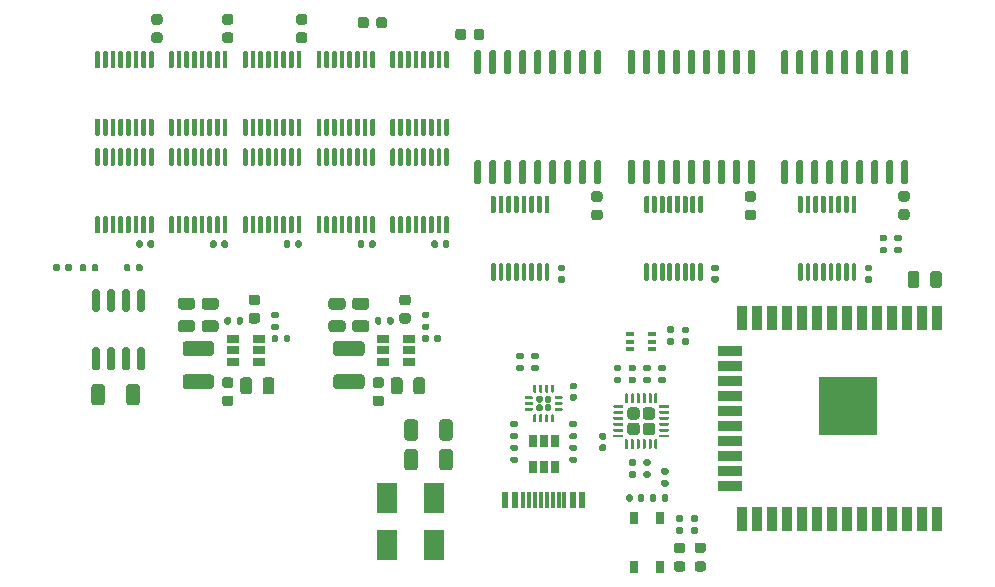
<source format=gbr>
G04 #@! TF.GenerationSoftware,KiCad,Pcbnew,(5.1.9-0-10_14)*
G04 #@! TF.CreationDate,2021-03-16T19:17:09+01:00*
G04 #@! TF.ProjectId,cflipclock_rev_a,63666c69-7063-46c6-9f63-6b5f7265765f,rev?*
G04 #@! TF.SameCoordinates,Original*
G04 #@! TF.FileFunction,Paste,Top*
G04 #@! TF.FilePolarity,Positive*
%FSLAX46Y46*%
G04 Gerber Fmt 4.6, Leading zero omitted, Abs format (unit mm)*
G04 Created by KiCad (PCBNEW (5.1.9-0-10_14)) date 2021-03-16 19:17:09*
%MOMM*%
%LPD*%
G01*
G04 APERTURE LIST*
%ADD10R,0.900000X2.000000*%
%ADD11R,2.000000X0.900000*%
%ADD12R,5.000000X5.000000*%
%ADD13R,1.060000X0.650000*%
%ADD14R,0.650000X1.060000*%
%ADD15R,0.650000X1.050000*%
%ADD16R,0.650000X0.400000*%
%ADD17R,0.600000X1.450000*%
%ADD18R,0.300000X1.450000*%
%ADD19R,1.800000X2.500000*%
G04 APERTURE END LIST*
G36*
G01*
X154670000Y-107550000D02*
X154330000Y-107550000D01*
G75*
G02*
X154190000Y-107410000I0J140000D01*
G01*
X154190000Y-107130000D01*
G75*
G02*
X154330000Y-106990000I140000J0D01*
G01*
X154670000Y-106990000D01*
G75*
G02*
X154810000Y-107130000I0J-140000D01*
G01*
X154810000Y-107410000D01*
G75*
G02*
X154670000Y-107550000I-140000J0D01*
G01*
G37*
G36*
G01*
X154670000Y-108510000D02*
X154330000Y-108510000D01*
G75*
G02*
X154190000Y-108370000I0J140000D01*
G01*
X154190000Y-108090000D01*
G75*
G02*
X154330000Y-107950000I140000J0D01*
G01*
X154670000Y-107950000D01*
G75*
G02*
X154810000Y-108090000I0J-140000D01*
G01*
X154810000Y-108370000D01*
G75*
G02*
X154670000Y-108510000I-140000J0D01*
G01*
G37*
G36*
G01*
X163756250Y-121400000D02*
X163243750Y-121400000D01*
G75*
G02*
X163025000Y-121181250I0J218750D01*
G01*
X163025000Y-120743750D01*
G75*
G02*
X163243750Y-120525000I218750J0D01*
G01*
X163756250Y-120525000D01*
G75*
G02*
X163975000Y-120743750I0J-218750D01*
G01*
X163975000Y-121181250D01*
G75*
G02*
X163756250Y-121400000I-218750J0D01*
G01*
G37*
G36*
G01*
X163756250Y-122975000D02*
X163243750Y-122975000D01*
G75*
G02*
X163025000Y-122756250I0J218750D01*
G01*
X163025000Y-122318750D01*
G75*
G02*
X163243750Y-122100000I218750J0D01*
G01*
X163756250Y-122100000D01*
G75*
G02*
X163975000Y-122318750I0J-218750D01*
G01*
X163975000Y-122756250D01*
G75*
G02*
X163756250Y-122975000I-218750J0D01*
G01*
G37*
G36*
G01*
X165506250Y-121400000D02*
X164993750Y-121400000D01*
G75*
G02*
X164775000Y-121181250I0J218750D01*
G01*
X164775000Y-120743750D01*
G75*
G02*
X164993750Y-120525000I218750J0D01*
G01*
X165506250Y-120525000D01*
G75*
G02*
X165725000Y-120743750I0J-218750D01*
G01*
X165725000Y-121181250D01*
G75*
G02*
X165506250Y-121400000I-218750J0D01*
G01*
G37*
G36*
G01*
X165506250Y-122975000D02*
X164993750Y-122975000D01*
G75*
G02*
X164775000Y-122756250I0J218750D01*
G01*
X164775000Y-122318750D01*
G75*
G02*
X164993750Y-122100000I218750J0D01*
G01*
X165506250Y-122100000D01*
G75*
G02*
X165725000Y-122318750I0J-218750D01*
G01*
X165725000Y-122756250D01*
G75*
G02*
X165506250Y-122975000I-218750J0D01*
G01*
G37*
G36*
G01*
X125000000Y-108075000D02*
X125500000Y-108075000D01*
G75*
G02*
X125725000Y-108300000I0J-225000D01*
G01*
X125725000Y-108750000D01*
G75*
G02*
X125500000Y-108975000I-225000J0D01*
G01*
X125000000Y-108975000D01*
G75*
G02*
X124775000Y-108750000I0J225000D01*
G01*
X124775000Y-108300000D01*
G75*
G02*
X125000000Y-108075000I225000J0D01*
G01*
G37*
G36*
G01*
X125000000Y-106525000D02*
X125500000Y-106525000D01*
G75*
G02*
X125725000Y-106750000I0J-225000D01*
G01*
X125725000Y-107200000D01*
G75*
G02*
X125500000Y-107425000I-225000J0D01*
G01*
X125000000Y-107425000D01*
G75*
G02*
X124775000Y-107200000I0J225000D01*
G01*
X124775000Y-106750000D01*
G75*
G02*
X125000000Y-106525000I225000J0D01*
G01*
G37*
G36*
G01*
X182250000Y-92300000D02*
X182750000Y-92300000D01*
G75*
G02*
X182975000Y-92525000I0J-225000D01*
G01*
X182975000Y-92975000D01*
G75*
G02*
X182750000Y-93200000I-225000J0D01*
G01*
X182250000Y-93200000D01*
G75*
G02*
X182025000Y-92975000I0J225000D01*
G01*
X182025000Y-92525000D01*
G75*
G02*
X182250000Y-92300000I225000J0D01*
G01*
G37*
G36*
G01*
X182250000Y-90750000D02*
X182750000Y-90750000D01*
G75*
G02*
X182975000Y-90975000I0J-225000D01*
G01*
X182975000Y-91425000D01*
G75*
G02*
X182750000Y-91650000I-225000J0D01*
G01*
X182250000Y-91650000D01*
G75*
G02*
X182025000Y-91425000I0J225000D01*
G01*
X182025000Y-90975000D01*
G75*
G02*
X182250000Y-90750000I225000J0D01*
G01*
G37*
G36*
G01*
X169250000Y-92325000D02*
X169750000Y-92325000D01*
G75*
G02*
X169975000Y-92550000I0J-225000D01*
G01*
X169975000Y-93000000D01*
G75*
G02*
X169750000Y-93225000I-225000J0D01*
G01*
X169250000Y-93225000D01*
G75*
G02*
X169025000Y-93000000I0J225000D01*
G01*
X169025000Y-92550000D01*
G75*
G02*
X169250000Y-92325000I225000J0D01*
G01*
G37*
G36*
G01*
X169250000Y-90775000D02*
X169750000Y-90775000D01*
G75*
G02*
X169975000Y-91000000I0J-225000D01*
G01*
X169975000Y-91450000D01*
G75*
G02*
X169750000Y-91675000I-225000J0D01*
G01*
X169250000Y-91675000D01*
G75*
G02*
X169025000Y-91450000I0J225000D01*
G01*
X169025000Y-91000000D01*
G75*
G02*
X169250000Y-90775000I225000J0D01*
G01*
G37*
G36*
G01*
X156251100Y-92325000D02*
X156751100Y-92325000D01*
G75*
G02*
X156976100Y-92550000I0J-225000D01*
G01*
X156976100Y-93000000D01*
G75*
G02*
X156751100Y-93225000I-225000J0D01*
G01*
X156251100Y-93225000D01*
G75*
G02*
X156026100Y-93000000I0J225000D01*
G01*
X156026100Y-92550000D01*
G75*
G02*
X156251100Y-92325000I225000J0D01*
G01*
G37*
G36*
G01*
X156251100Y-90775000D02*
X156751100Y-90775000D01*
G75*
G02*
X156976100Y-91000000I0J-225000D01*
G01*
X156976100Y-91450000D01*
G75*
G02*
X156751100Y-91675000I-225000J0D01*
G01*
X156251100Y-91675000D01*
G75*
G02*
X156026100Y-91450000I0J225000D01*
G01*
X156026100Y-91000000D01*
G75*
G02*
X156251100Y-90775000I225000J0D01*
G01*
G37*
G36*
G01*
X146075000Y-77750000D02*
X146075000Y-77250000D01*
G75*
G02*
X146300000Y-77025000I225000J0D01*
G01*
X146750000Y-77025000D01*
G75*
G02*
X146975000Y-77250000I0J-225000D01*
G01*
X146975000Y-77750000D01*
G75*
G02*
X146750000Y-77975000I-225000J0D01*
G01*
X146300000Y-77975000D01*
G75*
G02*
X146075000Y-77750000I0J225000D01*
G01*
G37*
G36*
G01*
X144525000Y-77750000D02*
X144525000Y-77250000D01*
G75*
G02*
X144750000Y-77025000I225000J0D01*
G01*
X145200000Y-77025000D01*
G75*
G02*
X145425000Y-77250000I0J-225000D01*
G01*
X145425000Y-77750000D01*
G75*
G02*
X145200000Y-77975000I-225000J0D01*
G01*
X144750000Y-77975000D01*
G75*
G02*
X144525000Y-77750000I0J225000D01*
G01*
G37*
G36*
G01*
X137825000Y-76750000D02*
X137825000Y-76250000D01*
G75*
G02*
X138050000Y-76025000I225000J0D01*
G01*
X138500000Y-76025000D01*
G75*
G02*
X138725000Y-76250000I0J-225000D01*
G01*
X138725000Y-76750000D01*
G75*
G02*
X138500000Y-76975000I-225000J0D01*
G01*
X138050000Y-76975000D01*
G75*
G02*
X137825000Y-76750000I0J225000D01*
G01*
G37*
G36*
G01*
X136275000Y-76750000D02*
X136275000Y-76250000D01*
G75*
G02*
X136500000Y-76025000I225000J0D01*
G01*
X136950000Y-76025000D01*
G75*
G02*
X137175000Y-76250000I0J-225000D01*
G01*
X137175000Y-76750000D01*
G75*
G02*
X136950000Y-76975000I-225000J0D01*
G01*
X136500000Y-76975000D01*
G75*
G02*
X136275000Y-76750000I0J225000D01*
G01*
G37*
G36*
G01*
X131750000Y-76675000D02*
X131250000Y-76675000D01*
G75*
G02*
X131025000Y-76450000I0J225000D01*
G01*
X131025000Y-76000000D01*
G75*
G02*
X131250000Y-75775000I225000J0D01*
G01*
X131750000Y-75775000D01*
G75*
G02*
X131975000Y-76000000I0J-225000D01*
G01*
X131975000Y-76450000D01*
G75*
G02*
X131750000Y-76675000I-225000J0D01*
G01*
G37*
G36*
G01*
X131750000Y-78225000D02*
X131250000Y-78225000D01*
G75*
G02*
X131025000Y-78000000I0J225000D01*
G01*
X131025000Y-77550000D01*
G75*
G02*
X131250000Y-77325000I225000J0D01*
G01*
X131750000Y-77325000D01*
G75*
G02*
X131975000Y-77550000I0J-225000D01*
G01*
X131975000Y-78000000D01*
G75*
G02*
X131750000Y-78225000I-225000J0D01*
G01*
G37*
G36*
G01*
X125500000Y-76675000D02*
X125000000Y-76675000D01*
G75*
G02*
X124775000Y-76450000I0J225000D01*
G01*
X124775000Y-76000000D01*
G75*
G02*
X125000000Y-75775000I225000J0D01*
G01*
X125500000Y-75775000D01*
G75*
G02*
X125725000Y-76000000I0J-225000D01*
G01*
X125725000Y-76450000D01*
G75*
G02*
X125500000Y-76675000I-225000J0D01*
G01*
G37*
G36*
G01*
X125500000Y-78225000D02*
X125000000Y-78225000D01*
G75*
G02*
X124775000Y-78000000I0J225000D01*
G01*
X124775000Y-77550000D01*
G75*
G02*
X125000000Y-77325000I225000J0D01*
G01*
X125500000Y-77325000D01*
G75*
G02*
X125725000Y-77550000I0J-225000D01*
G01*
X125725000Y-78000000D01*
G75*
G02*
X125500000Y-78225000I-225000J0D01*
G01*
G37*
G36*
G01*
X119500000Y-76675000D02*
X119000000Y-76675000D01*
G75*
G02*
X118775000Y-76450000I0J225000D01*
G01*
X118775000Y-76000000D01*
G75*
G02*
X119000000Y-75775000I225000J0D01*
G01*
X119500000Y-75775000D01*
G75*
G02*
X119725000Y-76000000I0J-225000D01*
G01*
X119725000Y-76450000D01*
G75*
G02*
X119500000Y-76675000I-225000J0D01*
G01*
G37*
G36*
G01*
X119500000Y-78225000D02*
X119000000Y-78225000D01*
G75*
G02*
X118775000Y-78000000I0J225000D01*
G01*
X118775000Y-77550000D01*
G75*
G02*
X119000000Y-77325000I225000J0D01*
G01*
X119500000Y-77325000D01*
G75*
G02*
X119725000Y-77550000I0J-225000D01*
G01*
X119725000Y-78000000D01*
G75*
G02*
X119500000Y-78225000I-225000J0D01*
G01*
G37*
G36*
G01*
X137750000Y-108075000D02*
X138250000Y-108075000D01*
G75*
G02*
X138475000Y-108300000I0J-225000D01*
G01*
X138475000Y-108750000D01*
G75*
G02*
X138250000Y-108975000I-225000J0D01*
G01*
X137750000Y-108975000D01*
G75*
G02*
X137525000Y-108750000I0J225000D01*
G01*
X137525000Y-108300000D01*
G75*
G02*
X137750000Y-108075000I225000J0D01*
G01*
G37*
G36*
G01*
X137750000Y-106525000D02*
X138250000Y-106525000D01*
G75*
G02*
X138475000Y-106750000I0J-225000D01*
G01*
X138475000Y-107200000D01*
G75*
G02*
X138250000Y-107425000I-225000J0D01*
G01*
X137750000Y-107425000D01*
G75*
G02*
X137525000Y-107200000I0J225000D01*
G01*
X137525000Y-106750000D01*
G75*
G02*
X137750000Y-106525000I225000J0D01*
G01*
G37*
D10*
X185255000Y-118500000D03*
X183985000Y-118500000D03*
X182715000Y-118500000D03*
X181445000Y-118500000D03*
X180175000Y-118500000D03*
X178905000Y-118500000D03*
X177635000Y-118500000D03*
X176365000Y-118500000D03*
X175095000Y-118500000D03*
X173825000Y-118500000D03*
X172555000Y-118500000D03*
X171285000Y-118500000D03*
X170015000Y-118500000D03*
X168745000Y-118500000D03*
D11*
X167745000Y-115715000D03*
X167745000Y-114445000D03*
X167745000Y-113175000D03*
X167745000Y-111905000D03*
X167745000Y-110635000D03*
X167745000Y-109365000D03*
X167745000Y-108095000D03*
X167745000Y-106825000D03*
X167745000Y-105555000D03*
X167745000Y-104285000D03*
D10*
X168745000Y-101500000D03*
X170015000Y-101500000D03*
X171285000Y-101500000D03*
X172555000Y-101500000D03*
X173825000Y-101500000D03*
X175095000Y-101500000D03*
X176365000Y-101500000D03*
X177635000Y-101500000D03*
X178905000Y-101500000D03*
X180175000Y-101500000D03*
X181445000Y-101500000D03*
X182715000Y-101500000D03*
X183985000Y-101500000D03*
X185255000Y-101500000D03*
D12*
X177755000Y-109000000D03*
G36*
G01*
X159685000Y-106010000D02*
X159315000Y-106010000D01*
G75*
G02*
X159180000Y-105875000I0J135000D01*
G01*
X159180000Y-105605000D01*
G75*
G02*
X159315000Y-105470000I135000J0D01*
G01*
X159685000Y-105470000D01*
G75*
G02*
X159820000Y-105605000I0J-135000D01*
G01*
X159820000Y-105875000D01*
G75*
G02*
X159685000Y-106010000I-135000J0D01*
G01*
G37*
G36*
G01*
X159685000Y-107030000D02*
X159315000Y-107030000D01*
G75*
G02*
X159180000Y-106895000I0J135000D01*
G01*
X159180000Y-106625000D01*
G75*
G02*
X159315000Y-106490000I135000J0D01*
G01*
X159685000Y-106490000D01*
G75*
G02*
X159820000Y-106625000I0J-135000D01*
G01*
X159820000Y-106895000D01*
G75*
G02*
X159685000Y-107030000I-135000J0D01*
G01*
G37*
G36*
G01*
X160565000Y-106490000D02*
X160935000Y-106490000D01*
G75*
G02*
X161070000Y-106625000I0J-135000D01*
G01*
X161070000Y-106895000D01*
G75*
G02*
X160935000Y-107030000I-135000J0D01*
G01*
X160565000Y-107030000D01*
G75*
G02*
X160430000Y-106895000I0J135000D01*
G01*
X160430000Y-106625000D01*
G75*
G02*
X160565000Y-106490000I135000J0D01*
G01*
G37*
G36*
G01*
X160565000Y-105470000D02*
X160935000Y-105470000D01*
G75*
G02*
X161070000Y-105605000I0J-135000D01*
G01*
X161070000Y-105875000D01*
G75*
G02*
X160935000Y-106010000I-135000J0D01*
G01*
X160565000Y-106010000D01*
G75*
G02*
X160430000Y-105875000I0J135000D01*
G01*
X160430000Y-105605000D01*
G75*
G02*
X160565000Y-105470000I135000J0D01*
G01*
G37*
G36*
G01*
X117490000Y-97435000D02*
X117490000Y-97065000D01*
G75*
G02*
X117625000Y-96930000I135000J0D01*
G01*
X117895000Y-96930000D01*
G75*
G02*
X118030000Y-97065000I0J-135000D01*
G01*
X118030000Y-97435000D01*
G75*
G02*
X117895000Y-97570000I-135000J0D01*
G01*
X117625000Y-97570000D01*
G75*
G02*
X117490000Y-97435000I0J135000D01*
G01*
G37*
G36*
G01*
X116470000Y-97435000D02*
X116470000Y-97065000D01*
G75*
G02*
X116605000Y-96930000I135000J0D01*
G01*
X116875000Y-96930000D01*
G75*
G02*
X117010000Y-97065000I0J-135000D01*
G01*
X117010000Y-97435000D01*
G75*
G02*
X116875000Y-97570000I-135000J0D01*
G01*
X116605000Y-97570000D01*
G75*
G02*
X116470000Y-97435000I0J135000D01*
G01*
G37*
G36*
G01*
X113740000Y-97435000D02*
X113740000Y-97065000D01*
G75*
G02*
X113875000Y-96930000I135000J0D01*
G01*
X114145000Y-96930000D01*
G75*
G02*
X114280000Y-97065000I0J-135000D01*
G01*
X114280000Y-97435000D01*
G75*
G02*
X114145000Y-97570000I-135000J0D01*
G01*
X113875000Y-97570000D01*
G75*
G02*
X113740000Y-97435000I0J135000D01*
G01*
G37*
G36*
G01*
X112720000Y-97435000D02*
X112720000Y-97065000D01*
G75*
G02*
X112855000Y-96930000I135000J0D01*
G01*
X113125000Y-96930000D01*
G75*
G02*
X113260000Y-97065000I0J-135000D01*
G01*
X113260000Y-97435000D01*
G75*
G02*
X113125000Y-97570000I-135000J0D01*
G01*
X112855000Y-97570000D01*
G75*
G02*
X112720000Y-97435000I0J135000D01*
G01*
G37*
G36*
G01*
X111010000Y-97065000D02*
X111010000Y-97435000D01*
G75*
G02*
X110875000Y-97570000I-135000J0D01*
G01*
X110605000Y-97570000D01*
G75*
G02*
X110470000Y-97435000I0J135000D01*
G01*
X110470000Y-97065000D01*
G75*
G02*
X110605000Y-96930000I135000J0D01*
G01*
X110875000Y-96930000D01*
G75*
G02*
X111010000Y-97065000I0J-135000D01*
G01*
G37*
G36*
G01*
X112030000Y-97065000D02*
X112030000Y-97435000D01*
G75*
G02*
X111895000Y-97570000I-135000J0D01*
G01*
X111625000Y-97570000D01*
G75*
G02*
X111490000Y-97435000I0J135000D01*
G01*
X111490000Y-97065000D01*
G75*
G02*
X111625000Y-96930000I135000J0D01*
G01*
X111895000Y-96930000D01*
G75*
G02*
X112030000Y-97065000I0J-135000D01*
G01*
G37*
G36*
G01*
X183800000Y-97775000D02*
X183800000Y-98725000D01*
G75*
G02*
X183550000Y-98975000I-250000J0D01*
G01*
X183050000Y-98975000D01*
G75*
G02*
X182800000Y-98725000I0J250000D01*
G01*
X182800000Y-97775000D01*
G75*
G02*
X183050000Y-97525000I250000J0D01*
G01*
X183550000Y-97525000D01*
G75*
G02*
X183800000Y-97775000I0J-250000D01*
G01*
G37*
G36*
G01*
X185700000Y-97775000D02*
X185700000Y-98725000D01*
G75*
G02*
X185450000Y-98975000I-250000J0D01*
G01*
X184950000Y-98975000D01*
G75*
G02*
X184700000Y-98725000I0J250000D01*
G01*
X184700000Y-97775000D01*
G75*
G02*
X184950000Y-97525000I250000J0D01*
G01*
X185450000Y-97525000D01*
G75*
G02*
X185700000Y-97775000I0J-250000D01*
G01*
G37*
G36*
G01*
X141350000Y-110349999D02*
X141350000Y-111650001D01*
G75*
G02*
X141100001Y-111900000I-249999J0D01*
G01*
X140449999Y-111900000D01*
G75*
G02*
X140200000Y-111650001I0J249999D01*
G01*
X140200000Y-110349999D01*
G75*
G02*
X140449999Y-110100000I249999J0D01*
G01*
X141100001Y-110100000D01*
G75*
G02*
X141350000Y-110349999I0J-249999D01*
G01*
G37*
G36*
G01*
X144300000Y-110349999D02*
X144300000Y-111650001D01*
G75*
G02*
X144050001Y-111900000I-249999J0D01*
G01*
X143399999Y-111900000D01*
G75*
G02*
X143150000Y-111650001I0J249999D01*
G01*
X143150000Y-110349999D01*
G75*
G02*
X143399999Y-110100000I249999J0D01*
G01*
X144050001Y-110100000D01*
G75*
G02*
X144300000Y-110349999I0J-249999D01*
G01*
G37*
G36*
G01*
X116650000Y-108650001D02*
X116650000Y-107349999D01*
G75*
G02*
X116899999Y-107100000I249999J0D01*
G01*
X117550001Y-107100000D01*
G75*
G02*
X117800000Y-107349999I0J-249999D01*
G01*
X117800000Y-108650001D01*
G75*
G02*
X117550001Y-108900000I-249999J0D01*
G01*
X116899999Y-108900000D01*
G75*
G02*
X116650000Y-108650001I0J249999D01*
G01*
G37*
G36*
G01*
X113700000Y-108650001D02*
X113700000Y-107349999D01*
G75*
G02*
X113949999Y-107100000I249999J0D01*
G01*
X114600001Y-107100000D01*
G75*
G02*
X114850000Y-107349999I0J-249999D01*
G01*
X114850000Y-108650001D01*
G75*
G02*
X114600001Y-108900000I-249999J0D01*
G01*
X113949999Y-108900000D01*
G75*
G02*
X113700000Y-108650001I0J249999D01*
G01*
G37*
G36*
G01*
X141350000Y-112849999D02*
X141350000Y-114150001D01*
G75*
G02*
X141100001Y-114400000I-249999J0D01*
G01*
X140449999Y-114400000D01*
G75*
G02*
X140200000Y-114150001I0J249999D01*
G01*
X140200000Y-112849999D01*
G75*
G02*
X140449999Y-112600000I249999J0D01*
G01*
X141100001Y-112600000D01*
G75*
G02*
X141350000Y-112849999I0J-249999D01*
G01*
G37*
G36*
G01*
X144300000Y-112849999D02*
X144300000Y-114150001D01*
G75*
G02*
X144050001Y-114400000I-249999J0D01*
G01*
X143399999Y-114400000D01*
G75*
G02*
X143150000Y-114150001I0J249999D01*
G01*
X143150000Y-112849999D01*
G75*
G02*
X143399999Y-112600000I249999J0D01*
G01*
X144050001Y-112600000D01*
G75*
G02*
X144300000Y-112849999I0J-249999D01*
G01*
G37*
G36*
G01*
X117755000Y-104000000D02*
X118055000Y-104000000D01*
G75*
G02*
X118205000Y-104150000I0J-150000D01*
G01*
X118205000Y-105800000D01*
G75*
G02*
X118055000Y-105950000I-150000J0D01*
G01*
X117755000Y-105950000D01*
G75*
G02*
X117605000Y-105800000I0J150000D01*
G01*
X117605000Y-104150000D01*
G75*
G02*
X117755000Y-104000000I150000J0D01*
G01*
G37*
G36*
G01*
X116485000Y-104000000D02*
X116785000Y-104000000D01*
G75*
G02*
X116935000Y-104150000I0J-150000D01*
G01*
X116935000Y-105800000D01*
G75*
G02*
X116785000Y-105950000I-150000J0D01*
G01*
X116485000Y-105950000D01*
G75*
G02*
X116335000Y-105800000I0J150000D01*
G01*
X116335000Y-104150000D01*
G75*
G02*
X116485000Y-104000000I150000J0D01*
G01*
G37*
G36*
G01*
X115215000Y-104000000D02*
X115515000Y-104000000D01*
G75*
G02*
X115665000Y-104150000I0J-150000D01*
G01*
X115665000Y-105800000D01*
G75*
G02*
X115515000Y-105950000I-150000J0D01*
G01*
X115215000Y-105950000D01*
G75*
G02*
X115065000Y-105800000I0J150000D01*
G01*
X115065000Y-104150000D01*
G75*
G02*
X115215000Y-104000000I150000J0D01*
G01*
G37*
G36*
G01*
X113945000Y-104000000D02*
X114245000Y-104000000D01*
G75*
G02*
X114395000Y-104150000I0J-150000D01*
G01*
X114395000Y-105800000D01*
G75*
G02*
X114245000Y-105950000I-150000J0D01*
G01*
X113945000Y-105950000D01*
G75*
G02*
X113795000Y-105800000I0J150000D01*
G01*
X113795000Y-104150000D01*
G75*
G02*
X113945000Y-104000000I150000J0D01*
G01*
G37*
G36*
G01*
X113945000Y-99050000D02*
X114245000Y-99050000D01*
G75*
G02*
X114395000Y-99200000I0J-150000D01*
G01*
X114395000Y-100850000D01*
G75*
G02*
X114245000Y-101000000I-150000J0D01*
G01*
X113945000Y-101000000D01*
G75*
G02*
X113795000Y-100850000I0J150000D01*
G01*
X113795000Y-99200000D01*
G75*
G02*
X113945000Y-99050000I150000J0D01*
G01*
G37*
G36*
G01*
X115215000Y-99050000D02*
X115515000Y-99050000D01*
G75*
G02*
X115665000Y-99200000I0J-150000D01*
G01*
X115665000Y-100850000D01*
G75*
G02*
X115515000Y-101000000I-150000J0D01*
G01*
X115215000Y-101000000D01*
G75*
G02*
X115065000Y-100850000I0J150000D01*
G01*
X115065000Y-99200000D01*
G75*
G02*
X115215000Y-99050000I150000J0D01*
G01*
G37*
G36*
G01*
X116485000Y-99050000D02*
X116785000Y-99050000D01*
G75*
G02*
X116935000Y-99200000I0J-150000D01*
G01*
X116935000Y-100850000D01*
G75*
G02*
X116785000Y-101000000I-150000J0D01*
G01*
X116485000Y-101000000D01*
G75*
G02*
X116335000Y-100850000I0J150000D01*
G01*
X116335000Y-99200000D01*
G75*
G02*
X116485000Y-99050000I150000J0D01*
G01*
G37*
G36*
G01*
X117755000Y-99050000D02*
X118055000Y-99050000D01*
G75*
G02*
X118205000Y-99200000I0J-150000D01*
G01*
X118205000Y-100850000D01*
G75*
G02*
X118055000Y-101000000I-150000J0D01*
G01*
X117755000Y-101000000D01*
G75*
G02*
X117605000Y-100850000I0J150000D01*
G01*
X117605000Y-99200000D01*
G75*
G02*
X117755000Y-99050000I150000J0D01*
G01*
G37*
G36*
G01*
X127250000Y-101075000D02*
X127750000Y-101075000D01*
G75*
G02*
X127975000Y-101300000I0J-225000D01*
G01*
X127975000Y-101750000D01*
G75*
G02*
X127750000Y-101975000I-225000J0D01*
G01*
X127250000Y-101975000D01*
G75*
G02*
X127025000Y-101750000I0J225000D01*
G01*
X127025000Y-101300000D01*
G75*
G02*
X127250000Y-101075000I225000J0D01*
G01*
G37*
G36*
G01*
X127250000Y-99525000D02*
X127750000Y-99525000D01*
G75*
G02*
X127975000Y-99750000I0J-225000D01*
G01*
X127975000Y-100200000D01*
G75*
G02*
X127750000Y-100425000I-225000J0D01*
G01*
X127250000Y-100425000D01*
G75*
G02*
X127025000Y-100200000I0J225000D01*
G01*
X127025000Y-99750000D01*
G75*
G02*
X127250000Y-99525000I225000J0D01*
G01*
G37*
G36*
G01*
X140000000Y-101075000D02*
X140500000Y-101075000D01*
G75*
G02*
X140725000Y-101300000I0J-225000D01*
G01*
X140725000Y-101750000D01*
G75*
G02*
X140500000Y-101975000I-225000J0D01*
G01*
X140000000Y-101975000D01*
G75*
G02*
X139775000Y-101750000I0J225000D01*
G01*
X139775000Y-101300000D01*
G75*
G02*
X140000000Y-101075000I225000J0D01*
G01*
G37*
G36*
G01*
X140000000Y-99525000D02*
X140500000Y-99525000D01*
G75*
G02*
X140725000Y-99750000I0J-225000D01*
G01*
X140725000Y-100200000D01*
G75*
G02*
X140500000Y-100425000I-225000J0D01*
G01*
X140000000Y-100425000D01*
G75*
G02*
X139775000Y-100200000I0J225000D01*
G01*
X139775000Y-99750000D01*
G75*
G02*
X140000000Y-99525000I225000J0D01*
G01*
G37*
D13*
X125650000Y-104250000D03*
X125650000Y-105200000D03*
X125650000Y-103300000D03*
X127850000Y-103300000D03*
X127850000Y-104250000D03*
X127850000Y-105200000D03*
G36*
G01*
X129990000Y-103435000D02*
X129990000Y-103065000D01*
G75*
G02*
X130125000Y-102930000I135000J0D01*
G01*
X130395000Y-102930000D01*
G75*
G02*
X130530000Y-103065000I0J-135000D01*
G01*
X130530000Y-103435000D01*
G75*
G02*
X130395000Y-103570000I-135000J0D01*
G01*
X130125000Y-103570000D01*
G75*
G02*
X129990000Y-103435000I0J135000D01*
G01*
G37*
G36*
G01*
X128970000Y-103435000D02*
X128970000Y-103065000D01*
G75*
G02*
X129105000Y-102930000I135000J0D01*
G01*
X129375000Y-102930000D01*
G75*
G02*
X129510000Y-103065000I0J-135000D01*
G01*
X129510000Y-103435000D01*
G75*
G02*
X129375000Y-103570000I-135000J0D01*
G01*
X129105000Y-103570000D01*
G75*
G02*
X128970000Y-103435000I0J135000D01*
G01*
G37*
G36*
G01*
X129065000Y-101990000D02*
X129435000Y-101990000D01*
G75*
G02*
X129570000Y-102125000I0J-135000D01*
G01*
X129570000Y-102395000D01*
G75*
G02*
X129435000Y-102530000I-135000J0D01*
G01*
X129065000Y-102530000D01*
G75*
G02*
X128930000Y-102395000I0J135000D01*
G01*
X128930000Y-102125000D01*
G75*
G02*
X129065000Y-101990000I135000J0D01*
G01*
G37*
G36*
G01*
X129065000Y-100970000D02*
X129435000Y-100970000D01*
G75*
G02*
X129570000Y-101105000I0J-135000D01*
G01*
X129570000Y-101375000D01*
G75*
G02*
X129435000Y-101510000I-135000J0D01*
G01*
X129065000Y-101510000D01*
G75*
G02*
X128930000Y-101375000I0J135000D01*
G01*
X128930000Y-101105000D01*
G75*
G02*
X129065000Y-100970000I135000J0D01*
G01*
G37*
G36*
G01*
X125510000Y-101565000D02*
X125510000Y-101935000D01*
G75*
G02*
X125375000Y-102070000I-135000J0D01*
G01*
X125105000Y-102070000D01*
G75*
G02*
X124970000Y-101935000I0J135000D01*
G01*
X124970000Y-101565000D01*
G75*
G02*
X125105000Y-101430000I135000J0D01*
G01*
X125375000Y-101430000D01*
G75*
G02*
X125510000Y-101565000I0J-135000D01*
G01*
G37*
G36*
G01*
X126530000Y-101565000D02*
X126530000Y-101935000D01*
G75*
G02*
X126395000Y-102070000I-135000J0D01*
G01*
X126125000Y-102070000D01*
G75*
G02*
X125990000Y-101935000I0J135000D01*
G01*
X125990000Y-101565000D01*
G75*
G02*
X126125000Y-101430000I135000J0D01*
G01*
X126395000Y-101430000D01*
G75*
G02*
X126530000Y-101565000I0J-135000D01*
G01*
G37*
G36*
G01*
X123825000Y-104725000D02*
X121675000Y-104725000D01*
G75*
G02*
X121425000Y-104475000I0J250000D01*
G01*
X121425000Y-103725000D01*
G75*
G02*
X121675000Y-103475000I250000J0D01*
G01*
X123825000Y-103475000D01*
G75*
G02*
X124075000Y-103725000I0J-250000D01*
G01*
X124075000Y-104475000D01*
G75*
G02*
X123825000Y-104725000I-250000J0D01*
G01*
G37*
G36*
G01*
X123825000Y-107525000D02*
X121675000Y-107525000D01*
G75*
G02*
X121425000Y-107275000I0J250000D01*
G01*
X121425000Y-106525000D01*
G75*
G02*
X121675000Y-106275000I250000J0D01*
G01*
X123825000Y-106275000D01*
G75*
G02*
X124075000Y-106525000I0J-250000D01*
G01*
X124075000Y-107275000D01*
G75*
G02*
X123825000Y-107525000I-250000J0D01*
G01*
G37*
G36*
G01*
X123275000Y-101700000D02*
X124225000Y-101700000D01*
G75*
G02*
X124475000Y-101950000I0J-250000D01*
G01*
X124475000Y-102450000D01*
G75*
G02*
X124225000Y-102700000I-250000J0D01*
G01*
X123275000Y-102700000D01*
G75*
G02*
X123025000Y-102450000I0J250000D01*
G01*
X123025000Y-101950000D01*
G75*
G02*
X123275000Y-101700000I250000J0D01*
G01*
G37*
G36*
G01*
X123275000Y-99800000D02*
X124225000Y-99800000D01*
G75*
G02*
X124475000Y-100050000I0J-250000D01*
G01*
X124475000Y-100550000D01*
G75*
G02*
X124225000Y-100800000I-250000J0D01*
G01*
X123275000Y-100800000D01*
G75*
G02*
X123025000Y-100550000I0J250000D01*
G01*
X123025000Y-100050000D01*
G75*
G02*
X123275000Y-99800000I250000J0D01*
G01*
G37*
G36*
G01*
X121275000Y-101700000D02*
X122225000Y-101700000D01*
G75*
G02*
X122475000Y-101950000I0J-250000D01*
G01*
X122475000Y-102450000D01*
G75*
G02*
X122225000Y-102700000I-250000J0D01*
G01*
X121275000Y-102700000D01*
G75*
G02*
X121025000Y-102450000I0J250000D01*
G01*
X121025000Y-101950000D01*
G75*
G02*
X121275000Y-101700000I250000J0D01*
G01*
G37*
G36*
G01*
X121275000Y-99800000D02*
X122225000Y-99800000D01*
G75*
G02*
X122475000Y-100050000I0J-250000D01*
G01*
X122475000Y-100550000D01*
G75*
G02*
X122225000Y-100800000I-250000J0D01*
G01*
X121275000Y-100800000D01*
G75*
G02*
X121025000Y-100550000I0J250000D01*
G01*
X121025000Y-100050000D01*
G75*
G02*
X121275000Y-99800000I250000J0D01*
G01*
G37*
G36*
G01*
X127300000Y-106775000D02*
X127300000Y-107725000D01*
G75*
G02*
X127050000Y-107975000I-250000J0D01*
G01*
X126550000Y-107975000D01*
G75*
G02*
X126300000Y-107725000I0J250000D01*
G01*
X126300000Y-106775000D01*
G75*
G02*
X126550000Y-106525000I250000J0D01*
G01*
X127050000Y-106525000D01*
G75*
G02*
X127300000Y-106775000I0J-250000D01*
G01*
G37*
G36*
G01*
X129200000Y-106775000D02*
X129200000Y-107725000D01*
G75*
G02*
X128950000Y-107975000I-250000J0D01*
G01*
X128450000Y-107975000D01*
G75*
G02*
X128200000Y-107725000I0J250000D01*
G01*
X128200000Y-106775000D01*
G75*
G02*
X128450000Y-106525000I250000J0D01*
G01*
X128950000Y-106525000D01*
G75*
G02*
X129200000Y-106775000I0J-250000D01*
G01*
G37*
G36*
G01*
X126825000Y-80375000D02*
X126625000Y-80375000D01*
G75*
G02*
X126525000Y-80275000I0J100000D01*
G01*
X126525000Y-79000000D01*
G75*
G02*
X126625000Y-78900000I100000J0D01*
G01*
X126825000Y-78900000D01*
G75*
G02*
X126925000Y-79000000I0J-100000D01*
G01*
X126925000Y-80275000D01*
G75*
G02*
X126825000Y-80375000I-100000J0D01*
G01*
G37*
G36*
G01*
X127475000Y-80375000D02*
X127275000Y-80375000D01*
G75*
G02*
X127175000Y-80275000I0J100000D01*
G01*
X127175000Y-79000000D01*
G75*
G02*
X127275000Y-78900000I100000J0D01*
G01*
X127475000Y-78900000D01*
G75*
G02*
X127575000Y-79000000I0J-100000D01*
G01*
X127575000Y-80275000D01*
G75*
G02*
X127475000Y-80375000I-100000J0D01*
G01*
G37*
G36*
G01*
X128125000Y-80375000D02*
X127925000Y-80375000D01*
G75*
G02*
X127825000Y-80275000I0J100000D01*
G01*
X127825000Y-79000000D01*
G75*
G02*
X127925000Y-78900000I100000J0D01*
G01*
X128125000Y-78900000D01*
G75*
G02*
X128225000Y-79000000I0J-100000D01*
G01*
X128225000Y-80275000D01*
G75*
G02*
X128125000Y-80375000I-100000J0D01*
G01*
G37*
G36*
G01*
X128775000Y-80375000D02*
X128575000Y-80375000D01*
G75*
G02*
X128475000Y-80275000I0J100000D01*
G01*
X128475000Y-79000000D01*
G75*
G02*
X128575000Y-78900000I100000J0D01*
G01*
X128775000Y-78900000D01*
G75*
G02*
X128875000Y-79000000I0J-100000D01*
G01*
X128875000Y-80275000D01*
G75*
G02*
X128775000Y-80375000I-100000J0D01*
G01*
G37*
G36*
G01*
X129425000Y-80375000D02*
X129225000Y-80375000D01*
G75*
G02*
X129125000Y-80275000I0J100000D01*
G01*
X129125000Y-79000000D01*
G75*
G02*
X129225000Y-78900000I100000J0D01*
G01*
X129425000Y-78900000D01*
G75*
G02*
X129525000Y-79000000I0J-100000D01*
G01*
X129525000Y-80275000D01*
G75*
G02*
X129425000Y-80375000I-100000J0D01*
G01*
G37*
G36*
G01*
X130075000Y-80375000D02*
X129875000Y-80375000D01*
G75*
G02*
X129775000Y-80275000I0J100000D01*
G01*
X129775000Y-79000000D01*
G75*
G02*
X129875000Y-78900000I100000J0D01*
G01*
X130075000Y-78900000D01*
G75*
G02*
X130175000Y-79000000I0J-100000D01*
G01*
X130175000Y-80275000D01*
G75*
G02*
X130075000Y-80375000I-100000J0D01*
G01*
G37*
G36*
G01*
X130725000Y-80375000D02*
X130525000Y-80375000D01*
G75*
G02*
X130425000Y-80275000I0J100000D01*
G01*
X130425000Y-79000000D01*
G75*
G02*
X130525000Y-78900000I100000J0D01*
G01*
X130725000Y-78900000D01*
G75*
G02*
X130825000Y-79000000I0J-100000D01*
G01*
X130825000Y-80275000D01*
G75*
G02*
X130725000Y-80375000I-100000J0D01*
G01*
G37*
G36*
G01*
X131375000Y-80375000D02*
X131175000Y-80375000D01*
G75*
G02*
X131075000Y-80275000I0J100000D01*
G01*
X131075000Y-79000000D01*
G75*
G02*
X131175000Y-78900000I100000J0D01*
G01*
X131375000Y-78900000D01*
G75*
G02*
X131475000Y-79000000I0J-100000D01*
G01*
X131475000Y-80275000D01*
G75*
G02*
X131375000Y-80375000I-100000J0D01*
G01*
G37*
G36*
G01*
X131375000Y-86100000D02*
X131175000Y-86100000D01*
G75*
G02*
X131075000Y-86000000I0J100000D01*
G01*
X131075000Y-84725000D01*
G75*
G02*
X131175000Y-84625000I100000J0D01*
G01*
X131375000Y-84625000D01*
G75*
G02*
X131475000Y-84725000I0J-100000D01*
G01*
X131475000Y-86000000D01*
G75*
G02*
X131375000Y-86100000I-100000J0D01*
G01*
G37*
G36*
G01*
X130725000Y-86100000D02*
X130525000Y-86100000D01*
G75*
G02*
X130425000Y-86000000I0J100000D01*
G01*
X130425000Y-84725000D01*
G75*
G02*
X130525000Y-84625000I100000J0D01*
G01*
X130725000Y-84625000D01*
G75*
G02*
X130825000Y-84725000I0J-100000D01*
G01*
X130825000Y-86000000D01*
G75*
G02*
X130725000Y-86100000I-100000J0D01*
G01*
G37*
G36*
G01*
X130075000Y-86100000D02*
X129875000Y-86100000D01*
G75*
G02*
X129775000Y-86000000I0J100000D01*
G01*
X129775000Y-84725000D01*
G75*
G02*
X129875000Y-84625000I100000J0D01*
G01*
X130075000Y-84625000D01*
G75*
G02*
X130175000Y-84725000I0J-100000D01*
G01*
X130175000Y-86000000D01*
G75*
G02*
X130075000Y-86100000I-100000J0D01*
G01*
G37*
G36*
G01*
X129425000Y-86100000D02*
X129225000Y-86100000D01*
G75*
G02*
X129125000Y-86000000I0J100000D01*
G01*
X129125000Y-84725000D01*
G75*
G02*
X129225000Y-84625000I100000J0D01*
G01*
X129425000Y-84625000D01*
G75*
G02*
X129525000Y-84725000I0J-100000D01*
G01*
X129525000Y-86000000D01*
G75*
G02*
X129425000Y-86100000I-100000J0D01*
G01*
G37*
G36*
G01*
X128775000Y-86100000D02*
X128575000Y-86100000D01*
G75*
G02*
X128475000Y-86000000I0J100000D01*
G01*
X128475000Y-84725000D01*
G75*
G02*
X128575000Y-84625000I100000J0D01*
G01*
X128775000Y-84625000D01*
G75*
G02*
X128875000Y-84725000I0J-100000D01*
G01*
X128875000Y-86000000D01*
G75*
G02*
X128775000Y-86100000I-100000J0D01*
G01*
G37*
G36*
G01*
X128125000Y-86100000D02*
X127925000Y-86100000D01*
G75*
G02*
X127825000Y-86000000I0J100000D01*
G01*
X127825000Y-84725000D01*
G75*
G02*
X127925000Y-84625000I100000J0D01*
G01*
X128125000Y-84625000D01*
G75*
G02*
X128225000Y-84725000I0J-100000D01*
G01*
X128225000Y-86000000D01*
G75*
G02*
X128125000Y-86100000I-100000J0D01*
G01*
G37*
G36*
G01*
X127475000Y-86100000D02*
X127275000Y-86100000D01*
G75*
G02*
X127175000Y-86000000I0J100000D01*
G01*
X127175000Y-84725000D01*
G75*
G02*
X127275000Y-84625000I100000J0D01*
G01*
X127475000Y-84625000D01*
G75*
G02*
X127575000Y-84725000I0J-100000D01*
G01*
X127575000Y-86000000D01*
G75*
G02*
X127475000Y-86100000I-100000J0D01*
G01*
G37*
G36*
G01*
X126825000Y-86100000D02*
X126625000Y-86100000D01*
G75*
G02*
X126525000Y-86000000I0J100000D01*
G01*
X126525000Y-84725000D01*
G75*
G02*
X126625000Y-84625000I100000J0D01*
G01*
X126825000Y-84625000D01*
G75*
G02*
X126925000Y-84725000I0J-100000D01*
G01*
X126925000Y-86000000D01*
G75*
G02*
X126825000Y-86100000I-100000J0D01*
G01*
G37*
G36*
G01*
X133075000Y-80375000D02*
X132875000Y-80375000D01*
G75*
G02*
X132775000Y-80275000I0J100000D01*
G01*
X132775000Y-79000000D01*
G75*
G02*
X132875000Y-78900000I100000J0D01*
G01*
X133075000Y-78900000D01*
G75*
G02*
X133175000Y-79000000I0J-100000D01*
G01*
X133175000Y-80275000D01*
G75*
G02*
X133075000Y-80375000I-100000J0D01*
G01*
G37*
G36*
G01*
X133725000Y-80375000D02*
X133525000Y-80375000D01*
G75*
G02*
X133425000Y-80275000I0J100000D01*
G01*
X133425000Y-79000000D01*
G75*
G02*
X133525000Y-78900000I100000J0D01*
G01*
X133725000Y-78900000D01*
G75*
G02*
X133825000Y-79000000I0J-100000D01*
G01*
X133825000Y-80275000D01*
G75*
G02*
X133725000Y-80375000I-100000J0D01*
G01*
G37*
G36*
G01*
X134375000Y-80375000D02*
X134175000Y-80375000D01*
G75*
G02*
X134075000Y-80275000I0J100000D01*
G01*
X134075000Y-79000000D01*
G75*
G02*
X134175000Y-78900000I100000J0D01*
G01*
X134375000Y-78900000D01*
G75*
G02*
X134475000Y-79000000I0J-100000D01*
G01*
X134475000Y-80275000D01*
G75*
G02*
X134375000Y-80375000I-100000J0D01*
G01*
G37*
G36*
G01*
X135025000Y-80375000D02*
X134825000Y-80375000D01*
G75*
G02*
X134725000Y-80275000I0J100000D01*
G01*
X134725000Y-79000000D01*
G75*
G02*
X134825000Y-78900000I100000J0D01*
G01*
X135025000Y-78900000D01*
G75*
G02*
X135125000Y-79000000I0J-100000D01*
G01*
X135125000Y-80275000D01*
G75*
G02*
X135025000Y-80375000I-100000J0D01*
G01*
G37*
G36*
G01*
X135675000Y-80375000D02*
X135475000Y-80375000D01*
G75*
G02*
X135375000Y-80275000I0J100000D01*
G01*
X135375000Y-79000000D01*
G75*
G02*
X135475000Y-78900000I100000J0D01*
G01*
X135675000Y-78900000D01*
G75*
G02*
X135775000Y-79000000I0J-100000D01*
G01*
X135775000Y-80275000D01*
G75*
G02*
X135675000Y-80375000I-100000J0D01*
G01*
G37*
G36*
G01*
X136325000Y-80375000D02*
X136125000Y-80375000D01*
G75*
G02*
X136025000Y-80275000I0J100000D01*
G01*
X136025000Y-79000000D01*
G75*
G02*
X136125000Y-78900000I100000J0D01*
G01*
X136325000Y-78900000D01*
G75*
G02*
X136425000Y-79000000I0J-100000D01*
G01*
X136425000Y-80275000D01*
G75*
G02*
X136325000Y-80375000I-100000J0D01*
G01*
G37*
G36*
G01*
X136975000Y-80375000D02*
X136775000Y-80375000D01*
G75*
G02*
X136675000Y-80275000I0J100000D01*
G01*
X136675000Y-79000000D01*
G75*
G02*
X136775000Y-78900000I100000J0D01*
G01*
X136975000Y-78900000D01*
G75*
G02*
X137075000Y-79000000I0J-100000D01*
G01*
X137075000Y-80275000D01*
G75*
G02*
X136975000Y-80375000I-100000J0D01*
G01*
G37*
G36*
G01*
X137625000Y-80375000D02*
X137425000Y-80375000D01*
G75*
G02*
X137325000Y-80275000I0J100000D01*
G01*
X137325000Y-79000000D01*
G75*
G02*
X137425000Y-78900000I100000J0D01*
G01*
X137625000Y-78900000D01*
G75*
G02*
X137725000Y-79000000I0J-100000D01*
G01*
X137725000Y-80275000D01*
G75*
G02*
X137625000Y-80375000I-100000J0D01*
G01*
G37*
G36*
G01*
X137625000Y-86100000D02*
X137425000Y-86100000D01*
G75*
G02*
X137325000Y-86000000I0J100000D01*
G01*
X137325000Y-84725000D01*
G75*
G02*
X137425000Y-84625000I100000J0D01*
G01*
X137625000Y-84625000D01*
G75*
G02*
X137725000Y-84725000I0J-100000D01*
G01*
X137725000Y-86000000D01*
G75*
G02*
X137625000Y-86100000I-100000J0D01*
G01*
G37*
G36*
G01*
X136975000Y-86100000D02*
X136775000Y-86100000D01*
G75*
G02*
X136675000Y-86000000I0J100000D01*
G01*
X136675000Y-84725000D01*
G75*
G02*
X136775000Y-84625000I100000J0D01*
G01*
X136975000Y-84625000D01*
G75*
G02*
X137075000Y-84725000I0J-100000D01*
G01*
X137075000Y-86000000D01*
G75*
G02*
X136975000Y-86100000I-100000J0D01*
G01*
G37*
G36*
G01*
X136325000Y-86100000D02*
X136125000Y-86100000D01*
G75*
G02*
X136025000Y-86000000I0J100000D01*
G01*
X136025000Y-84725000D01*
G75*
G02*
X136125000Y-84625000I100000J0D01*
G01*
X136325000Y-84625000D01*
G75*
G02*
X136425000Y-84725000I0J-100000D01*
G01*
X136425000Y-86000000D01*
G75*
G02*
X136325000Y-86100000I-100000J0D01*
G01*
G37*
G36*
G01*
X135675000Y-86100000D02*
X135475000Y-86100000D01*
G75*
G02*
X135375000Y-86000000I0J100000D01*
G01*
X135375000Y-84725000D01*
G75*
G02*
X135475000Y-84625000I100000J0D01*
G01*
X135675000Y-84625000D01*
G75*
G02*
X135775000Y-84725000I0J-100000D01*
G01*
X135775000Y-86000000D01*
G75*
G02*
X135675000Y-86100000I-100000J0D01*
G01*
G37*
G36*
G01*
X135025000Y-86100000D02*
X134825000Y-86100000D01*
G75*
G02*
X134725000Y-86000000I0J100000D01*
G01*
X134725000Y-84725000D01*
G75*
G02*
X134825000Y-84625000I100000J0D01*
G01*
X135025000Y-84625000D01*
G75*
G02*
X135125000Y-84725000I0J-100000D01*
G01*
X135125000Y-86000000D01*
G75*
G02*
X135025000Y-86100000I-100000J0D01*
G01*
G37*
G36*
G01*
X134375000Y-86100000D02*
X134175000Y-86100000D01*
G75*
G02*
X134075000Y-86000000I0J100000D01*
G01*
X134075000Y-84725000D01*
G75*
G02*
X134175000Y-84625000I100000J0D01*
G01*
X134375000Y-84625000D01*
G75*
G02*
X134475000Y-84725000I0J-100000D01*
G01*
X134475000Y-86000000D01*
G75*
G02*
X134375000Y-86100000I-100000J0D01*
G01*
G37*
G36*
G01*
X133725000Y-86100000D02*
X133525000Y-86100000D01*
G75*
G02*
X133425000Y-86000000I0J100000D01*
G01*
X133425000Y-84725000D01*
G75*
G02*
X133525000Y-84625000I100000J0D01*
G01*
X133725000Y-84625000D01*
G75*
G02*
X133825000Y-84725000I0J-100000D01*
G01*
X133825000Y-86000000D01*
G75*
G02*
X133725000Y-86100000I-100000J0D01*
G01*
G37*
G36*
G01*
X133075000Y-86100000D02*
X132875000Y-86100000D01*
G75*
G02*
X132775000Y-86000000I0J100000D01*
G01*
X132775000Y-84725000D01*
G75*
G02*
X132875000Y-84625000I100000J0D01*
G01*
X133075000Y-84625000D01*
G75*
G02*
X133175000Y-84725000I0J-100000D01*
G01*
X133175000Y-86000000D01*
G75*
G02*
X133075000Y-86100000I-100000J0D01*
G01*
G37*
G36*
G01*
X139325000Y-80375000D02*
X139125000Y-80375000D01*
G75*
G02*
X139025000Y-80275000I0J100000D01*
G01*
X139025000Y-79000000D01*
G75*
G02*
X139125000Y-78900000I100000J0D01*
G01*
X139325000Y-78900000D01*
G75*
G02*
X139425000Y-79000000I0J-100000D01*
G01*
X139425000Y-80275000D01*
G75*
G02*
X139325000Y-80375000I-100000J0D01*
G01*
G37*
G36*
G01*
X139975000Y-80375000D02*
X139775000Y-80375000D01*
G75*
G02*
X139675000Y-80275000I0J100000D01*
G01*
X139675000Y-79000000D01*
G75*
G02*
X139775000Y-78900000I100000J0D01*
G01*
X139975000Y-78900000D01*
G75*
G02*
X140075000Y-79000000I0J-100000D01*
G01*
X140075000Y-80275000D01*
G75*
G02*
X139975000Y-80375000I-100000J0D01*
G01*
G37*
G36*
G01*
X140625000Y-80375000D02*
X140425000Y-80375000D01*
G75*
G02*
X140325000Y-80275000I0J100000D01*
G01*
X140325000Y-79000000D01*
G75*
G02*
X140425000Y-78900000I100000J0D01*
G01*
X140625000Y-78900000D01*
G75*
G02*
X140725000Y-79000000I0J-100000D01*
G01*
X140725000Y-80275000D01*
G75*
G02*
X140625000Y-80375000I-100000J0D01*
G01*
G37*
G36*
G01*
X141275000Y-80375000D02*
X141075000Y-80375000D01*
G75*
G02*
X140975000Y-80275000I0J100000D01*
G01*
X140975000Y-79000000D01*
G75*
G02*
X141075000Y-78900000I100000J0D01*
G01*
X141275000Y-78900000D01*
G75*
G02*
X141375000Y-79000000I0J-100000D01*
G01*
X141375000Y-80275000D01*
G75*
G02*
X141275000Y-80375000I-100000J0D01*
G01*
G37*
G36*
G01*
X141925000Y-80375000D02*
X141725000Y-80375000D01*
G75*
G02*
X141625000Y-80275000I0J100000D01*
G01*
X141625000Y-79000000D01*
G75*
G02*
X141725000Y-78900000I100000J0D01*
G01*
X141925000Y-78900000D01*
G75*
G02*
X142025000Y-79000000I0J-100000D01*
G01*
X142025000Y-80275000D01*
G75*
G02*
X141925000Y-80375000I-100000J0D01*
G01*
G37*
G36*
G01*
X142575000Y-80375000D02*
X142375000Y-80375000D01*
G75*
G02*
X142275000Y-80275000I0J100000D01*
G01*
X142275000Y-79000000D01*
G75*
G02*
X142375000Y-78900000I100000J0D01*
G01*
X142575000Y-78900000D01*
G75*
G02*
X142675000Y-79000000I0J-100000D01*
G01*
X142675000Y-80275000D01*
G75*
G02*
X142575000Y-80375000I-100000J0D01*
G01*
G37*
G36*
G01*
X143225000Y-80375000D02*
X143025000Y-80375000D01*
G75*
G02*
X142925000Y-80275000I0J100000D01*
G01*
X142925000Y-79000000D01*
G75*
G02*
X143025000Y-78900000I100000J0D01*
G01*
X143225000Y-78900000D01*
G75*
G02*
X143325000Y-79000000I0J-100000D01*
G01*
X143325000Y-80275000D01*
G75*
G02*
X143225000Y-80375000I-100000J0D01*
G01*
G37*
G36*
G01*
X143875000Y-80375000D02*
X143675000Y-80375000D01*
G75*
G02*
X143575000Y-80275000I0J100000D01*
G01*
X143575000Y-79000000D01*
G75*
G02*
X143675000Y-78900000I100000J0D01*
G01*
X143875000Y-78900000D01*
G75*
G02*
X143975000Y-79000000I0J-100000D01*
G01*
X143975000Y-80275000D01*
G75*
G02*
X143875000Y-80375000I-100000J0D01*
G01*
G37*
G36*
G01*
X143875000Y-86100000D02*
X143675000Y-86100000D01*
G75*
G02*
X143575000Y-86000000I0J100000D01*
G01*
X143575000Y-84725000D01*
G75*
G02*
X143675000Y-84625000I100000J0D01*
G01*
X143875000Y-84625000D01*
G75*
G02*
X143975000Y-84725000I0J-100000D01*
G01*
X143975000Y-86000000D01*
G75*
G02*
X143875000Y-86100000I-100000J0D01*
G01*
G37*
G36*
G01*
X143225000Y-86100000D02*
X143025000Y-86100000D01*
G75*
G02*
X142925000Y-86000000I0J100000D01*
G01*
X142925000Y-84725000D01*
G75*
G02*
X143025000Y-84625000I100000J0D01*
G01*
X143225000Y-84625000D01*
G75*
G02*
X143325000Y-84725000I0J-100000D01*
G01*
X143325000Y-86000000D01*
G75*
G02*
X143225000Y-86100000I-100000J0D01*
G01*
G37*
G36*
G01*
X142575000Y-86100000D02*
X142375000Y-86100000D01*
G75*
G02*
X142275000Y-86000000I0J100000D01*
G01*
X142275000Y-84725000D01*
G75*
G02*
X142375000Y-84625000I100000J0D01*
G01*
X142575000Y-84625000D01*
G75*
G02*
X142675000Y-84725000I0J-100000D01*
G01*
X142675000Y-86000000D01*
G75*
G02*
X142575000Y-86100000I-100000J0D01*
G01*
G37*
G36*
G01*
X141925000Y-86100000D02*
X141725000Y-86100000D01*
G75*
G02*
X141625000Y-86000000I0J100000D01*
G01*
X141625000Y-84725000D01*
G75*
G02*
X141725000Y-84625000I100000J0D01*
G01*
X141925000Y-84625000D01*
G75*
G02*
X142025000Y-84725000I0J-100000D01*
G01*
X142025000Y-86000000D01*
G75*
G02*
X141925000Y-86100000I-100000J0D01*
G01*
G37*
G36*
G01*
X141275000Y-86100000D02*
X141075000Y-86100000D01*
G75*
G02*
X140975000Y-86000000I0J100000D01*
G01*
X140975000Y-84725000D01*
G75*
G02*
X141075000Y-84625000I100000J0D01*
G01*
X141275000Y-84625000D01*
G75*
G02*
X141375000Y-84725000I0J-100000D01*
G01*
X141375000Y-86000000D01*
G75*
G02*
X141275000Y-86100000I-100000J0D01*
G01*
G37*
G36*
G01*
X140625000Y-86100000D02*
X140425000Y-86100000D01*
G75*
G02*
X140325000Y-86000000I0J100000D01*
G01*
X140325000Y-84725000D01*
G75*
G02*
X140425000Y-84625000I100000J0D01*
G01*
X140625000Y-84625000D01*
G75*
G02*
X140725000Y-84725000I0J-100000D01*
G01*
X140725000Y-86000000D01*
G75*
G02*
X140625000Y-86100000I-100000J0D01*
G01*
G37*
G36*
G01*
X139975000Y-86100000D02*
X139775000Y-86100000D01*
G75*
G02*
X139675000Y-86000000I0J100000D01*
G01*
X139675000Y-84725000D01*
G75*
G02*
X139775000Y-84625000I100000J0D01*
G01*
X139975000Y-84625000D01*
G75*
G02*
X140075000Y-84725000I0J-100000D01*
G01*
X140075000Y-86000000D01*
G75*
G02*
X139975000Y-86100000I-100000J0D01*
G01*
G37*
G36*
G01*
X139325000Y-86100000D02*
X139125000Y-86100000D01*
G75*
G02*
X139025000Y-86000000I0J100000D01*
G01*
X139025000Y-84725000D01*
G75*
G02*
X139125000Y-84625000I100000J0D01*
G01*
X139325000Y-84625000D01*
G75*
G02*
X139425000Y-84725000I0J-100000D01*
G01*
X139425000Y-86000000D01*
G75*
G02*
X139325000Y-86100000I-100000J0D01*
G01*
G37*
G36*
G01*
X114325000Y-80375000D02*
X114125000Y-80375000D01*
G75*
G02*
X114025000Y-80275000I0J100000D01*
G01*
X114025000Y-79000000D01*
G75*
G02*
X114125000Y-78900000I100000J0D01*
G01*
X114325000Y-78900000D01*
G75*
G02*
X114425000Y-79000000I0J-100000D01*
G01*
X114425000Y-80275000D01*
G75*
G02*
X114325000Y-80375000I-100000J0D01*
G01*
G37*
G36*
G01*
X114975000Y-80375000D02*
X114775000Y-80375000D01*
G75*
G02*
X114675000Y-80275000I0J100000D01*
G01*
X114675000Y-79000000D01*
G75*
G02*
X114775000Y-78900000I100000J0D01*
G01*
X114975000Y-78900000D01*
G75*
G02*
X115075000Y-79000000I0J-100000D01*
G01*
X115075000Y-80275000D01*
G75*
G02*
X114975000Y-80375000I-100000J0D01*
G01*
G37*
G36*
G01*
X115625000Y-80375000D02*
X115425000Y-80375000D01*
G75*
G02*
X115325000Y-80275000I0J100000D01*
G01*
X115325000Y-79000000D01*
G75*
G02*
X115425000Y-78900000I100000J0D01*
G01*
X115625000Y-78900000D01*
G75*
G02*
X115725000Y-79000000I0J-100000D01*
G01*
X115725000Y-80275000D01*
G75*
G02*
X115625000Y-80375000I-100000J0D01*
G01*
G37*
G36*
G01*
X116275000Y-80375000D02*
X116075000Y-80375000D01*
G75*
G02*
X115975000Y-80275000I0J100000D01*
G01*
X115975000Y-79000000D01*
G75*
G02*
X116075000Y-78900000I100000J0D01*
G01*
X116275000Y-78900000D01*
G75*
G02*
X116375000Y-79000000I0J-100000D01*
G01*
X116375000Y-80275000D01*
G75*
G02*
X116275000Y-80375000I-100000J0D01*
G01*
G37*
G36*
G01*
X116925000Y-80375000D02*
X116725000Y-80375000D01*
G75*
G02*
X116625000Y-80275000I0J100000D01*
G01*
X116625000Y-79000000D01*
G75*
G02*
X116725000Y-78900000I100000J0D01*
G01*
X116925000Y-78900000D01*
G75*
G02*
X117025000Y-79000000I0J-100000D01*
G01*
X117025000Y-80275000D01*
G75*
G02*
X116925000Y-80375000I-100000J0D01*
G01*
G37*
G36*
G01*
X117575000Y-80375000D02*
X117375000Y-80375000D01*
G75*
G02*
X117275000Y-80275000I0J100000D01*
G01*
X117275000Y-79000000D01*
G75*
G02*
X117375000Y-78900000I100000J0D01*
G01*
X117575000Y-78900000D01*
G75*
G02*
X117675000Y-79000000I0J-100000D01*
G01*
X117675000Y-80275000D01*
G75*
G02*
X117575000Y-80375000I-100000J0D01*
G01*
G37*
G36*
G01*
X118225000Y-80375000D02*
X118025000Y-80375000D01*
G75*
G02*
X117925000Y-80275000I0J100000D01*
G01*
X117925000Y-79000000D01*
G75*
G02*
X118025000Y-78900000I100000J0D01*
G01*
X118225000Y-78900000D01*
G75*
G02*
X118325000Y-79000000I0J-100000D01*
G01*
X118325000Y-80275000D01*
G75*
G02*
X118225000Y-80375000I-100000J0D01*
G01*
G37*
G36*
G01*
X118875000Y-80375000D02*
X118675000Y-80375000D01*
G75*
G02*
X118575000Y-80275000I0J100000D01*
G01*
X118575000Y-79000000D01*
G75*
G02*
X118675000Y-78900000I100000J0D01*
G01*
X118875000Y-78900000D01*
G75*
G02*
X118975000Y-79000000I0J-100000D01*
G01*
X118975000Y-80275000D01*
G75*
G02*
X118875000Y-80375000I-100000J0D01*
G01*
G37*
G36*
G01*
X118875000Y-86100000D02*
X118675000Y-86100000D01*
G75*
G02*
X118575000Y-86000000I0J100000D01*
G01*
X118575000Y-84725000D01*
G75*
G02*
X118675000Y-84625000I100000J0D01*
G01*
X118875000Y-84625000D01*
G75*
G02*
X118975000Y-84725000I0J-100000D01*
G01*
X118975000Y-86000000D01*
G75*
G02*
X118875000Y-86100000I-100000J0D01*
G01*
G37*
G36*
G01*
X118225000Y-86100000D02*
X118025000Y-86100000D01*
G75*
G02*
X117925000Y-86000000I0J100000D01*
G01*
X117925000Y-84725000D01*
G75*
G02*
X118025000Y-84625000I100000J0D01*
G01*
X118225000Y-84625000D01*
G75*
G02*
X118325000Y-84725000I0J-100000D01*
G01*
X118325000Y-86000000D01*
G75*
G02*
X118225000Y-86100000I-100000J0D01*
G01*
G37*
G36*
G01*
X117575000Y-86100000D02*
X117375000Y-86100000D01*
G75*
G02*
X117275000Y-86000000I0J100000D01*
G01*
X117275000Y-84725000D01*
G75*
G02*
X117375000Y-84625000I100000J0D01*
G01*
X117575000Y-84625000D01*
G75*
G02*
X117675000Y-84725000I0J-100000D01*
G01*
X117675000Y-86000000D01*
G75*
G02*
X117575000Y-86100000I-100000J0D01*
G01*
G37*
G36*
G01*
X116925000Y-86100000D02*
X116725000Y-86100000D01*
G75*
G02*
X116625000Y-86000000I0J100000D01*
G01*
X116625000Y-84725000D01*
G75*
G02*
X116725000Y-84625000I100000J0D01*
G01*
X116925000Y-84625000D01*
G75*
G02*
X117025000Y-84725000I0J-100000D01*
G01*
X117025000Y-86000000D01*
G75*
G02*
X116925000Y-86100000I-100000J0D01*
G01*
G37*
G36*
G01*
X116275000Y-86100000D02*
X116075000Y-86100000D01*
G75*
G02*
X115975000Y-86000000I0J100000D01*
G01*
X115975000Y-84725000D01*
G75*
G02*
X116075000Y-84625000I100000J0D01*
G01*
X116275000Y-84625000D01*
G75*
G02*
X116375000Y-84725000I0J-100000D01*
G01*
X116375000Y-86000000D01*
G75*
G02*
X116275000Y-86100000I-100000J0D01*
G01*
G37*
G36*
G01*
X115625000Y-86100000D02*
X115425000Y-86100000D01*
G75*
G02*
X115325000Y-86000000I0J100000D01*
G01*
X115325000Y-84725000D01*
G75*
G02*
X115425000Y-84625000I100000J0D01*
G01*
X115625000Y-84625000D01*
G75*
G02*
X115725000Y-84725000I0J-100000D01*
G01*
X115725000Y-86000000D01*
G75*
G02*
X115625000Y-86100000I-100000J0D01*
G01*
G37*
G36*
G01*
X114975000Y-86100000D02*
X114775000Y-86100000D01*
G75*
G02*
X114675000Y-86000000I0J100000D01*
G01*
X114675000Y-84725000D01*
G75*
G02*
X114775000Y-84625000I100000J0D01*
G01*
X114975000Y-84625000D01*
G75*
G02*
X115075000Y-84725000I0J-100000D01*
G01*
X115075000Y-86000000D01*
G75*
G02*
X114975000Y-86100000I-100000J0D01*
G01*
G37*
G36*
G01*
X114325000Y-86100000D02*
X114125000Y-86100000D01*
G75*
G02*
X114025000Y-86000000I0J100000D01*
G01*
X114025000Y-84725000D01*
G75*
G02*
X114125000Y-84625000I100000J0D01*
G01*
X114325000Y-84625000D01*
G75*
G02*
X114425000Y-84725000I0J-100000D01*
G01*
X114425000Y-86000000D01*
G75*
G02*
X114325000Y-86100000I-100000J0D01*
G01*
G37*
G36*
G01*
X120575000Y-80375000D02*
X120375000Y-80375000D01*
G75*
G02*
X120275000Y-80275000I0J100000D01*
G01*
X120275000Y-79000000D01*
G75*
G02*
X120375000Y-78900000I100000J0D01*
G01*
X120575000Y-78900000D01*
G75*
G02*
X120675000Y-79000000I0J-100000D01*
G01*
X120675000Y-80275000D01*
G75*
G02*
X120575000Y-80375000I-100000J0D01*
G01*
G37*
G36*
G01*
X121225000Y-80375000D02*
X121025000Y-80375000D01*
G75*
G02*
X120925000Y-80275000I0J100000D01*
G01*
X120925000Y-79000000D01*
G75*
G02*
X121025000Y-78900000I100000J0D01*
G01*
X121225000Y-78900000D01*
G75*
G02*
X121325000Y-79000000I0J-100000D01*
G01*
X121325000Y-80275000D01*
G75*
G02*
X121225000Y-80375000I-100000J0D01*
G01*
G37*
G36*
G01*
X121875000Y-80375000D02*
X121675000Y-80375000D01*
G75*
G02*
X121575000Y-80275000I0J100000D01*
G01*
X121575000Y-79000000D01*
G75*
G02*
X121675000Y-78900000I100000J0D01*
G01*
X121875000Y-78900000D01*
G75*
G02*
X121975000Y-79000000I0J-100000D01*
G01*
X121975000Y-80275000D01*
G75*
G02*
X121875000Y-80375000I-100000J0D01*
G01*
G37*
G36*
G01*
X122525000Y-80375000D02*
X122325000Y-80375000D01*
G75*
G02*
X122225000Y-80275000I0J100000D01*
G01*
X122225000Y-79000000D01*
G75*
G02*
X122325000Y-78900000I100000J0D01*
G01*
X122525000Y-78900000D01*
G75*
G02*
X122625000Y-79000000I0J-100000D01*
G01*
X122625000Y-80275000D01*
G75*
G02*
X122525000Y-80375000I-100000J0D01*
G01*
G37*
G36*
G01*
X123175000Y-80375000D02*
X122975000Y-80375000D01*
G75*
G02*
X122875000Y-80275000I0J100000D01*
G01*
X122875000Y-79000000D01*
G75*
G02*
X122975000Y-78900000I100000J0D01*
G01*
X123175000Y-78900000D01*
G75*
G02*
X123275000Y-79000000I0J-100000D01*
G01*
X123275000Y-80275000D01*
G75*
G02*
X123175000Y-80375000I-100000J0D01*
G01*
G37*
G36*
G01*
X123825000Y-80375000D02*
X123625000Y-80375000D01*
G75*
G02*
X123525000Y-80275000I0J100000D01*
G01*
X123525000Y-79000000D01*
G75*
G02*
X123625000Y-78900000I100000J0D01*
G01*
X123825000Y-78900000D01*
G75*
G02*
X123925000Y-79000000I0J-100000D01*
G01*
X123925000Y-80275000D01*
G75*
G02*
X123825000Y-80375000I-100000J0D01*
G01*
G37*
G36*
G01*
X124475000Y-80375000D02*
X124275000Y-80375000D01*
G75*
G02*
X124175000Y-80275000I0J100000D01*
G01*
X124175000Y-79000000D01*
G75*
G02*
X124275000Y-78900000I100000J0D01*
G01*
X124475000Y-78900000D01*
G75*
G02*
X124575000Y-79000000I0J-100000D01*
G01*
X124575000Y-80275000D01*
G75*
G02*
X124475000Y-80375000I-100000J0D01*
G01*
G37*
G36*
G01*
X125125000Y-80375000D02*
X124925000Y-80375000D01*
G75*
G02*
X124825000Y-80275000I0J100000D01*
G01*
X124825000Y-79000000D01*
G75*
G02*
X124925000Y-78900000I100000J0D01*
G01*
X125125000Y-78900000D01*
G75*
G02*
X125225000Y-79000000I0J-100000D01*
G01*
X125225000Y-80275000D01*
G75*
G02*
X125125000Y-80375000I-100000J0D01*
G01*
G37*
G36*
G01*
X125125000Y-86100000D02*
X124925000Y-86100000D01*
G75*
G02*
X124825000Y-86000000I0J100000D01*
G01*
X124825000Y-84725000D01*
G75*
G02*
X124925000Y-84625000I100000J0D01*
G01*
X125125000Y-84625000D01*
G75*
G02*
X125225000Y-84725000I0J-100000D01*
G01*
X125225000Y-86000000D01*
G75*
G02*
X125125000Y-86100000I-100000J0D01*
G01*
G37*
G36*
G01*
X124475000Y-86100000D02*
X124275000Y-86100000D01*
G75*
G02*
X124175000Y-86000000I0J100000D01*
G01*
X124175000Y-84725000D01*
G75*
G02*
X124275000Y-84625000I100000J0D01*
G01*
X124475000Y-84625000D01*
G75*
G02*
X124575000Y-84725000I0J-100000D01*
G01*
X124575000Y-86000000D01*
G75*
G02*
X124475000Y-86100000I-100000J0D01*
G01*
G37*
G36*
G01*
X123825000Y-86100000D02*
X123625000Y-86100000D01*
G75*
G02*
X123525000Y-86000000I0J100000D01*
G01*
X123525000Y-84725000D01*
G75*
G02*
X123625000Y-84625000I100000J0D01*
G01*
X123825000Y-84625000D01*
G75*
G02*
X123925000Y-84725000I0J-100000D01*
G01*
X123925000Y-86000000D01*
G75*
G02*
X123825000Y-86100000I-100000J0D01*
G01*
G37*
G36*
G01*
X123175000Y-86100000D02*
X122975000Y-86100000D01*
G75*
G02*
X122875000Y-86000000I0J100000D01*
G01*
X122875000Y-84725000D01*
G75*
G02*
X122975000Y-84625000I100000J0D01*
G01*
X123175000Y-84625000D01*
G75*
G02*
X123275000Y-84725000I0J-100000D01*
G01*
X123275000Y-86000000D01*
G75*
G02*
X123175000Y-86100000I-100000J0D01*
G01*
G37*
G36*
G01*
X122525000Y-86100000D02*
X122325000Y-86100000D01*
G75*
G02*
X122225000Y-86000000I0J100000D01*
G01*
X122225000Y-84725000D01*
G75*
G02*
X122325000Y-84625000I100000J0D01*
G01*
X122525000Y-84625000D01*
G75*
G02*
X122625000Y-84725000I0J-100000D01*
G01*
X122625000Y-86000000D01*
G75*
G02*
X122525000Y-86100000I-100000J0D01*
G01*
G37*
G36*
G01*
X121875000Y-86100000D02*
X121675000Y-86100000D01*
G75*
G02*
X121575000Y-86000000I0J100000D01*
G01*
X121575000Y-84725000D01*
G75*
G02*
X121675000Y-84625000I100000J0D01*
G01*
X121875000Y-84625000D01*
G75*
G02*
X121975000Y-84725000I0J-100000D01*
G01*
X121975000Y-86000000D01*
G75*
G02*
X121875000Y-86100000I-100000J0D01*
G01*
G37*
G36*
G01*
X121225000Y-86100000D02*
X121025000Y-86100000D01*
G75*
G02*
X120925000Y-86000000I0J100000D01*
G01*
X120925000Y-84725000D01*
G75*
G02*
X121025000Y-84625000I100000J0D01*
G01*
X121225000Y-84625000D01*
G75*
G02*
X121325000Y-84725000I0J-100000D01*
G01*
X121325000Y-86000000D01*
G75*
G02*
X121225000Y-86100000I-100000J0D01*
G01*
G37*
G36*
G01*
X120575000Y-86100000D02*
X120375000Y-86100000D01*
G75*
G02*
X120275000Y-86000000I0J100000D01*
G01*
X120275000Y-84725000D01*
G75*
G02*
X120375000Y-84625000I100000J0D01*
G01*
X120575000Y-84625000D01*
G75*
G02*
X120675000Y-84725000I0J-100000D01*
G01*
X120675000Y-86000000D01*
G75*
G02*
X120575000Y-86100000I-100000J0D01*
G01*
G37*
G36*
G01*
X146571100Y-80878600D02*
X146271100Y-80878600D01*
G75*
G02*
X146121100Y-80728600I0J150000D01*
G01*
X146121100Y-78978600D01*
G75*
G02*
X146271100Y-78828600I150000J0D01*
G01*
X146571100Y-78828600D01*
G75*
G02*
X146721100Y-78978600I0J-150000D01*
G01*
X146721100Y-80728600D01*
G75*
G02*
X146571100Y-80878600I-150000J0D01*
G01*
G37*
G36*
G01*
X147841100Y-80878600D02*
X147541100Y-80878600D01*
G75*
G02*
X147391100Y-80728600I0J150000D01*
G01*
X147391100Y-78978600D01*
G75*
G02*
X147541100Y-78828600I150000J0D01*
G01*
X147841100Y-78828600D01*
G75*
G02*
X147991100Y-78978600I0J-150000D01*
G01*
X147991100Y-80728600D01*
G75*
G02*
X147841100Y-80878600I-150000J0D01*
G01*
G37*
G36*
G01*
X149111100Y-80878600D02*
X148811100Y-80878600D01*
G75*
G02*
X148661100Y-80728600I0J150000D01*
G01*
X148661100Y-78978600D01*
G75*
G02*
X148811100Y-78828600I150000J0D01*
G01*
X149111100Y-78828600D01*
G75*
G02*
X149261100Y-78978600I0J-150000D01*
G01*
X149261100Y-80728600D01*
G75*
G02*
X149111100Y-80878600I-150000J0D01*
G01*
G37*
G36*
G01*
X150381100Y-80878600D02*
X150081100Y-80878600D01*
G75*
G02*
X149931100Y-80728600I0J150000D01*
G01*
X149931100Y-78978600D01*
G75*
G02*
X150081100Y-78828600I150000J0D01*
G01*
X150381100Y-78828600D01*
G75*
G02*
X150531100Y-78978600I0J-150000D01*
G01*
X150531100Y-80728600D01*
G75*
G02*
X150381100Y-80878600I-150000J0D01*
G01*
G37*
G36*
G01*
X151651100Y-80878600D02*
X151351100Y-80878600D01*
G75*
G02*
X151201100Y-80728600I0J150000D01*
G01*
X151201100Y-78978600D01*
G75*
G02*
X151351100Y-78828600I150000J0D01*
G01*
X151651100Y-78828600D01*
G75*
G02*
X151801100Y-78978600I0J-150000D01*
G01*
X151801100Y-80728600D01*
G75*
G02*
X151651100Y-80878600I-150000J0D01*
G01*
G37*
G36*
G01*
X152921100Y-80878600D02*
X152621100Y-80878600D01*
G75*
G02*
X152471100Y-80728600I0J150000D01*
G01*
X152471100Y-78978600D01*
G75*
G02*
X152621100Y-78828600I150000J0D01*
G01*
X152921100Y-78828600D01*
G75*
G02*
X153071100Y-78978600I0J-150000D01*
G01*
X153071100Y-80728600D01*
G75*
G02*
X152921100Y-80878600I-150000J0D01*
G01*
G37*
G36*
G01*
X154191100Y-80878600D02*
X153891100Y-80878600D01*
G75*
G02*
X153741100Y-80728600I0J150000D01*
G01*
X153741100Y-78978600D01*
G75*
G02*
X153891100Y-78828600I150000J0D01*
G01*
X154191100Y-78828600D01*
G75*
G02*
X154341100Y-78978600I0J-150000D01*
G01*
X154341100Y-80728600D01*
G75*
G02*
X154191100Y-80878600I-150000J0D01*
G01*
G37*
G36*
G01*
X155461100Y-80878600D02*
X155161100Y-80878600D01*
G75*
G02*
X155011100Y-80728600I0J150000D01*
G01*
X155011100Y-78978600D01*
G75*
G02*
X155161100Y-78828600I150000J0D01*
G01*
X155461100Y-78828600D01*
G75*
G02*
X155611100Y-78978600I0J-150000D01*
G01*
X155611100Y-80728600D01*
G75*
G02*
X155461100Y-80878600I-150000J0D01*
G01*
G37*
G36*
G01*
X156731100Y-80878600D02*
X156431100Y-80878600D01*
G75*
G02*
X156281100Y-80728600I0J150000D01*
G01*
X156281100Y-78978600D01*
G75*
G02*
X156431100Y-78828600I150000J0D01*
G01*
X156731100Y-78828600D01*
G75*
G02*
X156881100Y-78978600I0J-150000D01*
G01*
X156881100Y-80728600D01*
G75*
G02*
X156731100Y-80878600I-150000J0D01*
G01*
G37*
G36*
G01*
X156731100Y-90178600D02*
X156431100Y-90178600D01*
G75*
G02*
X156281100Y-90028600I0J150000D01*
G01*
X156281100Y-88278600D01*
G75*
G02*
X156431100Y-88128600I150000J0D01*
G01*
X156731100Y-88128600D01*
G75*
G02*
X156881100Y-88278600I0J-150000D01*
G01*
X156881100Y-90028600D01*
G75*
G02*
X156731100Y-90178600I-150000J0D01*
G01*
G37*
G36*
G01*
X155461100Y-90178600D02*
X155161100Y-90178600D01*
G75*
G02*
X155011100Y-90028600I0J150000D01*
G01*
X155011100Y-88278600D01*
G75*
G02*
X155161100Y-88128600I150000J0D01*
G01*
X155461100Y-88128600D01*
G75*
G02*
X155611100Y-88278600I0J-150000D01*
G01*
X155611100Y-90028600D01*
G75*
G02*
X155461100Y-90178600I-150000J0D01*
G01*
G37*
G36*
G01*
X154191100Y-90178600D02*
X153891100Y-90178600D01*
G75*
G02*
X153741100Y-90028600I0J150000D01*
G01*
X153741100Y-88278600D01*
G75*
G02*
X153891100Y-88128600I150000J0D01*
G01*
X154191100Y-88128600D01*
G75*
G02*
X154341100Y-88278600I0J-150000D01*
G01*
X154341100Y-90028600D01*
G75*
G02*
X154191100Y-90178600I-150000J0D01*
G01*
G37*
G36*
G01*
X152921100Y-90178600D02*
X152621100Y-90178600D01*
G75*
G02*
X152471100Y-90028600I0J150000D01*
G01*
X152471100Y-88278600D01*
G75*
G02*
X152621100Y-88128600I150000J0D01*
G01*
X152921100Y-88128600D01*
G75*
G02*
X153071100Y-88278600I0J-150000D01*
G01*
X153071100Y-90028600D01*
G75*
G02*
X152921100Y-90178600I-150000J0D01*
G01*
G37*
G36*
G01*
X151651100Y-90178600D02*
X151351100Y-90178600D01*
G75*
G02*
X151201100Y-90028600I0J150000D01*
G01*
X151201100Y-88278600D01*
G75*
G02*
X151351100Y-88128600I150000J0D01*
G01*
X151651100Y-88128600D01*
G75*
G02*
X151801100Y-88278600I0J-150000D01*
G01*
X151801100Y-90028600D01*
G75*
G02*
X151651100Y-90178600I-150000J0D01*
G01*
G37*
G36*
G01*
X150381100Y-90178600D02*
X150081100Y-90178600D01*
G75*
G02*
X149931100Y-90028600I0J150000D01*
G01*
X149931100Y-88278600D01*
G75*
G02*
X150081100Y-88128600I150000J0D01*
G01*
X150381100Y-88128600D01*
G75*
G02*
X150531100Y-88278600I0J-150000D01*
G01*
X150531100Y-90028600D01*
G75*
G02*
X150381100Y-90178600I-150000J0D01*
G01*
G37*
G36*
G01*
X149111100Y-90178600D02*
X148811100Y-90178600D01*
G75*
G02*
X148661100Y-90028600I0J150000D01*
G01*
X148661100Y-88278600D01*
G75*
G02*
X148811100Y-88128600I150000J0D01*
G01*
X149111100Y-88128600D01*
G75*
G02*
X149261100Y-88278600I0J-150000D01*
G01*
X149261100Y-90028600D01*
G75*
G02*
X149111100Y-90178600I-150000J0D01*
G01*
G37*
G36*
G01*
X147841100Y-90178600D02*
X147541100Y-90178600D01*
G75*
G02*
X147391100Y-90028600I0J150000D01*
G01*
X147391100Y-88278600D01*
G75*
G02*
X147541100Y-88128600I150000J0D01*
G01*
X147841100Y-88128600D01*
G75*
G02*
X147991100Y-88278600I0J-150000D01*
G01*
X147991100Y-90028600D01*
G75*
G02*
X147841100Y-90178600I-150000J0D01*
G01*
G37*
G36*
G01*
X146571100Y-90178600D02*
X146271100Y-90178600D01*
G75*
G02*
X146121100Y-90028600I0J150000D01*
G01*
X146121100Y-88278600D01*
G75*
G02*
X146271100Y-88128600I150000J0D01*
G01*
X146571100Y-88128600D01*
G75*
G02*
X146721100Y-88278600I0J-150000D01*
G01*
X146721100Y-90028600D01*
G75*
G02*
X146571100Y-90178600I-150000J0D01*
G01*
G37*
G36*
G01*
X159571100Y-80878600D02*
X159271100Y-80878600D01*
G75*
G02*
X159121100Y-80728600I0J150000D01*
G01*
X159121100Y-78978600D01*
G75*
G02*
X159271100Y-78828600I150000J0D01*
G01*
X159571100Y-78828600D01*
G75*
G02*
X159721100Y-78978600I0J-150000D01*
G01*
X159721100Y-80728600D01*
G75*
G02*
X159571100Y-80878600I-150000J0D01*
G01*
G37*
G36*
G01*
X160841100Y-80878600D02*
X160541100Y-80878600D01*
G75*
G02*
X160391100Y-80728600I0J150000D01*
G01*
X160391100Y-78978600D01*
G75*
G02*
X160541100Y-78828600I150000J0D01*
G01*
X160841100Y-78828600D01*
G75*
G02*
X160991100Y-78978600I0J-150000D01*
G01*
X160991100Y-80728600D01*
G75*
G02*
X160841100Y-80878600I-150000J0D01*
G01*
G37*
G36*
G01*
X162111100Y-80878600D02*
X161811100Y-80878600D01*
G75*
G02*
X161661100Y-80728600I0J150000D01*
G01*
X161661100Y-78978600D01*
G75*
G02*
X161811100Y-78828600I150000J0D01*
G01*
X162111100Y-78828600D01*
G75*
G02*
X162261100Y-78978600I0J-150000D01*
G01*
X162261100Y-80728600D01*
G75*
G02*
X162111100Y-80878600I-150000J0D01*
G01*
G37*
G36*
G01*
X163381100Y-80878600D02*
X163081100Y-80878600D01*
G75*
G02*
X162931100Y-80728600I0J150000D01*
G01*
X162931100Y-78978600D01*
G75*
G02*
X163081100Y-78828600I150000J0D01*
G01*
X163381100Y-78828600D01*
G75*
G02*
X163531100Y-78978600I0J-150000D01*
G01*
X163531100Y-80728600D01*
G75*
G02*
X163381100Y-80878600I-150000J0D01*
G01*
G37*
G36*
G01*
X164651100Y-80878600D02*
X164351100Y-80878600D01*
G75*
G02*
X164201100Y-80728600I0J150000D01*
G01*
X164201100Y-78978600D01*
G75*
G02*
X164351100Y-78828600I150000J0D01*
G01*
X164651100Y-78828600D01*
G75*
G02*
X164801100Y-78978600I0J-150000D01*
G01*
X164801100Y-80728600D01*
G75*
G02*
X164651100Y-80878600I-150000J0D01*
G01*
G37*
G36*
G01*
X165921100Y-80878600D02*
X165621100Y-80878600D01*
G75*
G02*
X165471100Y-80728600I0J150000D01*
G01*
X165471100Y-78978600D01*
G75*
G02*
X165621100Y-78828600I150000J0D01*
G01*
X165921100Y-78828600D01*
G75*
G02*
X166071100Y-78978600I0J-150000D01*
G01*
X166071100Y-80728600D01*
G75*
G02*
X165921100Y-80878600I-150000J0D01*
G01*
G37*
G36*
G01*
X167191100Y-80878600D02*
X166891100Y-80878600D01*
G75*
G02*
X166741100Y-80728600I0J150000D01*
G01*
X166741100Y-78978600D01*
G75*
G02*
X166891100Y-78828600I150000J0D01*
G01*
X167191100Y-78828600D01*
G75*
G02*
X167341100Y-78978600I0J-150000D01*
G01*
X167341100Y-80728600D01*
G75*
G02*
X167191100Y-80878600I-150000J0D01*
G01*
G37*
G36*
G01*
X168461100Y-80878600D02*
X168161100Y-80878600D01*
G75*
G02*
X168011100Y-80728600I0J150000D01*
G01*
X168011100Y-78978600D01*
G75*
G02*
X168161100Y-78828600I150000J0D01*
G01*
X168461100Y-78828600D01*
G75*
G02*
X168611100Y-78978600I0J-150000D01*
G01*
X168611100Y-80728600D01*
G75*
G02*
X168461100Y-80878600I-150000J0D01*
G01*
G37*
G36*
G01*
X169731100Y-80878600D02*
X169431100Y-80878600D01*
G75*
G02*
X169281100Y-80728600I0J150000D01*
G01*
X169281100Y-78978600D01*
G75*
G02*
X169431100Y-78828600I150000J0D01*
G01*
X169731100Y-78828600D01*
G75*
G02*
X169881100Y-78978600I0J-150000D01*
G01*
X169881100Y-80728600D01*
G75*
G02*
X169731100Y-80878600I-150000J0D01*
G01*
G37*
G36*
G01*
X169731100Y-90178600D02*
X169431100Y-90178600D01*
G75*
G02*
X169281100Y-90028600I0J150000D01*
G01*
X169281100Y-88278600D01*
G75*
G02*
X169431100Y-88128600I150000J0D01*
G01*
X169731100Y-88128600D01*
G75*
G02*
X169881100Y-88278600I0J-150000D01*
G01*
X169881100Y-90028600D01*
G75*
G02*
X169731100Y-90178600I-150000J0D01*
G01*
G37*
G36*
G01*
X168461100Y-90178600D02*
X168161100Y-90178600D01*
G75*
G02*
X168011100Y-90028600I0J150000D01*
G01*
X168011100Y-88278600D01*
G75*
G02*
X168161100Y-88128600I150000J0D01*
G01*
X168461100Y-88128600D01*
G75*
G02*
X168611100Y-88278600I0J-150000D01*
G01*
X168611100Y-90028600D01*
G75*
G02*
X168461100Y-90178600I-150000J0D01*
G01*
G37*
G36*
G01*
X167191100Y-90178600D02*
X166891100Y-90178600D01*
G75*
G02*
X166741100Y-90028600I0J150000D01*
G01*
X166741100Y-88278600D01*
G75*
G02*
X166891100Y-88128600I150000J0D01*
G01*
X167191100Y-88128600D01*
G75*
G02*
X167341100Y-88278600I0J-150000D01*
G01*
X167341100Y-90028600D01*
G75*
G02*
X167191100Y-90178600I-150000J0D01*
G01*
G37*
G36*
G01*
X165921100Y-90178600D02*
X165621100Y-90178600D01*
G75*
G02*
X165471100Y-90028600I0J150000D01*
G01*
X165471100Y-88278600D01*
G75*
G02*
X165621100Y-88128600I150000J0D01*
G01*
X165921100Y-88128600D01*
G75*
G02*
X166071100Y-88278600I0J-150000D01*
G01*
X166071100Y-90028600D01*
G75*
G02*
X165921100Y-90178600I-150000J0D01*
G01*
G37*
G36*
G01*
X164651100Y-90178600D02*
X164351100Y-90178600D01*
G75*
G02*
X164201100Y-90028600I0J150000D01*
G01*
X164201100Y-88278600D01*
G75*
G02*
X164351100Y-88128600I150000J0D01*
G01*
X164651100Y-88128600D01*
G75*
G02*
X164801100Y-88278600I0J-150000D01*
G01*
X164801100Y-90028600D01*
G75*
G02*
X164651100Y-90178600I-150000J0D01*
G01*
G37*
G36*
G01*
X163381100Y-90178600D02*
X163081100Y-90178600D01*
G75*
G02*
X162931100Y-90028600I0J150000D01*
G01*
X162931100Y-88278600D01*
G75*
G02*
X163081100Y-88128600I150000J0D01*
G01*
X163381100Y-88128600D01*
G75*
G02*
X163531100Y-88278600I0J-150000D01*
G01*
X163531100Y-90028600D01*
G75*
G02*
X163381100Y-90178600I-150000J0D01*
G01*
G37*
G36*
G01*
X162111100Y-90178600D02*
X161811100Y-90178600D01*
G75*
G02*
X161661100Y-90028600I0J150000D01*
G01*
X161661100Y-88278600D01*
G75*
G02*
X161811100Y-88128600I150000J0D01*
G01*
X162111100Y-88128600D01*
G75*
G02*
X162261100Y-88278600I0J-150000D01*
G01*
X162261100Y-90028600D01*
G75*
G02*
X162111100Y-90178600I-150000J0D01*
G01*
G37*
G36*
G01*
X160841100Y-90178600D02*
X160541100Y-90178600D01*
G75*
G02*
X160391100Y-90028600I0J150000D01*
G01*
X160391100Y-88278600D01*
G75*
G02*
X160541100Y-88128600I150000J0D01*
G01*
X160841100Y-88128600D01*
G75*
G02*
X160991100Y-88278600I0J-150000D01*
G01*
X160991100Y-90028600D01*
G75*
G02*
X160841100Y-90178600I-150000J0D01*
G01*
G37*
G36*
G01*
X159571100Y-90178600D02*
X159271100Y-90178600D01*
G75*
G02*
X159121100Y-90028600I0J150000D01*
G01*
X159121100Y-88278600D01*
G75*
G02*
X159271100Y-88128600I150000J0D01*
G01*
X159571100Y-88128600D01*
G75*
G02*
X159721100Y-88278600I0J-150000D01*
G01*
X159721100Y-90028600D01*
G75*
G02*
X159571100Y-90178600I-150000J0D01*
G01*
G37*
G36*
G01*
X172571100Y-80878600D02*
X172271100Y-80878600D01*
G75*
G02*
X172121100Y-80728600I0J150000D01*
G01*
X172121100Y-78978600D01*
G75*
G02*
X172271100Y-78828600I150000J0D01*
G01*
X172571100Y-78828600D01*
G75*
G02*
X172721100Y-78978600I0J-150000D01*
G01*
X172721100Y-80728600D01*
G75*
G02*
X172571100Y-80878600I-150000J0D01*
G01*
G37*
G36*
G01*
X173841100Y-80878600D02*
X173541100Y-80878600D01*
G75*
G02*
X173391100Y-80728600I0J150000D01*
G01*
X173391100Y-78978600D01*
G75*
G02*
X173541100Y-78828600I150000J0D01*
G01*
X173841100Y-78828600D01*
G75*
G02*
X173991100Y-78978600I0J-150000D01*
G01*
X173991100Y-80728600D01*
G75*
G02*
X173841100Y-80878600I-150000J0D01*
G01*
G37*
G36*
G01*
X175111100Y-80878600D02*
X174811100Y-80878600D01*
G75*
G02*
X174661100Y-80728600I0J150000D01*
G01*
X174661100Y-78978600D01*
G75*
G02*
X174811100Y-78828600I150000J0D01*
G01*
X175111100Y-78828600D01*
G75*
G02*
X175261100Y-78978600I0J-150000D01*
G01*
X175261100Y-80728600D01*
G75*
G02*
X175111100Y-80878600I-150000J0D01*
G01*
G37*
G36*
G01*
X176381100Y-80878600D02*
X176081100Y-80878600D01*
G75*
G02*
X175931100Y-80728600I0J150000D01*
G01*
X175931100Y-78978600D01*
G75*
G02*
X176081100Y-78828600I150000J0D01*
G01*
X176381100Y-78828600D01*
G75*
G02*
X176531100Y-78978600I0J-150000D01*
G01*
X176531100Y-80728600D01*
G75*
G02*
X176381100Y-80878600I-150000J0D01*
G01*
G37*
G36*
G01*
X177651100Y-80878600D02*
X177351100Y-80878600D01*
G75*
G02*
X177201100Y-80728600I0J150000D01*
G01*
X177201100Y-78978600D01*
G75*
G02*
X177351100Y-78828600I150000J0D01*
G01*
X177651100Y-78828600D01*
G75*
G02*
X177801100Y-78978600I0J-150000D01*
G01*
X177801100Y-80728600D01*
G75*
G02*
X177651100Y-80878600I-150000J0D01*
G01*
G37*
G36*
G01*
X178921100Y-80878600D02*
X178621100Y-80878600D01*
G75*
G02*
X178471100Y-80728600I0J150000D01*
G01*
X178471100Y-78978600D01*
G75*
G02*
X178621100Y-78828600I150000J0D01*
G01*
X178921100Y-78828600D01*
G75*
G02*
X179071100Y-78978600I0J-150000D01*
G01*
X179071100Y-80728600D01*
G75*
G02*
X178921100Y-80878600I-150000J0D01*
G01*
G37*
G36*
G01*
X180191100Y-80878600D02*
X179891100Y-80878600D01*
G75*
G02*
X179741100Y-80728600I0J150000D01*
G01*
X179741100Y-78978600D01*
G75*
G02*
X179891100Y-78828600I150000J0D01*
G01*
X180191100Y-78828600D01*
G75*
G02*
X180341100Y-78978600I0J-150000D01*
G01*
X180341100Y-80728600D01*
G75*
G02*
X180191100Y-80878600I-150000J0D01*
G01*
G37*
G36*
G01*
X181461100Y-80878600D02*
X181161100Y-80878600D01*
G75*
G02*
X181011100Y-80728600I0J150000D01*
G01*
X181011100Y-78978600D01*
G75*
G02*
X181161100Y-78828600I150000J0D01*
G01*
X181461100Y-78828600D01*
G75*
G02*
X181611100Y-78978600I0J-150000D01*
G01*
X181611100Y-80728600D01*
G75*
G02*
X181461100Y-80878600I-150000J0D01*
G01*
G37*
G36*
G01*
X182731100Y-80878600D02*
X182431100Y-80878600D01*
G75*
G02*
X182281100Y-80728600I0J150000D01*
G01*
X182281100Y-78978600D01*
G75*
G02*
X182431100Y-78828600I150000J0D01*
G01*
X182731100Y-78828600D01*
G75*
G02*
X182881100Y-78978600I0J-150000D01*
G01*
X182881100Y-80728600D01*
G75*
G02*
X182731100Y-80878600I-150000J0D01*
G01*
G37*
G36*
G01*
X182731100Y-90178600D02*
X182431100Y-90178600D01*
G75*
G02*
X182281100Y-90028600I0J150000D01*
G01*
X182281100Y-88278600D01*
G75*
G02*
X182431100Y-88128600I150000J0D01*
G01*
X182731100Y-88128600D01*
G75*
G02*
X182881100Y-88278600I0J-150000D01*
G01*
X182881100Y-90028600D01*
G75*
G02*
X182731100Y-90178600I-150000J0D01*
G01*
G37*
G36*
G01*
X181461100Y-90178600D02*
X181161100Y-90178600D01*
G75*
G02*
X181011100Y-90028600I0J150000D01*
G01*
X181011100Y-88278600D01*
G75*
G02*
X181161100Y-88128600I150000J0D01*
G01*
X181461100Y-88128600D01*
G75*
G02*
X181611100Y-88278600I0J-150000D01*
G01*
X181611100Y-90028600D01*
G75*
G02*
X181461100Y-90178600I-150000J0D01*
G01*
G37*
G36*
G01*
X180191100Y-90178600D02*
X179891100Y-90178600D01*
G75*
G02*
X179741100Y-90028600I0J150000D01*
G01*
X179741100Y-88278600D01*
G75*
G02*
X179891100Y-88128600I150000J0D01*
G01*
X180191100Y-88128600D01*
G75*
G02*
X180341100Y-88278600I0J-150000D01*
G01*
X180341100Y-90028600D01*
G75*
G02*
X180191100Y-90178600I-150000J0D01*
G01*
G37*
G36*
G01*
X178921100Y-90178600D02*
X178621100Y-90178600D01*
G75*
G02*
X178471100Y-90028600I0J150000D01*
G01*
X178471100Y-88278600D01*
G75*
G02*
X178621100Y-88128600I150000J0D01*
G01*
X178921100Y-88128600D01*
G75*
G02*
X179071100Y-88278600I0J-150000D01*
G01*
X179071100Y-90028600D01*
G75*
G02*
X178921100Y-90178600I-150000J0D01*
G01*
G37*
G36*
G01*
X177651100Y-90178600D02*
X177351100Y-90178600D01*
G75*
G02*
X177201100Y-90028600I0J150000D01*
G01*
X177201100Y-88278600D01*
G75*
G02*
X177351100Y-88128600I150000J0D01*
G01*
X177651100Y-88128600D01*
G75*
G02*
X177801100Y-88278600I0J-150000D01*
G01*
X177801100Y-90028600D01*
G75*
G02*
X177651100Y-90178600I-150000J0D01*
G01*
G37*
G36*
G01*
X176381100Y-90178600D02*
X176081100Y-90178600D01*
G75*
G02*
X175931100Y-90028600I0J150000D01*
G01*
X175931100Y-88278600D01*
G75*
G02*
X176081100Y-88128600I150000J0D01*
G01*
X176381100Y-88128600D01*
G75*
G02*
X176531100Y-88278600I0J-150000D01*
G01*
X176531100Y-90028600D01*
G75*
G02*
X176381100Y-90178600I-150000J0D01*
G01*
G37*
G36*
G01*
X175111100Y-90178600D02*
X174811100Y-90178600D01*
G75*
G02*
X174661100Y-90028600I0J150000D01*
G01*
X174661100Y-88278600D01*
G75*
G02*
X174811100Y-88128600I150000J0D01*
G01*
X175111100Y-88128600D01*
G75*
G02*
X175261100Y-88278600I0J-150000D01*
G01*
X175261100Y-90028600D01*
G75*
G02*
X175111100Y-90178600I-150000J0D01*
G01*
G37*
G36*
G01*
X173841100Y-90178600D02*
X173541100Y-90178600D01*
G75*
G02*
X173391100Y-90028600I0J150000D01*
G01*
X173391100Y-88278600D01*
G75*
G02*
X173541100Y-88128600I150000J0D01*
G01*
X173841100Y-88128600D01*
G75*
G02*
X173991100Y-88278600I0J-150000D01*
G01*
X173991100Y-90028600D01*
G75*
G02*
X173841100Y-90178600I-150000J0D01*
G01*
G37*
G36*
G01*
X172571100Y-90178600D02*
X172271100Y-90178600D01*
G75*
G02*
X172121100Y-90028600I0J150000D01*
G01*
X172121100Y-88278600D01*
G75*
G02*
X172271100Y-88128600I150000J0D01*
G01*
X172571100Y-88128600D01*
G75*
G02*
X172721100Y-88278600I0J-150000D01*
G01*
X172721100Y-90028600D01*
G75*
G02*
X172571100Y-90178600I-150000J0D01*
G01*
G37*
G36*
G01*
X152175000Y-96875000D02*
X152375000Y-96875000D01*
G75*
G02*
X152475000Y-96975000I0J-100000D01*
G01*
X152475000Y-98250000D01*
G75*
G02*
X152375000Y-98350000I-100000J0D01*
G01*
X152175000Y-98350000D01*
G75*
G02*
X152075000Y-98250000I0J100000D01*
G01*
X152075000Y-96975000D01*
G75*
G02*
X152175000Y-96875000I100000J0D01*
G01*
G37*
G36*
G01*
X151525000Y-96875000D02*
X151725000Y-96875000D01*
G75*
G02*
X151825000Y-96975000I0J-100000D01*
G01*
X151825000Y-98250000D01*
G75*
G02*
X151725000Y-98350000I-100000J0D01*
G01*
X151525000Y-98350000D01*
G75*
G02*
X151425000Y-98250000I0J100000D01*
G01*
X151425000Y-96975000D01*
G75*
G02*
X151525000Y-96875000I100000J0D01*
G01*
G37*
G36*
G01*
X150875000Y-96875000D02*
X151075000Y-96875000D01*
G75*
G02*
X151175000Y-96975000I0J-100000D01*
G01*
X151175000Y-98250000D01*
G75*
G02*
X151075000Y-98350000I-100000J0D01*
G01*
X150875000Y-98350000D01*
G75*
G02*
X150775000Y-98250000I0J100000D01*
G01*
X150775000Y-96975000D01*
G75*
G02*
X150875000Y-96875000I100000J0D01*
G01*
G37*
G36*
G01*
X150225000Y-96875000D02*
X150425000Y-96875000D01*
G75*
G02*
X150525000Y-96975000I0J-100000D01*
G01*
X150525000Y-98250000D01*
G75*
G02*
X150425000Y-98350000I-100000J0D01*
G01*
X150225000Y-98350000D01*
G75*
G02*
X150125000Y-98250000I0J100000D01*
G01*
X150125000Y-96975000D01*
G75*
G02*
X150225000Y-96875000I100000J0D01*
G01*
G37*
G36*
G01*
X149575000Y-96875000D02*
X149775000Y-96875000D01*
G75*
G02*
X149875000Y-96975000I0J-100000D01*
G01*
X149875000Y-98250000D01*
G75*
G02*
X149775000Y-98350000I-100000J0D01*
G01*
X149575000Y-98350000D01*
G75*
G02*
X149475000Y-98250000I0J100000D01*
G01*
X149475000Y-96975000D01*
G75*
G02*
X149575000Y-96875000I100000J0D01*
G01*
G37*
G36*
G01*
X148925000Y-96875000D02*
X149125000Y-96875000D01*
G75*
G02*
X149225000Y-96975000I0J-100000D01*
G01*
X149225000Y-98250000D01*
G75*
G02*
X149125000Y-98350000I-100000J0D01*
G01*
X148925000Y-98350000D01*
G75*
G02*
X148825000Y-98250000I0J100000D01*
G01*
X148825000Y-96975000D01*
G75*
G02*
X148925000Y-96875000I100000J0D01*
G01*
G37*
G36*
G01*
X148275000Y-96875000D02*
X148475000Y-96875000D01*
G75*
G02*
X148575000Y-96975000I0J-100000D01*
G01*
X148575000Y-98250000D01*
G75*
G02*
X148475000Y-98350000I-100000J0D01*
G01*
X148275000Y-98350000D01*
G75*
G02*
X148175000Y-98250000I0J100000D01*
G01*
X148175000Y-96975000D01*
G75*
G02*
X148275000Y-96875000I100000J0D01*
G01*
G37*
G36*
G01*
X147625000Y-96875000D02*
X147825000Y-96875000D01*
G75*
G02*
X147925000Y-96975000I0J-100000D01*
G01*
X147925000Y-98250000D01*
G75*
G02*
X147825000Y-98350000I-100000J0D01*
G01*
X147625000Y-98350000D01*
G75*
G02*
X147525000Y-98250000I0J100000D01*
G01*
X147525000Y-96975000D01*
G75*
G02*
X147625000Y-96875000I100000J0D01*
G01*
G37*
G36*
G01*
X147625000Y-91150000D02*
X147825000Y-91150000D01*
G75*
G02*
X147925000Y-91250000I0J-100000D01*
G01*
X147925000Y-92525000D01*
G75*
G02*
X147825000Y-92625000I-100000J0D01*
G01*
X147625000Y-92625000D01*
G75*
G02*
X147525000Y-92525000I0J100000D01*
G01*
X147525000Y-91250000D01*
G75*
G02*
X147625000Y-91150000I100000J0D01*
G01*
G37*
G36*
G01*
X148275000Y-91150000D02*
X148475000Y-91150000D01*
G75*
G02*
X148575000Y-91250000I0J-100000D01*
G01*
X148575000Y-92525000D01*
G75*
G02*
X148475000Y-92625000I-100000J0D01*
G01*
X148275000Y-92625000D01*
G75*
G02*
X148175000Y-92525000I0J100000D01*
G01*
X148175000Y-91250000D01*
G75*
G02*
X148275000Y-91150000I100000J0D01*
G01*
G37*
G36*
G01*
X148925000Y-91150000D02*
X149125000Y-91150000D01*
G75*
G02*
X149225000Y-91250000I0J-100000D01*
G01*
X149225000Y-92525000D01*
G75*
G02*
X149125000Y-92625000I-100000J0D01*
G01*
X148925000Y-92625000D01*
G75*
G02*
X148825000Y-92525000I0J100000D01*
G01*
X148825000Y-91250000D01*
G75*
G02*
X148925000Y-91150000I100000J0D01*
G01*
G37*
G36*
G01*
X149575000Y-91150000D02*
X149775000Y-91150000D01*
G75*
G02*
X149875000Y-91250000I0J-100000D01*
G01*
X149875000Y-92525000D01*
G75*
G02*
X149775000Y-92625000I-100000J0D01*
G01*
X149575000Y-92625000D01*
G75*
G02*
X149475000Y-92525000I0J100000D01*
G01*
X149475000Y-91250000D01*
G75*
G02*
X149575000Y-91150000I100000J0D01*
G01*
G37*
G36*
G01*
X150225000Y-91150000D02*
X150425000Y-91150000D01*
G75*
G02*
X150525000Y-91250000I0J-100000D01*
G01*
X150525000Y-92525000D01*
G75*
G02*
X150425000Y-92625000I-100000J0D01*
G01*
X150225000Y-92625000D01*
G75*
G02*
X150125000Y-92525000I0J100000D01*
G01*
X150125000Y-91250000D01*
G75*
G02*
X150225000Y-91150000I100000J0D01*
G01*
G37*
G36*
G01*
X150875000Y-91150000D02*
X151075000Y-91150000D01*
G75*
G02*
X151175000Y-91250000I0J-100000D01*
G01*
X151175000Y-92525000D01*
G75*
G02*
X151075000Y-92625000I-100000J0D01*
G01*
X150875000Y-92625000D01*
G75*
G02*
X150775000Y-92525000I0J100000D01*
G01*
X150775000Y-91250000D01*
G75*
G02*
X150875000Y-91150000I100000J0D01*
G01*
G37*
G36*
G01*
X151525000Y-91150000D02*
X151725000Y-91150000D01*
G75*
G02*
X151825000Y-91250000I0J-100000D01*
G01*
X151825000Y-92525000D01*
G75*
G02*
X151725000Y-92625000I-100000J0D01*
G01*
X151525000Y-92625000D01*
G75*
G02*
X151425000Y-92525000I0J100000D01*
G01*
X151425000Y-91250000D01*
G75*
G02*
X151525000Y-91150000I100000J0D01*
G01*
G37*
G36*
G01*
X152175000Y-91150000D02*
X152375000Y-91150000D01*
G75*
G02*
X152475000Y-91250000I0J-100000D01*
G01*
X152475000Y-92525000D01*
G75*
G02*
X152375000Y-92625000I-100000J0D01*
G01*
X152175000Y-92625000D01*
G75*
G02*
X152075000Y-92525000I0J100000D01*
G01*
X152075000Y-91250000D01*
G75*
G02*
X152175000Y-91150000I100000J0D01*
G01*
G37*
G36*
G01*
X165175000Y-96875000D02*
X165375000Y-96875000D01*
G75*
G02*
X165475000Y-96975000I0J-100000D01*
G01*
X165475000Y-98250000D01*
G75*
G02*
X165375000Y-98350000I-100000J0D01*
G01*
X165175000Y-98350000D01*
G75*
G02*
X165075000Y-98250000I0J100000D01*
G01*
X165075000Y-96975000D01*
G75*
G02*
X165175000Y-96875000I100000J0D01*
G01*
G37*
G36*
G01*
X164525000Y-96875000D02*
X164725000Y-96875000D01*
G75*
G02*
X164825000Y-96975000I0J-100000D01*
G01*
X164825000Y-98250000D01*
G75*
G02*
X164725000Y-98350000I-100000J0D01*
G01*
X164525000Y-98350000D01*
G75*
G02*
X164425000Y-98250000I0J100000D01*
G01*
X164425000Y-96975000D01*
G75*
G02*
X164525000Y-96875000I100000J0D01*
G01*
G37*
G36*
G01*
X163875000Y-96875000D02*
X164075000Y-96875000D01*
G75*
G02*
X164175000Y-96975000I0J-100000D01*
G01*
X164175000Y-98250000D01*
G75*
G02*
X164075000Y-98350000I-100000J0D01*
G01*
X163875000Y-98350000D01*
G75*
G02*
X163775000Y-98250000I0J100000D01*
G01*
X163775000Y-96975000D01*
G75*
G02*
X163875000Y-96875000I100000J0D01*
G01*
G37*
G36*
G01*
X163225000Y-96875000D02*
X163425000Y-96875000D01*
G75*
G02*
X163525000Y-96975000I0J-100000D01*
G01*
X163525000Y-98250000D01*
G75*
G02*
X163425000Y-98350000I-100000J0D01*
G01*
X163225000Y-98350000D01*
G75*
G02*
X163125000Y-98250000I0J100000D01*
G01*
X163125000Y-96975000D01*
G75*
G02*
X163225000Y-96875000I100000J0D01*
G01*
G37*
G36*
G01*
X162575000Y-96875000D02*
X162775000Y-96875000D01*
G75*
G02*
X162875000Y-96975000I0J-100000D01*
G01*
X162875000Y-98250000D01*
G75*
G02*
X162775000Y-98350000I-100000J0D01*
G01*
X162575000Y-98350000D01*
G75*
G02*
X162475000Y-98250000I0J100000D01*
G01*
X162475000Y-96975000D01*
G75*
G02*
X162575000Y-96875000I100000J0D01*
G01*
G37*
G36*
G01*
X161925000Y-96875000D02*
X162125000Y-96875000D01*
G75*
G02*
X162225000Y-96975000I0J-100000D01*
G01*
X162225000Y-98250000D01*
G75*
G02*
X162125000Y-98350000I-100000J0D01*
G01*
X161925000Y-98350000D01*
G75*
G02*
X161825000Y-98250000I0J100000D01*
G01*
X161825000Y-96975000D01*
G75*
G02*
X161925000Y-96875000I100000J0D01*
G01*
G37*
G36*
G01*
X161275000Y-96875000D02*
X161475000Y-96875000D01*
G75*
G02*
X161575000Y-96975000I0J-100000D01*
G01*
X161575000Y-98250000D01*
G75*
G02*
X161475000Y-98350000I-100000J0D01*
G01*
X161275000Y-98350000D01*
G75*
G02*
X161175000Y-98250000I0J100000D01*
G01*
X161175000Y-96975000D01*
G75*
G02*
X161275000Y-96875000I100000J0D01*
G01*
G37*
G36*
G01*
X160625000Y-96875000D02*
X160825000Y-96875000D01*
G75*
G02*
X160925000Y-96975000I0J-100000D01*
G01*
X160925000Y-98250000D01*
G75*
G02*
X160825000Y-98350000I-100000J0D01*
G01*
X160625000Y-98350000D01*
G75*
G02*
X160525000Y-98250000I0J100000D01*
G01*
X160525000Y-96975000D01*
G75*
G02*
X160625000Y-96875000I100000J0D01*
G01*
G37*
G36*
G01*
X160625000Y-91150000D02*
X160825000Y-91150000D01*
G75*
G02*
X160925000Y-91250000I0J-100000D01*
G01*
X160925000Y-92525000D01*
G75*
G02*
X160825000Y-92625000I-100000J0D01*
G01*
X160625000Y-92625000D01*
G75*
G02*
X160525000Y-92525000I0J100000D01*
G01*
X160525000Y-91250000D01*
G75*
G02*
X160625000Y-91150000I100000J0D01*
G01*
G37*
G36*
G01*
X161275000Y-91150000D02*
X161475000Y-91150000D01*
G75*
G02*
X161575000Y-91250000I0J-100000D01*
G01*
X161575000Y-92525000D01*
G75*
G02*
X161475000Y-92625000I-100000J0D01*
G01*
X161275000Y-92625000D01*
G75*
G02*
X161175000Y-92525000I0J100000D01*
G01*
X161175000Y-91250000D01*
G75*
G02*
X161275000Y-91150000I100000J0D01*
G01*
G37*
G36*
G01*
X161925000Y-91150000D02*
X162125000Y-91150000D01*
G75*
G02*
X162225000Y-91250000I0J-100000D01*
G01*
X162225000Y-92525000D01*
G75*
G02*
X162125000Y-92625000I-100000J0D01*
G01*
X161925000Y-92625000D01*
G75*
G02*
X161825000Y-92525000I0J100000D01*
G01*
X161825000Y-91250000D01*
G75*
G02*
X161925000Y-91150000I100000J0D01*
G01*
G37*
G36*
G01*
X162575000Y-91150000D02*
X162775000Y-91150000D01*
G75*
G02*
X162875000Y-91250000I0J-100000D01*
G01*
X162875000Y-92525000D01*
G75*
G02*
X162775000Y-92625000I-100000J0D01*
G01*
X162575000Y-92625000D01*
G75*
G02*
X162475000Y-92525000I0J100000D01*
G01*
X162475000Y-91250000D01*
G75*
G02*
X162575000Y-91150000I100000J0D01*
G01*
G37*
G36*
G01*
X163225000Y-91150000D02*
X163425000Y-91150000D01*
G75*
G02*
X163525000Y-91250000I0J-100000D01*
G01*
X163525000Y-92525000D01*
G75*
G02*
X163425000Y-92625000I-100000J0D01*
G01*
X163225000Y-92625000D01*
G75*
G02*
X163125000Y-92525000I0J100000D01*
G01*
X163125000Y-91250000D01*
G75*
G02*
X163225000Y-91150000I100000J0D01*
G01*
G37*
G36*
G01*
X163875000Y-91150000D02*
X164075000Y-91150000D01*
G75*
G02*
X164175000Y-91250000I0J-100000D01*
G01*
X164175000Y-92525000D01*
G75*
G02*
X164075000Y-92625000I-100000J0D01*
G01*
X163875000Y-92625000D01*
G75*
G02*
X163775000Y-92525000I0J100000D01*
G01*
X163775000Y-91250000D01*
G75*
G02*
X163875000Y-91150000I100000J0D01*
G01*
G37*
G36*
G01*
X164525000Y-91150000D02*
X164725000Y-91150000D01*
G75*
G02*
X164825000Y-91250000I0J-100000D01*
G01*
X164825000Y-92525000D01*
G75*
G02*
X164725000Y-92625000I-100000J0D01*
G01*
X164525000Y-92625000D01*
G75*
G02*
X164425000Y-92525000I0J100000D01*
G01*
X164425000Y-91250000D01*
G75*
G02*
X164525000Y-91150000I100000J0D01*
G01*
G37*
G36*
G01*
X165175000Y-91150000D02*
X165375000Y-91150000D01*
G75*
G02*
X165475000Y-91250000I0J-100000D01*
G01*
X165475000Y-92525000D01*
G75*
G02*
X165375000Y-92625000I-100000J0D01*
G01*
X165175000Y-92625000D01*
G75*
G02*
X165075000Y-92525000I0J100000D01*
G01*
X165075000Y-91250000D01*
G75*
G02*
X165175000Y-91150000I100000J0D01*
G01*
G37*
G36*
G01*
X178175000Y-96875000D02*
X178375000Y-96875000D01*
G75*
G02*
X178475000Y-96975000I0J-100000D01*
G01*
X178475000Y-98250000D01*
G75*
G02*
X178375000Y-98350000I-100000J0D01*
G01*
X178175000Y-98350000D01*
G75*
G02*
X178075000Y-98250000I0J100000D01*
G01*
X178075000Y-96975000D01*
G75*
G02*
X178175000Y-96875000I100000J0D01*
G01*
G37*
G36*
G01*
X177525000Y-96875000D02*
X177725000Y-96875000D01*
G75*
G02*
X177825000Y-96975000I0J-100000D01*
G01*
X177825000Y-98250000D01*
G75*
G02*
X177725000Y-98350000I-100000J0D01*
G01*
X177525000Y-98350000D01*
G75*
G02*
X177425000Y-98250000I0J100000D01*
G01*
X177425000Y-96975000D01*
G75*
G02*
X177525000Y-96875000I100000J0D01*
G01*
G37*
G36*
G01*
X176875000Y-96875000D02*
X177075000Y-96875000D01*
G75*
G02*
X177175000Y-96975000I0J-100000D01*
G01*
X177175000Y-98250000D01*
G75*
G02*
X177075000Y-98350000I-100000J0D01*
G01*
X176875000Y-98350000D01*
G75*
G02*
X176775000Y-98250000I0J100000D01*
G01*
X176775000Y-96975000D01*
G75*
G02*
X176875000Y-96875000I100000J0D01*
G01*
G37*
G36*
G01*
X176225000Y-96875000D02*
X176425000Y-96875000D01*
G75*
G02*
X176525000Y-96975000I0J-100000D01*
G01*
X176525000Y-98250000D01*
G75*
G02*
X176425000Y-98350000I-100000J0D01*
G01*
X176225000Y-98350000D01*
G75*
G02*
X176125000Y-98250000I0J100000D01*
G01*
X176125000Y-96975000D01*
G75*
G02*
X176225000Y-96875000I100000J0D01*
G01*
G37*
G36*
G01*
X175575000Y-96875000D02*
X175775000Y-96875000D01*
G75*
G02*
X175875000Y-96975000I0J-100000D01*
G01*
X175875000Y-98250000D01*
G75*
G02*
X175775000Y-98350000I-100000J0D01*
G01*
X175575000Y-98350000D01*
G75*
G02*
X175475000Y-98250000I0J100000D01*
G01*
X175475000Y-96975000D01*
G75*
G02*
X175575000Y-96875000I100000J0D01*
G01*
G37*
G36*
G01*
X174925000Y-96875000D02*
X175125000Y-96875000D01*
G75*
G02*
X175225000Y-96975000I0J-100000D01*
G01*
X175225000Y-98250000D01*
G75*
G02*
X175125000Y-98350000I-100000J0D01*
G01*
X174925000Y-98350000D01*
G75*
G02*
X174825000Y-98250000I0J100000D01*
G01*
X174825000Y-96975000D01*
G75*
G02*
X174925000Y-96875000I100000J0D01*
G01*
G37*
G36*
G01*
X174275000Y-96875000D02*
X174475000Y-96875000D01*
G75*
G02*
X174575000Y-96975000I0J-100000D01*
G01*
X174575000Y-98250000D01*
G75*
G02*
X174475000Y-98350000I-100000J0D01*
G01*
X174275000Y-98350000D01*
G75*
G02*
X174175000Y-98250000I0J100000D01*
G01*
X174175000Y-96975000D01*
G75*
G02*
X174275000Y-96875000I100000J0D01*
G01*
G37*
G36*
G01*
X173625000Y-96875000D02*
X173825000Y-96875000D01*
G75*
G02*
X173925000Y-96975000I0J-100000D01*
G01*
X173925000Y-98250000D01*
G75*
G02*
X173825000Y-98350000I-100000J0D01*
G01*
X173625000Y-98350000D01*
G75*
G02*
X173525000Y-98250000I0J100000D01*
G01*
X173525000Y-96975000D01*
G75*
G02*
X173625000Y-96875000I100000J0D01*
G01*
G37*
G36*
G01*
X173625000Y-91150000D02*
X173825000Y-91150000D01*
G75*
G02*
X173925000Y-91250000I0J-100000D01*
G01*
X173925000Y-92525000D01*
G75*
G02*
X173825000Y-92625000I-100000J0D01*
G01*
X173625000Y-92625000D01*
G75*
G02*
X173525000Y-92525000I0J100000D01*
G01*
X173525000Y-91250000D01*
G75*
G02*
X173625000Y-91150000I100000J0D01*
G01*
G37*
G36*
G01*
X174275000Y-91150000D02*
X174475000Y-91150000D01*
G75*
G02*
X174575000Y-91250000I0J-100000D01*
G01*
X174575000Y-92525000D01*
G75*
G02*
X174475000Y-92625000I-100000J0D01*
G01*
X174275000Y-92625000D01*
G75*
G02*
X174175000Y-92525000I0J100000D01*
G01*
X174175000Y-91250000D01*
G75*
G02*
X174275000Y-91150000I100000J0D01*
G01*
G37*
G36*
G01*
X174925000Y-91150000D02*
X175125000Y-91150000D01*
G75*
G02*
X175225000Y-91250000I0J-100000D01*
G01*
X175225000Y-92525000D01*
G75*
G02*
X175125000Y-92625000I-100000J0D01*
G01*
X174925000Y-92625000D01*
G75*
G02*
X174825000Y-92525000I0J100000D01*
G01*
X174825000Y-91250000D01*
G75*
G02*
X174925000Y-91150000I100000J0D01*
G01*
G37*
G36*
G01*
X175575000Y-91150000D02*
X175775000Y-91150000D01*
G75*
G02*
X175875000Y-91250000I0J-100000D01*
G01*
X175875000Y-92525000D01*
G75*
G02*
X175775000Y-92625000I-100000J0D01*
G01*
X175575000Y-92625000D01*
G75*
G02*
X175475000Y-92525000I0J100000D01*
G01*
X175475000Y-91250000D01*
G75*
G02*
X175575000Y-91150000I100000J0D01*
G01*
G37*
G36*
G01*
X176225000Y-91150000D02*
X176425000Y-91150000D01*
G75*
G02*
X176525000Y-91250000I0J-100000D01*
G01*
X176525000Y-92525000D01*
G75*
G02*
X176425000Y-92625000I-100000J0D01*
G01*
X176225000Y-92625000D01*
G75*
G02*
X176125000Y-92525000I0J100000D01*
G01*
X176125000Y-91250000D01*
G75*
G02*
X176225000Y-91150000I100000J0D01*
G01*
G37*
G36*
G01*
X176875000Y-91150000D02*
X177075000Y-91150000D01*
G75*
G02*
X177175000Y-91250000I0J-100000D01*
G01*
X177175000Y-92525000D01*
G75*
G02*
X177075000Y-92625000I-100000J0D01*
G01*
X176875000Y-92625000D01*
G75*
G02*
X176775000Y-92525000I0J100000D01*
G01*
X176775000Y-91250000D01*
G75*
G02*
X176875000Y-91150000I100000J0D01*
G01*
G37*
G36*
G01*
X177525000Y-91150000D02*
X177725000Y-91150000D01*
G75*
G02*
X177825000Y-91250000I0J-100000D01*
G01*
X177825000Y-92525000D01*
G75*
G02*
X177725000Y-92625000I-100000J0D01*
G01*
X177525000Y-92625000D01*
G75*
G02*
X177425000Y-92525000I0J100000D01*
G01*
X177425000Y-91250000D01*
G75*
G02*
X177525000Y-91150000I100000J0D01*
G01*
G37*
G36*
G01*
X178175000Y-91150000D02*
X178375000Y-91150000D01*
G75*
G02*
X178475000Y-91250000I0J-100000D01*
G01*
X178475000Y-92525000D01*
G75*
G02*
X178375000Y-92625000I-100000J0D01*
G01*
X178175000Y-92625000D01*
G75*
G02*
X178075000Y-92525000I0J100000D01*
G01*
X178075000Y-91250000D01*
G75*
G02*
X178175000Y-91150000I100000J0D01*
G01*
G37*
G36*
G01*
X131175000Y-92875000D02*
X131375000Y-92875000D01*
G75*
G02*
X131475000Y-92975000I0J-100000D01*
G01*
X131475000Y-94250000D01*
G75*
G02*
X131375000Y-94350000I-100000J0D01*
G01*
X131175000Y-94350000D01*
G75*
G02*
X131075000Y-94250000I0J100000D01*
G01*
X131075000Y-92975000D01*
G75*
G02*
X131175000Y-92875000I100000J0D01*
G01*
G37*
G36*
G01*
X130525000Y-92875000D02*
X130725000Y-92875000D01*
G75*
G02*
X130825000Y-92975000I0J-100000D01*
G01*
X130825000Y-94250000D01*
G75*
G02*
X130725000Y-94350000I-100000J0D01*
G01*
X130525000Y-94350000D01*
G75*
G02*
X130425000Y-94250000I0J100000D01*
G01*
X130425000Y-92975000D01*
G75*
G02*
X130525000Y-92875000I100000J0D01*
G01*
G37*
G36*
G01*
X129875000Y-92875000D02*
X130075000Y-92875000D01*
G75*
G02*
X130175000Y-92975000I0J-100000D01*
G01*
X130175000Y-94250000D01*
G75*
G02*
X130075000Y-94350000I-100000J0D01*
G01*
X129875000Y-94350000D01*
G75*
G02*
X129775000Y-94250000I0J100000D01*
G01*
X129775000Y-92975000D01*
G75*
G02*
X129875000Y-92875000I100000J0D01*
G01*
G37*
G36*
G01*
X129225000Y-92875000D02*
X129425000Y-92875000D01*
G75*
G02*
X129525000Y-92975000I0J-100000D01*
G01*
X129525000Y-94250000D01*
G75*
G02*
X129425000Y-94350000I-100000J0D01*
G01*
X129225000Y-94350000D01*
G75*
G02*
X129125000Y-94250000I0J100000D01*
G01*
X129125000Y-92975000D01*
G75*
G02*
X129225000Y-92875000I100000J0D01*
G01*
G37*
G36*
G01*
X128575000Y-92875000D02*
X128775000Y-92875000D01*
G75*
G02*
X128875000Y-92975000I0J-100000D01*
G01*
X128875000Y-94250000D01*
G75*
G02*
X128775000Y-94350000I-100000J0D01*
G01*
X128575000Y-94350000D01*
G75*
G02*
X128475000Y-94250000I0J100000D01*
G01*
X128475000Y-92975000D01*
G75*
G02*
X128575000Y-92875000I100000J0D01*
G01*
G37*
G36*
G01*
X127925000Y-92875000D02*
X128125000Y-92875000D01*
G75*
G02*
X128225000Y-92975000I0J-100000D01*
G01*
X128225000Y-94250000D01*
G75*
G02*
X128125000Y-94350000I-100000J0D01*
G01*
X127925000Y-94350000D01*
G75*
G02*
X127825000Y-94250000I0J100000D01*
G01*
X127825000Y-92975000D01*
G75*
G02*
X127925000Y-92875000I100000J0D01*
G01*
G37*
G36*
G01*
X127275000Y-92875000D02*
X127475000Y-92875000D01*
G75*
G02*
X127575000Y-92975000I0J-100000D01*
G01*
X127575000Y-94250000D01*
G75*
G02*
X127475000Y-94350000I-100000J0D01*
G01*
X127275000Y-94350000D01*
G75*
G02*
X127175000Y-94250000I0J100000D01*
G01*
X127175000Y-92975000D01*
G75*
G02*
X127275000Y-92875000I100000J0D01*
G01*
G37*
G36*
G01*
X126625000Y-92875000D02*
X126825000Y-92875000D01*
G75*
G02*
X126925000Y-92975000I0J-100000D01*
G01*
X126925000Y-94250000D01*
G75*
G02*
X126825000Y-94350000I-100000J0D01*
G01*
X126625000Y-94350000D01*
G75*
G02*
X126525000Y-94250000I0J100000D01*
G01*
X126525000Y-92975000D01*
G75*
G02*
X126625000Y-92875000I100000J0D01*
G01*
G37*
G36*
G01*
X126625000Y-87150000D02*
X126825000Y-87150000D01*
G75*
G02*
X126925000Y-87250000I0J-100000D01*
G01*
X126925000Y-88525000D01*
G75*
G02*
X126825000Y-88625000I-100000J0D01*
G01*
X126625000Y-88625000D01*
G75*
G02*
X126525000Y-88525000I0J100000D01*
G01*
X126525000Y-87250000D01*
G75*
G02*
X126625000Y-87150000I100000J0D01*
G01*
G37*
G36*
G01*
X127275000Y-87150000D02*
X127475000Y-87150000D01*
G75*
G02*
X127575000Y-87250000I0J-100000D01*
G01*
X127575000Y-88525000D01*
G75*
G02*
X127475000Y-88625000I-100000J0D01*
G01*
X127275000Y-88625000D01*
G75*
G02*
X127175000Y-88525000I0J100000D01*
G01*
X127175000Y-87250000D01*
G75*
G02*
X127275000Y-87150000I100000J0D01*
G01*
G37*
G36*
G01*
X127925000Y-87150000D02*
X128125000Y-87150000D01*
G75*
G02*
X128225000Y-87250000I0J-100000D01*
G01*
X128225000Y-88525000D01*
G75*
G02*
X128125000Y-88625000I-100000J0D01*
G01*
X127925000Y-88625000D01*
G75*
G02*
X127825000Y-88525000I0J100000D01*
G01*
X127825000Y-87250000D01*
G75*
G02*
X127925000Y-87150000I100000J0D01*
G01*
G37*
G36*
G01*
X128575000Y-87150000D02*
X128775000Y-87150000D01*
G75*
G02*
X128875000Y-87250000I0J-100000D01*
G01*
X128875000Y-88525000D01*
G75*
G02*
X128775000Y-88625000I-100000J0D01*
G01*
X128575000Y-88625000D01*
G75*
G02*
X128475000Y-88525000I0J100000D01*
G01*
X128475000Y-87250000D01*
G75*
G02*
X128575000Y-87150000I100000J0D01*
G01*
G37*
G36*
G01*
X129225000Y-87150000D02*
X129425000Y-87150000D01*
G75*
G02*
X129525000Y-87250000I0J-100000D01*
G01*
X129525000Y-88525000D01*
G75*
G02*
X129425000Y-88625000I-100000J0D01*
G01*
X129225000Y-88625000D01*
G75*
G02*
X129125000Y-88525000I0J100000D01*
G01*
X129125000Y-87250000D01*
G75*
G02*
X129225000Y-87150000I100000J0D01*
G01*
G37*
G36*
G01*
X129875000Y-87150000D02*
X130075000Y-87150000D01*
G75*
G02*
X130175000Y-87250000I0J-100000D01*
G01*
X130175000Y-88525000D01*
G75*
G02*
X130075000Y-88625000I-100000J0D01*
G01*
X129875000Y-88625000D01*
G75*
G02*
X129775000Y-88525000I0J100000D01*
G01*
X129775000Y-87250000D01*
G75*
G02*
X129875000Y-87150000I100000J0D01*
G01*
G37*
G36*
G01*
X130525000Y-87150000D02*
X130725000Y-87150000D01*
G75*
G02*
X130825000Y-87250000I0J-100000D01*
G01*
X130825000Y-88525000D01*
G75*
G02*
X130725000Y-88625000I-100000J0D01*
G01*
X130525000Y-88625000D01*
G75*
G02*
X130425000Y-88525000I0J100000D01*
G01*
X130425000Y-87250000D01*
G75*
G02*
X130525000Y-87150000I100000J0D01*
G01*
G37*
G36*
G01*
X131175000Y-87150000D02*
X131375000Y-87150000D01*
G75*
G02*
X131475000Y-87250000I0J-100000D01*
G01*
X131475000Y-88525000D01*
G75*
G02*
X131375000Y-88625000I-100000J0D01*
G01*
X131175000Y-88625000D01*
G75*
G02*
X131075000Y-88525000I0J100000D01*
G01*
X131075000Y-87250000D01*
G75*
G02*
X131175000Y-87150000I100000J0D01*
G01*
G37*
G36*
G01*
X143675000Y-92875000D02*
X143875000Y-92875000D01*
G75*
G02*
X143975000Y-92975000I0J-100000D01*
G01*
X143975000Y-94250000D01*
G75*
G02*
X143875000Y-94350000I-100000J0D01*
G01*
X143675000Y-94350000D01*
G75*
G02*
X143575000Y-94250000I0J100000D01*
G01*
X143575000Y-92975000D01*
G75*
G02*
X143675000Y-92875000I100000J0D01*
G01*
G37*
G36*
G01*
X143025000Y-92875000D02*
X143225000Y-92875000D01*
G75*
G02*
X143325000Y-92975000I0J-100000D01*
G01*
X143325000Y-94250000D01*
G75*
G02*
X143225000Y-94350000I-100000J0D01*
G01*
X143025000Y-94350000D01*
G75*
G02*
X142925000Y-94250000I0J100000D01*
G01*
X142925000Y-92975000D01*
G75*
G02*
X143025000Y-92875000I100000J0D01*
G01*
G37*
G36*
G01*
X142375000Y-92875000D02*
X142575000Y-92875000D01*
G75*
G02*
X142675000Y-92975000I0J-100000D01*
G01*
X142675000Y-94250000D01*
G75*
G02*
X142575000Y-94350000I-100000J0D01*
G01*
X142375000Y-94350000D01*
G75*
G02*
X142275000Y-94250000I0J100000D01*
G01*
X142275000Y-92975000D01*
G75*
G02*
X142375000Y-92875000I100000J0D01*
G01*
G37*
G36*
G01*
X141725000Y-92875000D02*
X141925000Y-92875000D01*
G75*
G02*
X142025000Y-92975000I0J-100000D01*
G01*
X142025000Y-94250000D01*
G75*
G02*
X141925000Y-94350000I-100000J0D01*
G01*
X141725000Y-94350000D01*
G75*
G02*
X141625000Y-94250000I0J100000D01*
G01*
X141625000Y-92975000D01*
G75*
G02*
X141725000Y-92875000I100000J0D01*
G01*
G37*
G36*
G01*
X141075000Y-92875000D02*
X141275000Y-92875000D01*
G75*
G02*
X141375000Y-92975000I0J-100000D01*
G01*
X141375000Y-94250000D01*
G75*
G02*
X141275000Y-94350000I-100000J0D01*
G01*
X141075000Y-94350000D01*
G75*
G02*
X140975000Y-94250000I0J100000D01*
G01*
X140975000Y-92975000D01*
G75*
G02*
X141075000Y-92875000I100000J0D01*
G01*
G37*
G36*
G01*
X140425000Y-92875000D02*
X140625000Y-92875000D01*
G75*
G02*
X140725000Y-92975000I0J-100000D01*
G01*
X140725000Y-94250000D01*
G75*
G02*
X140625000Y-94350000I-100000J0D01*
G01*
X140425000Y-94350000D01*
G75*
G02*
X140325000Y-94250000I0J100000D01*
G01*
X140325000Y-92975000D01*
G75*
G02*
X140425000Y-92875000I100000J0D01*
G01*
G37*
G36*
G01*
X139775000Y-92875000D02*
X139975000Y-92875000D01*
G75*
G02*
X140075000Y-92975000I0J-100000D01*
G01*
X140075000Y-94250000D01*
G75*
G02*
X139975000Y-94350000I-100000J0D01*
G01*
X139775000Y-94350000D01*
G75*
G02*
X139675000Y-94250000I0J100000D01*
G01*
X139675000Y-92975000D01*
G75*
G02*
X139775000Y-92875000I100000J0D01*
G01*
G37*
G36*
G01*
X139125000Y-92875000D02*
X139325000Y-92875000D01*
G75*
G02*
X139425000Y-92975000I0J-100000D01*
G01*
X139425000Y-94250000D01*
G75*
G02*
X139325000Y-94350000I-100000J0D01*
G01*
X139125000Y-94350000D01*
G75*
G02*
X139025000Y-94250000I0J100000D01*
G01*
X139025000Y-92975000D01*
G75*
G02*
X139125000Y-92875000I100000J0D01*
G01*
G37*
G36*
G01*
X139125000Y-87150000D02*
X139325000Y-87150000D01*
G75*
G02*
X139425000Y-87250000I0J-100000D01*
G01*
X139425000Y-88525000D01*
G75*
G02*
X139325000Y-88625000I-100000J0D01*
G01*
X139125000Y-88625000D01*
G75*
G02*
X139025000Y-88525000I0J100000D01*
G01*
X139025000Y-87250000D01*
G75*
G02*
X139125000Y-87150000I100000J0D01*
G01*
G37*
G36*
G01*
X139775000Y-87150000D02*
X139975000Y-87150000D01*
G75*
G02*
X140075000Y-87250000I0J-100000D01*
G01*
X140075000Y-88525000D01*
G75*
G02*
X139975000Y-88625000I-100000J0D01*
G01*
X139775000Y-88625000D01*
G75*
G02*
X139675000Y-88525000I0J100000D01*
G01*
X139675000Y-87250000D01*
G75*
G02*
X139775000Y-87150000I100000J0D01*
G01*
G37*
G36*
G01*
X140425000Y-87150000D02*
X140625000Y-87150000D01*
G75*
G02*
X140725000Y-87250000I0J-100000D01*
G01*
X140725000Y-88525000D01*
G75*
G02*
X140625000Y-88625000I-100000J0D01*
G01*
X140425000Y-88625000D01*
G75*
G02*
X140325000Y-88525000I0J100000D01*
G01*
X140325000Y-87250000D01*
G75*
G02*
X140425000Y-87150000I100000J0D01*
G01*
G37*
G36*
G01*
X141075000Y-87150000D02*
X141275000Y-87150000D01*
G75*
G02*
X141375000Y-87250000I0J-100000D01*
G01*
X141375000Y-88525000D01*
G75*
G02*
X141275000Y-88625000I-100000J0D01*
G01*
X141075000Y-88625000D01*
G75*
G02*
X140975000Y-88525000I0J100000D01*
G01*
X140975000Y-87250000D01*
G75*
G02*
X141075000Y-87150000I100000J0D01*
G01*
G37*
G36*
G01*
X141725000Y-87150000D02*
X141925000Y-87150000D01*
G75*
G02*
X142025000Y-87250000I0J-100000D01*
G01*
X142025000Y-88525000D01*
G75*
G02*
X141925000Y-88625000I-100000J0D01*
G01*
X141725000Y-88625000D01*
G75*
G02*
X141625000Y-88525000I0J100000D01*
G01*
X141625000Y-87250000D01*
G75*
G02*
X141725000Y-87150000I100000J0D01*
G01*
G37*
G36*
G01*
X142375000Y-87150000D02*
X142575000Y-87150000D01*
G75*
G02*
X142675000Y-87250000I0J-100000D01*
G01*
X142675000Y-88525000D01*
G75*
G02*
X142575000Y-88625000I-100000J0D01*
G01*
X142375000Y-88625000D01*
G75*
G02*
X142275000Y-88525000I0J100000D01*
G01*
X142275000Y-87250000D01*
G75*
G02*
X142375000Y-87150000I100000J0D01*
G01*
G37*
G36*
G01*
X143025000Y-87150000D02*
X143225000Y-87150000D01*
G75*
G02*
X143325000Y-87250000I0J-100000D01*
G01*
X143325000Y-88525000D01*
G75*
G02*
X143225000Y-88625000I-100000J0D01*
G01*
X143025000Y-88625000D01*
G75*
G02*
X142925000Y-88525000I0J100000D01*
G01*
X142925000Y-87250000D01*
G75*
G02*
X143025000Y-87150000I100000J0D01*
G01*
G37*
G36*
G01*
X143675000Y-87150000D02*
X143875000Y-87150000D01*
G75*
G02*
X143975000Y-87250000I0J-100000D01*
G01*
X143975000Y-88525000D01*
G75*
G02*
X143875000Y-88625000I-100000J0D01*
G01*
X143675000Y-88625000D01*
G75*
G02*
X143575000Y-88525000I0J100000D01*
G01*
X143575000Y-87250000D01*
G75*
G02*
X143675000Y-87150000I100000J0D01*
G01*
G37*
G36*
G01*
X137425000Y-92875000D02*
X137625000Y-92875000D01*
G75*
G02*
X137725000Y-92975000I0J-100000D01*
G01*
X137725000Y-94250000D01*
G75*
G02*
X137625000Y-94350000I-100000J0D01*
G01*
X137425000Y-94350000D01*
G75*
G02*
X137325000Y-94250000I0J100000D01*
G01*
X137325000Y-92975000D01*
G75*
G02*
X137425000Y-92875000I100000J0D01*
G01*
G37*
G36*
G01*
X136775000Y-92875000D02*
X136975000Y-92875000D01*
G75*
G02*
X137075000Y-92975000I0J-100000D01*
G01*
X137075000Y-94250000D01*
G75*
G02*
X136975000Y-94350000I-100000J0D01*
G01*
X136775000Y-94350000D01*
G75*
G02*
X136675000Y-94250000I0J100000D01*
G01*
X136675000Y-92975000D01*
G75*
G02*
X136775000Y-92875000I100000J0D01*
G01*
G37*
G36*
G01*
X136125000Y-92875000D02*
X136325000Y-92875000D01*
G75*
G02*
X136425000Y-92975000I0J-100000D01*
G01*
X136425000Y-94250000D01*
G75*
G02*
X136325000Y-94350000I-100000J0D01*
G01*
X136125000Y-94350000D01*
G75*
G02*
X136025000Y-94250000I0J100000D01*
G01*
X136025000Y-92975000D01*
G75*
G02*
X136125000Y-92875000I100000J0D01*
G01*
G37*
G36*
G01*
X135475000Y-92875000D02*
X135675000Y-92875000D01*
G75*
G02*
X135775000Y-92975000I0J-100000D01*
G01*
X135775000Y-94250000D01*
G75*
G02*
X135675000Y-94350000I-100000J0D01*
G01*
X135475000Y-94350000D01*
G75*
G02*
X135375000Y-94250000I0J100000D01*
G01*
X135375000Y-92975000D01*
G75*
G02*
X135475000Y-92875000I100000J0D01*
G01*
G37*
G36*
G01*
X134825000Y-92875000D02*
X135025000Y-92875000D01*
G75*
G02*
X135125000Y-92975000I0J-100000D01*
G01*
X135125000Y-94250000D01*
G75*
G02*
X135025000Y-94350000I-100000J0D01*
G01*
X134825000Y-94350000D01*
G75*
G02*
X134725000Y-94250000I0J100000D01*
G01*
X134725000Y-92975000D01*
G75*
G02*
X134825000Y-92875000I100000J0D01*
G01*
G37*
G36*
G01*
X134175000Y-92875000D02*
X134375000Y-92875000D01*
G75*
G02*
X134475000Y-92975000I0J-100000D01*
G01*
X134475000Y-94250000D01*
G75*
G02*
X134375000Y-94350000I-100000J0D01*
G01*
X134175000Y-94350000D01*
G75*
G02*
X134075000Y-94250000I0J100000D01*
G01*
X134075000Y-92975000D01*
G75*
G02*
X134175000Y-92875000I100000J0D01*
G01*
G37*
G36*
G01*
X133525000Y-92875000D02*
X133725000Y-92875000D01*
G75*
G02*
X133825000Y-92975000I0J-100000D01*
G01*
X133825000Y-94250000D01*
G75*
G02*
X133725000Y-94350000I-100000J0D01*
G01*
X133525000Y-94350000D01*
G75*
G02*
X133425000Y-94250000I0J100000D01*
G01*
X133425000Y-92975000D01*
G75*
G02*
X133525000Y-92875000I100000J0D01*
G01*
G37*
G36*
G01*
X132875000Y-92875000D02*
X133075000Y-92875000D01*
G75*
G02*
X133175000Y-92975000I0J-100000D01*
G01*
X133175000Y-94250000D01*
G75*
G02*
X133075000Y-94350000I-100000J0D01*
G01*
X132875000Y-94350000D01*
G75*
G02*
X132775000Y-94250000I0J100000D01*
G01*
X132775000Y-92975000D01*
G75*
G02*
X132875000Y-92875000I100000J0D01*
G01*
G37*
G36*
G01*
X132875000Y-87150000D02*
X133075000Y-87150000D01*
G75*
G02*
X133175000Y-87250000I0J-100000D01*
G01*
X133175000Y-88525000D01*
G75*
G02*
X133075000Y-88625000I-100000J0D01*
G01*
X132875000Y-88625000D01*
G75*
G02*
X132775000Y-88525000I0J100000D01*
G01*
X132775000Y-87250000D01*
G75*
G02*
X132875000Y-87150000I100000J0D01*
G01*
G37*
G36*
G01*
X133525000Y-87150000D02*
X133725000Y-87150000D01*
G75*
G02*
X133825000Y-87250000I0J-100000D01*
G01*
X133825000Y-88525000D01*
G75*
G02*
X133725000Y-88625000I-100000J0D01*
G01*
X133525000Y-88625000D01*
G75*
G02*
X133425000Y-88525000I0J100000D01*
G01*
X133425000Y-87250000D01*
G75*
G02*
X133525000Y-87150000I100000J0D01*
G01*
G37*
G36*
G01*
X134175000Y-87150000D02*
X134375000Y-87150000D01*
G75*
G02*
X134475000Y-87250000I0J-100000D01*
G01*
X134475000Y-88525000D01*
G75*
G02*
X134375000Y-88625000I-100000J0D01*
G01*
X134175000Y-88625000D01*
G75*
G02*
X134075000Y-88525000I0J100000D01*
G01*
X134075000Y-87250000D01*
G75*
G02*
X134175000Y-87150000I100000J0D01*
G01*
G37*
G36*
G01*
X134825000Y-87150000D02*
X135025000Y-87150000D01*
G75*
G02*
X135125000Y-87250000I0J-100000D01*
G01*
X135125000Y-88525000D01*
G75*
G02*
X135025000Y-88625000I-100000J0D01*
G01*
X134825000Y-88625000D01*
G75*
G02*
X134725000Y-88525000I0J100000D01*
G01*
X134725000Y-87250000D01*
G75*
G02*
X134825000Y-87150000I100000J0D01*
G01*
G37*
G36*
G01*
X135475000Y-87150000D02*
X135675000Y-87150000D01*
G75*
G02*
X135775000Y-87250000I0J-100000D01*
G01*
X135775000Y-88525000D01*
G75*
G02*
X135675000Y-88625000I-100000J0D01*
G01*
X135475000Y-88625000D01*
G75*
G02*
X135375000Y-88525000I0J100000D01*
G01*
X135375000Y-87250000D01*
G75*
G02*
X135475000Y-87150000I100000J0D01*
G01*
G37*
G36*
G01*
X136125000Y-87150000D02*
X136325000Y-87150000D01*
G75*
G02*
X136425000Y-87250000I0J-100000D01*
G01*
X136425000Y-88525000D01*
G75*
G02*
X136325000Y-88625000I-100000J0D01*
G01*
X136125000Y-88625000D01*
G75*
G02*
X136025000Y-88525000I0J100000D01*
G01*
X136025000Y-87250000D01*
G75*
G02*
X136125000Y-87150000I100000J0D01*
G01*
G37*
G36*
G01*
X136775000Y-87150000D02*
X136975000Y-87150000D01*
G75*
G02*
X137075000Y-87250000I0J-100000D01*
G01*
X137075000Y-88525000D01*
G75*
G02*
X136975000Y-88625000I-100000J0D01*
G01*
X136775000Y-88625000D01*
G75*
G02*
X136675000Y-88525000I0J100000D01*
G01*
X136675000Y-87250000D01*
G75*
G02*
X136775000Y-87150000I100000J0D01*
G01*
G37*
G36*
G01*
X137425000Y-87150000D02*
X137625000Y-87150000D01*
G75*
G02*
X137725000Y-87250000I0J-100000D01*
G01*
X137725000Y-88525000D01*
G75*
G02*
X137625000Y-88625000I-100000J0D01*
G01*
X137425000Y-88625000D01*
G75*
G02*
X137325000Y-88525000I0J100000D01*
G01*
X137325000Y-87250000D01*
G75*
G02*
X137425000Y-87150000I100000J0D01*
G01*
G37*
G36*
G01*
X118675000Y-92875000D02*
X118875000Y-92875000D01*
G75*
G02*
X118975000Y-92975000I0J-100000D01*
G01*
X118975000Y-94250000D01*
G75*
G02*
X118875000Y-94350000I-100000J0D01*
G01*
X118675000Y-94350000D01*
G75*
G02*
X118575000Y-94250000I0J100000D01*
G01*
X118575000Y-92975000D01*
G75*
G02*
X118675000Y-92875000I100000J0D01*
G01*
G37*
G36*
G01*
X118025000Y-92875000D02*
X118225000Y-92875000D01*
G75*
G02*
X118325000Y-92975000I0J-100000D01*
G01*
X118325000Y-94250000D01*
G75*
G02*
X118225000Y-94350000I-100000J0D01*
G01*
X118025000Y-94350000D01*
G75*
G02*
X117925000Y-94250000I0J100000D01*
G01*
X117925000Y-92975000D01*
G75*
G02*
X118025000Y-92875000I100000J0D01*
G01*
G37*
G36*
G01*
X117375000Y-92875000D02*
X117575000Y-92875000D01*
G75*
G02*
X117675000Y-92975000I0J-100000D01*
G01*
X117675000Y-94250000D01*
G75*
G02*
X117575000Y-94350000I-100000J0D01*
G01*
X117375000Y-94350000D01*
G75*
G02*
X117275000Y-94250000I0J100000D01*
G01*
X117275000Y-92975000D01*
G75*
G02*
X117375000Y-92875000I100000J0D01*
G01*
G37*
G36*
G01*
X116725000Y-92875000D02*
X116925000Y-92875000D01*
G75*
G02*
X117025000Y-92975000I0J-100000D01*
G01*
X117025000Y-94250000D01*
G75*
G02*
X116925000Y-94350000I-100000J0D01*
G01*
X116725000Y-94350000D01*
G75*
G02*
X116625000Y-94250000I0J100000D01*
G01*
X116625000Y-92975000D01*
G75*
G02*
X116725000Y-92875000I100000J0D01*
G01*
G37*
G36*
G01*
X116075000Y-92875000D02*
X116275000Y-92875000D01*
G75*
G02*
X116375000Y-92975000I0J-100000D01*
G01*
X116375000Y-94250000D01*
G75*
G02*
X116275000Y-94350000I-100000J0D01*
G01*
X116075000Y-94350000D01*
G75*
G02*
X115975000Y-94250000I0J100000D01*
G01*
X115975000Y-92975000D01*
G75*
G02*
X116075000Y-92875000I100000J0D01*
G01*
G37*
G36*
G01*
X115425000Y-92875000D02*
X115625000Y-92875000D01*
G75*
G02*
X115725000Y-92975000I0J-100000D01*
G01*
X115725000Y-94250000D01*
G75*
G02*
X115625000Y-94350000I-100000J0D01*
G01*
X115425000Y-94350000D01*
G75*
G02*
X115325000Y-94250000I0J100000D01*
G01*
X115325000Y-92975000D01*
G75*
G02*
X115425000Y-92875000I100000J0D01*
G01*
G37*
G36*
G01*
X114775000Y-92875000D02*
X114975000Y-92875000D01*
G75*
G02*
X115075000Y-92975000I0J-100000D01*
G01*
X115075000Y-94250000D01*
G75*
G02*
X114975000Y-94350000I-100000J0D01*
G01*
X114775000Y-94350000D01*
G75*
G02*
X114675000Y-94250000I0J100000D01*
G01*
X114675000Y-92975000D01*
G75*
G02*
X114775000Y-92875000I100000J0D01*
G01*
G37*
G36*
G01*
X114125000Y-92875000D02*
X114325000Y-92875000D01*
G75*
G02*
X114425000Y-92975000I0J-100000D01*
G01*
X114425000Y-94250000D01*
G75*
G02*
X114325000Y-94350000I-100000J0D01*
G01*
X114125000Y-94350000D01*
G75*
G02*
X114025000Y-94250000I0J100000D01*
G01*
X114025000Y-92975000D01*
G75*
G02*
X114125000Y-92875000I100000J0D01*
G01*
G37*
G36*
G01*
X114125000Y-87150000D02*
X114325000Y-87150000D01*
G75*
G02*
X114425000Y-87250000I0J-100000D01*
G01*
X114425000Y-88525000D01*
G75*
G02*
X114325000Y-88625000I-100000J0D01*
G01*
X114125000Y-88625000D01*
G75*
G02*
X114025000Y-88525000I0J100000D01*
G01*
X114025000Y-87250000D01*
G75*
G02*
X114125000Y-87150000I100000J0D01*
G01*
G37*
G36*
G01*
X114775000Y-87150000D02*
X114975000Y-87150000D01*
G75*
G02*
X115075000Y-87250000I0J-100000D01*
G01*
X115075000Y-88525000D01*
G75*
G02*
X114975000Y-88625000I-100000J0D01*
G01*
X114775000Y-88625000D01*
G75*
G02*
X114675000Y-88525000I0J100000D01*
G01*
X114675000Y-87250000D01*
G75*
G02*
X114775000Y-87150000I100000J0D01*
G01*
G37*
G36*
G01*
X115425000Y-87150000D02*
X115625000Y-87150000D01*
G75*
G02*
X115725000Y-87250000I0J-100000D01*
G01*
X115725000Y-88525000D01*
G75*
G02*
X115625000Y-88625000I-100000J0D01*
G01*
X115425000Y-88625000D01*
G75*
G02*
X115325000Y-88525000I0J100000D01*
G01*
X115325000Y-87250000D01*
G75*
G02*
X115425000Y-87150000I100000J0D01*
G01*
G37*
G36*
G01*
X116075000Y-87150000D02*
X116275000Y-87150000D01*
G75*
G02*
X116375000Y-87250000I0J-100000D01*
G01*
X116375000Y-88525000D01*
G75*
G02*
X116275000Y-88625000I-100000J0D01*
G01*
X116075000Y-88625000D01*
G75*
G02*
X115975000Y-88525000I0J100000D01*
G01*
X115975000Y-87250000D01*
G75*
G02*
X116075000Y-87150000I100000J0D01*
G01*
G37*
G36*
G01*
X116725000Y-87150000D02*
X116925000Y-87150000D01*
G75*
G02*
X117025000Y-87250000I0J-100000D01*
G01*
X117025000Y-88525000D01*
G75*
G02*
X116925000Y-88625000I-100000J0D01*
G01*
X116725000Y-88625000D01*
G75*
G02*
X116625000Y-88525000I0J100000D01*
G01*
X116625000Y-87250000D01*
G75*
G02*
X116725000Y-87150000I100000J0D01*
G01*
G37*
G36*
G01*
X117375000Y-87150000D02*
X117575000Y-87150000D01*
G75*
G02*
X117675000Y-87250000I0J-100000D01*
G01*
X117675000Y-88525000D01*
G75*
G02*
X117575000Y-88625000I-100000J0D01*
G01*
X117375000Y-88625000D01*
G75*
G02*
X117275000Y-88525000I0J100000D01*
G01*
X117275000Y-87250000D01*
G75*
G02*
X117375000Y-87150000I100000J0D01*
G01*
G37*
G36*
G01*
X118025000Y-87150000D02*
X118225000Y-87150000D01*
G75*
G02*
X118325000Y-87250000I0J-100000D01*
G01*
X118325000Y-88525000D01*
G75*
G02*
X118225000Y-88625000I-100000J0D01*
G01*
X118025000Y-88625000D01*
G75*
G02*
X117925000Y-88525000I0J100000D01*
G01*
X117925000Y-87250000D01*
G75*
G02*
X118025000Y-87150000I100000J0D01*
G01*
G37*
G36*
G01*
X118675000Y-87150000D02*
X118875000Y-87150000D01*
G75*
G02*
X118975000Y-87250000I0J-100000D01*
G01*
X118975000Y-88525000D01*
G75*
G02*
X118875000Y-88625000I-100000J0D01*
G01*
X118675000Y-88625000D01*
G75*
G02*
X118575000Y-88525000I0J100000D01*
G01*
X118575000Y-87250000D01*
G75*
G02*
X118675000Y-87150000I100000J0D01*
G01*
G37*
G36*
G01*
X124925000Y-92875000D02*
X125125000Y-92875000D01*
G75*
G02*
X125225000Y-92975000I0J-100000D01*
G01*
X125225000Y-94250000D01*
G75*
G02*
X125125000Y-94350000I-100000J0D01*
G01*
X124925000Y-94350000D01*
G75*
G02*
X124825000Y-94250000I0J100000D01*
G01*
X124825000Y-92975000D01*
G75*
G02*
X124925000Y-92875000I100000J0D01*
G01*
G37*
G36*
G01*
X124275000Y-92875000D02*
X124475000Y-92875000D01*
G75*
G02*
X124575000Y-92975000I0J-100000D01*
G01*
X124575000Y-94250000D01*
G75*
G02*
X124475000Y-94350000I-100000J0D01*
G01*
X124275000Y-94350000D01*
G75*
G02*
X124175000Y-94250000I0J100000D01*
G01*
X124175000Y-92975000D01*
G75*
G02*
X124275000Y-92875000I100000J0D01*
G01*
G37*
G36*
G01*
X123625000Y-92875000D02*
X123825000Y-92875000D01*
G75*
G02*
X123925000Y-92975000I0J-100000D01*
G01*
X123925000Y-94250000D01*
G75*
G02*
X123825000Y-94350000I-100000J0D01*
G01*
X123625000Y-94350000D01*
G75*
G02*
X123525000Y-94250000I0J100000D01*
G01*
X123525000Y-92975000D01*
G75*
G02*
X123625000Y-92875000I100000J0D01*
G01*
G37*
G36*
G01*
X122975000Y-92875000D02*
X123175000Y-92875000D01*
G75*
G02*
X123275000Y-92975000I0J-100000D01*
G01*
X123275000Y-94250000D01*
G75*
G02*
X123175000Y-94350000I-100000J0D01*
G01*
X122975000Y-94350000D01*
G75*
G02*
X122875000Y-94250000I0J100000D01*
G01*
X122875000Y-92975000D01*
G75*
G02*
X122975000Y-92875000I100000J0D01*
G01*
G37*
G36*
G01*
X122325000Y-92875000D02*
X122525000Y-92875000D01*
G75*
G02*
X122625000Y-92975000I0J-100000D01*
G01*
X122625000Y-94250000D01*
G75*
G02*
X122525000Y-94350000I-100000J0D01*
G01*
X122325000Y-94350000D01*
G75*
G02*
X122225000Y-94250000I0J100000D01*
G01*
X122225000Y-92975000D01*
G75*
G02*
X122325000Y-92875000I100000J0D01*
G01*
G37*
G36*
G01*
X121675000Y-92875000D02*
X121875000Y-92875000D01*
G75*
G02*
X121975000Y-92975000I0J-100000D01*
G01*
X121975000Y-94250000D01*
G75*
G02*
X121875000Y-94350000I-100000J0D01*
G01*
X121675000Y-94350000D01*
G75*
G02*
X121575000Y-94250000I0J100000D01*
G01*
X121575000Y-92975000D01*
G75*
G02*
X121675000Y-92875000I100000J0D01*
G01*
G37*
G36*
G01*
X121025000Y-92875000D02*
X121225000Y-92875000D01*
G75*
G02*
X121325000Y-92975000I0J-100000D01*
G01*
X121325000Y-94250000D01*
G75*
G02*
X121225000Y-94350000I-100000J0D01*
G01*
X121025000Y-94350000D01*
G75*
G02*
X120925000Y-94250000I0J100000D01*
G01*
X120925000Y-92975000D01*
G75*
G02*
X121025000Y-92875000I100000J0D01*
G01*
G37*
G36*
G01*
X120375000Y-92875000D02*
X120575000Y-92875000D01*
G75*
G02*
X120675000Y-92975000I0J-100000D01*
G01*
X120675000Y-94250000D01*
G75*
G02*
X120575000Y-94350000I-100000J0D01*
G01*
X120375000Y-94350000D01*
G75*
G02*
X120275000Y-94250000I0J100000D01*
G01*
X120275000Y-92975000D01*
G75*
G02*
X120375000Y-92875000I100000J0D01*
G01*
G37*
G36*
G01*
X120375000Y-87150000D02*
X120575000Y-87150000D01*
G75*
G02*
X120675000Y-87250000I0J-100000D01*
G01*
X120675000Y-88525000D01*
G75*
G02*
X120575000Y-88625000I-100000J0D01*
G01*
X120375000Y-88625000D01*
G75*
G02*
X120275000Y-88525000I0J100000D01*
G01*
X120275000Y-87250000D01*
G75*
G02*
X120375000Y-87150000I100000J0D01*
G01*
G37*
G36*
G01*
X121025000Y-87150000D02*
X121225000Y-87150000D01*
G75*
G02*
X121325000Y-87250000I0J-100000D01*
G01*
X121325000Y-88525000D01*
G75*
G02*
X121225000Y-88625000I-100000J0D01*
G01*
X121025000Y-88625000D01*
G75*
G02*
X120925000Y-88525000I0J100000D01*
G01*
X120925000Y-87250000D01*
G75*
G02*
X121025000Y-87150000I100000J0D01*
G01*
G37*
G36*
G01*
X121675000Y-87150000D02*
X121875000Y-87150000D01*
G75*
G02*
X121975000Y-87250000I0J-100000D01*
G01*
X121975000Y-88525000D01*
G75*
G02*
X121875000Y-88625000I-100000J0D01*
G01*
X121675000Y-88625000D01*
G75*
G02*
X121575000Y-88525000I0J100000D01*
G01*
X121575000Y-87250000D01*
G75*
G02*
X121675000Y-87150000I100000J0D01*
G01*
G37*
G36*
G01*
X122325000Y-87150000D02*
X122525000Y-87150000D01*
G75*
G02*
X122625000Y-87250000I0J-100000D01*
G01*
X122625000Y-88525000D01*
G75*
G02*
X122525000Y-88625000I-100000J0D01*
G01*
X122325000Y-88625000D01*
G75*
G02*
X122225000Y-88525000I0J100000D01*
G01*
X122225000Y-87250000D01*
G75*
G02*
X122325000Y-87150000I100000J0D01*
G01*
G37*
G36*
G01*
X122975000Y-87150000D02*
X123175000Y-87150000D01*
G75*
G02*
X123275000Y-87250000I0J-100000D01*
G01*
X123275000Y-88525000D01*
G75*
G02*
X123175000Y-88625000I-100000J0D01*
G01*
X122975000Y-88625000D01*
G75*
G02*
X122875000Y-88525000I0J100000D01*
G01*
X122875000Y-87250000D01*
G75*
G02*
X122975000Y-87150000I100000J0D01*
G01*
G37*
G36*
G01*
X123625000Y-87150000D02*
X123825000Y-87150000D01*
G75*
G02*
X123925000Y-87250000I0J-100000D01*
G01*
X123925000Y-88525000D01*
G75*
G02*
X123825000Y-88625000I-100000J0D01*
G01*
X123625000Y-88625000D01*
G75*
G02*
X123525000Y-88525000I0J100000D01*
G01*
X123525000Y-87250000D01*
G75*
G02*
X123625000Y-87150000I100000J0D01*
G01*
G37*
G36*
G01*
X124275000Y-87150000D02*
X124475000Y-87150000D01*
G75*
G02*
X124575000Y-87250000I0J-100000D01*
G01*
X124575000Y-88525000D01*
G75*
G02*
X124475000Y-88625000I-100000J0D01*
G01*
X124275000Y-88625000D01*
G75*
G02*
X124175000Y-88525000I0J100000D01*
G01*
X124175000Y-87250000D01*
G75*
G02*
X124275000Y-87150000I100000J0D01*
G01*
G37*
G36*
G01*
X124925000Y-87150000D02*
X125125000Y-87150000D01*
G75*
G02*
X125225000Y-87250000I0J-100000D01*
G01*
X125225000Y-88525000D01*
G75*
G02*
X125125000Y-88625000I-100000J0D01*
G01*
X124925000Y-88625000D01*
G75*
G02*
X124825000Y-88525000I0J100000D01*
G01*
X124825000Y-87250000D01*
G75*
G02*
X124925000Y-87150000I100000J0D01*
G01*
G37*
G36*
G01*
X160375000Y-111175001D02*
X160375000Y-110624999D01*
G75*
G02*
X160624999Y-110375000I249999J0D01*
G01*
X161175001Y-110375000D01*
G75*
G02*
X161425000Y-110624999I0J-249999D01*
G01*
X161425000Y-111175001D01*
G75*
G02*
X161175001Y-111425000I-249999J0D01*
G01*
X160624999Y-111425000D01*
G75*
G02*
X160375000Y-111175001I0J249999D01*
G01*
G37*
G36*
G01*
X160375000Y-109875001D02*
X160375000Y-109324999D01*
G75*
G02*
X160624999Y-109075000I249999J0D01*
G01*
X161175001Y-109075000D01*
G75*
G02*
X161425000Y-109324999I0J-249999D01*
G01*
X161425000Y-109875001D01*
G75*
G02*
X161175001Y-110125000I-249999J0D01*
G01*
X160624999Y-110125000D01*
G75*
G02*
X160375000Y-109875001I0J249999D01*
G01*
G37*
G36*
G01*
X159075000Y-111175001D02*
X159075000Y-110624999D01*
G75*
G02*
X159324999Y-110375000I249999J0D01*
G01*
X159875001Y-110375000D01*
G75*
G02*
X160125000Y-110624999I0J-249999D01*
G01*
X160125000Y-111175001D01*
G75*
G02*
X159875001Y-111425000I-249999J0D01*
G01*
X159324999Y-111425000D01*
G75*
G02*
X159075000Y-111175001I0J249999D01*
G01*
G37*
G36*
G01*
X159075000Y-109875001D02*
X159075000Y-109324999D01*
G75*
G02*
X159324999Y-109075000I249999J0D01*
G01*
X159875001Y-109075000D01*
G75*
G02*
X160125000Y-109324999I0J-249999D01*
G01*
X160125000Y-109875001D01*
G75*
G02*
X159875001Y-110125000I-249999J0D01*
G01*
X159324999Y-110125000D01*
G75*
G02*
X159075000Y-109875001I0J249999D01*
G01*
G37*
G36*
G01*
X158875000Y-108662500D02*
X158875000Y-107962500D01*
G75*
G02*
X158937500Y-107900000I62500J0D01*
G01*
X159062500Y-107900000D01*
G75*
G02*
X159125000Y-107962500I0J-62500D01*
G01*
X159125000Y-108662500D01*
G75*
G02*
X159062500Y-108725000I-62500J0D01*
G01*
X158937500Y-108725000D01*
G75*
G02*
X158875000Y-108662500I0J62500D01*
G01*
G37*
G36*
G01*
X159375000Y-108662500D02*
X159375000Y-107962500D01*
G75*
G02*
X159437500Y-107900000I62500J0D01*
G01*
X159562500Y-107900000D01*
G75*
G02*
X159625000Y-107962500I0J-62500D01*
G01*
X159625000Y-108662500D01*
G75*
G02*
X159562500Y-108725000I-62500J0D01*
G01*
X159437500Y-108725000D01*
G75*
G02*
X159375000Y-108662500I0J62500D01*
G01*
G37*
G36*
G01*
X159875000Y-108662500D02*
X159875000Y-107962500D01*
G75*
G02*
X159937500Y-107900000I62500J0D01*
G01*
X160062500Y-107900000D01*
G75*
G02*
X160125000Y-107962500I0J-62500D01*
G01*
X160125000Y-108662500D01*
G75*
G02*
X160062500Y-108725000I-62500J0D01*
G01*
X159937500Y-108725000D01*
G75*
G02*
X159875000Y-108662500I0J62500D01*
G01*
G37*
G36*
G01*
X160375000Y-108662500D02*
X160375000Y-107962500D01*
G75*
G02*
X160437500Y-107900000I62500J0D01*
G01*
X160562500Y-107900000D01*
G75*
G02*
X160625000Y-107962500I0J-62500D01*
G01*
X160625000Y-108662500D01*
G75*
G02*
X160562500Y-108725000I-62500J0D01*
G01*
X160437500Y-108725000D01*
G75*
G02*
X160375000Y-108662500I0J62500D01*
G01*
G37*
G36*
G01*
X160875000Y-108662500D02*
X160875000Y-107962500D01*
G75*
G02*
X160937500Y-107900000I62500J0D01*
G01*
X161062500Y-107900000D01*
G75*
G02*
X161125000Y-107962500I0J-62500D01*
G01*
X161125000Y-108662500D01*
G75*
G02*
X161062500Y-108725000I-62500J0D01*
G01*
X160937500Y-108725000D01*
G75*
G02*
X160875000Y-108662500I0J62500D01*
G01*
G37*
G36*
G01*
X161375000Y-108662500D02*
X161375000Y-107962500D01*
G75*
G02*
X161437500Y-107900000I62500J0D01*
G01*
X161562500Y-107900000D01*
G75*
G02*
X161625000Y-107962500I0J-62500D01*
G01*
X161625000Y-108662500D01*
G75*
G02*
X161562500Y-108725000I-62500J0D01*
G01*
X161437500Y-108725000D01*
G75*
G02*
X161375000Y-108662500I0J62500D01*
G01*
G37*
G36*
G01*
X161775000Y-109062500D02*
X161775000Y-108937500D01*
G75*
G02*
X161837500Y-108875000I62500J0D01*
G01*
X162537500Y-108875000D01*
G75*
G02*
X162600000Y-108937500I0J-62500D01*
G01*
X162600000Y-109062500D01*
G75*
G02*
X162537500Y-109125000I-62500J0D01*
G01*
X161837500Y-109125000D01*
G75*
G02*
X161775000Y-109062500I0J62500D01*
G01*
G37*
G36*
G01*
X161775000Y-109562500D02*
X161775000Y-109437500D01*
G75*
G02*
X161837500Y-109375000I62500J0D01*
G01*
X162537500Y-109375000D01*
G75*
G02*
X162600000Y-109437500I0J-62500D01*
G01*
X162600000Y-109562500D01*
G75*
G02*
X162537500Y-109625000I-62500J0D01*
G01*
X161837500Y-109625000D01*
G75*
G02*
X161775000Y-109562500I0J62500D01*
G01*
G37*
G36*
G01*
X161775000Y-110062500D02*
X161775000Y-109937500D01*
G75*
G02*
X161837500Y-109875000I62500J0D01*
G01*
X162537500Y-109875000D01*
G75*
G02*
X162600000Y-109937500I0J-62500D01*
G01*
X162600000Y-110062500D01*
G75*
G02*
X162537500Y-110125000I-62500J0D01*
G01*
X161837500Y-110125000D01*
G75*
G02*
X161775000Y-110062500I0J62500D01*
G01*
G37*
G36*
G01*
X161775000Y-110562500D02*
X161775000Y-110437500D01*
G75*
G02*
X161837500Y-110375000I62500J0D01*
G01*
X162537500Y-110375000D01*
G75*
G02*
X162600000Y-110437500I0J-62500D01*
G01*
X162600000Y-110562500D01*
G75*
G02*
X162537500Y-110625000I-62500J0D01*
G01*
X161837500Y-110625000D01*
G75*
G02*
X161775000Y-110562500I0J62500D01*
G01*
G37*
G36*
G01*
X161775000Y-111062500D02*
X161775000Y-110937500D01*
G75*
G02*
X161837500Y-110875000I62500J0D01*
G01*
X162537500Y-110875000D01*
G75*
G02*
X162600000Y-110937500I0J-62500D01*
G01*
X162600000Y-111062500D01*
G75*
G02*
X162537500Y-111125000I-62500J0D01*
G01*
X161837500Y-111125000D01*
G75*
G02*
X161775000Y-111062500I0J62500D01*
G01*
G37*
G36*
G01*
X161775000Y-111562500D02*
X161775000Y-111437500D01*
G75*
G02*
X161837500Y-111375000I62500J0D01*
G01*
X162537500Y-111375000D01*
G75*
G02*
X162600000Y-111437500I0J-62500D01*
G01*
X162600000Y-111562500D01*
G75*
G02*
X162537500Y-111625000I-62500J0D01*
G01*
X161837500Y-111625000D01*
G75*
G02*
X161775000Y-111562500I0J62500D01*
G01*
G37*
G36*
G01*
X161375000Y-112537500D02*
X161375000Y-111837500D01*
G75*
G02*
X161437500Y-111775000I62500J0D01*
G01*
X161562500Y-111775000D01*
G75*
G02*
X161625000Y-111837500I0J-62500D01*
G01*
X161625000Y-112537500D01*
G75*
G02*
X161562500Y-112600000I-62500J0D01*
G01*
X161437500Y-112600000D01*
G75*
G02*
X161375000Y-112537500I0J62500D01*
G01*
G37*
G36*
G01*
X160875000Y-112537500D02*
X160875000Y-111837500D01*
G75*
G02*
X160937500Y-111775000I62500J0D01*
G01*
X161062500Y-111775000D01*
G75*
G02*
X161125000Y-111837500I0J-62500D01*
G01*
X161125000Y-112537500D01*
G75*
G02*
X161062500Y-112600000I-62500J0D01*
G01*
X160937500Y-112600000D01*
G75*
G02*
X160875000Y-112537500I0J62500D01*
G01*
G37*
G36*
G01*
X160375000Y-112537500D02*
X160375000Y-111837500D01*
G75*
G02*
X160437500Y-111775000I62500J0D01*
G01*
X160562500Y-111775000D01*
G75*
G02*
X160625000Y-111837500I0J-62500D01*
G01*
X160625000Y-112537500D01*
G75*
G02*
X160562500Y-112600000I-62500J0D01*
G01*
X160437500Y-112600000D01*
G75*
G02*
X160375000Y-112537500I0J62500D01*
G01*
G37*
G36*
G01*
X159875000Y-112537500D02*
X159875000Y-111837500D01*
G75*
G02*
X159937500Y-111775000I62500J0D01*
G01*
X160062500Y-111775000D01*
G75*
G02*
X160125000Y-111837500I0J-62500D01*
G01*
X160125000Y-112537500D01*
G75*
G02*
X160062500Y-112600000I-62500J0D01*
G01*
X159937500Y-112600000D01*
G75*
G02*
X159875000Y-112537500I0J62500D01*
G01*
G37*
G36*
G01*
X159375000Y-112537500D02*
X159375000Y-111837500D01*
G75*
G02*
X159437500Y-111775000I62500J0D01*
G01*
X159562500Y-111775000D01*
G75*
G02*
X159625000Y-111837500I0J-62500D01*
G01*
X159625000Y-112537500D01*
G75*
G02*
X159562500Y-112600000I-62500J0D01*
G01*
X159437500Y-112600000D01*
G75*
G02*
X159375000Y-112537500I0J62500D01*
G01*
G37*
G36*
G01*
X158875000Y-112537500D02*
X158875000Y-111837500D01*
G75*
G02*
X158937500Y-111775000I62500J0D01*
G01*
X159062500Y-111775000D01*
G75*
G02*
X159125000Y-111837500I0J-62500D01*
G01*
X159125000Y-112537500D01*
G75*
G02*
X159062500Y-112600000I-62500J0D01*
G01*
X158937500Y-112600000D01*
G75*
G02*
X158875000Y-112537500I0J62500D01*
G01*
G37*
G36*
G01*
X157900000Y-111562500D02*
X157900000Y-111437500D01*
G75*
G02*
X157962500Y-111375000I62500J0D01*
G01*
X158662500Y-111375000D01*
G75*
G02*
X158725000Y-111437500I0J-62500D01*
G01*
X158725000Y-111562500D01*
G75*
G02*
X158662500Y-111625000I-62500J0D01*
G01*
X157962500Y-111625000D01*
G75*
G02*
X157900000Y-111562500I0J62500D01*
G01*
G37*
G36*
G01*
X157900000Y-111062500D02*
X157900000Y-110937500D01*
G75*
G02*
X157962500Y-110875000I62500J0D01*
G01*
X158662500Y-110875000D01*
G75*
G02*
X158725000Y-110937500I0J-62500D01*
G01*
X158725000Y-111062500D01*
G75*
G02*
X158662500Y-111125000I-62500J0D01*
G01*
X157962500Y-111125000D01*
G75*
G02*
X157900000Y-111062500I0J62500D01*
G01*
G37*
G36*
G01*
X157900000Y-110562500D02*
X157900000Y-110437500D01*
G75*
G02*
X157962500Y-110375000I62500J0D01*
G01*
X158662500Y-110375000D01*
G75*
G02*
X158725000Y-110437500I0J-62500D01*
G01*
X158725000Y-110562500D01*
G75*
G02*
X158662500Y-110625000I-62500J0D01*
G01*
X157962500Y-110625000D01*
G75*
G02*
X157900000Y-110562500I0J62500D01*
G01*
G37*
G36*
G01*
X157900000Y-110062500D02*
X157900000Y-109937500D01*
G75*
G02*
X157962500Y-109875000I62500J0D01*
G01*
X158662500Y-109875000D01*
G75*
G02*
X158725000Y-109937500I0J-62500D01*
G01*
X158725000Y-110062500D01*
G75*
G02*
X158662500Y-110125000I-62500J0D01*
G01*
X157962500Y-110125000D01*
G75*
G02*
X157900000Y-110062500I0J62500D01*
G01*
G37*
G36*
G01*
X157900000Y-109562500D02*
X157900000Y-109437500D01*
G75*
G02*
X157962500Y-109375000I62500J0D01*
G01*
X158662500Y-109375000D01*
G75*
G02*
X158725000Y-109437500I0J-62500D01*
G01*
X158725000Y-109562500D01*
G75*
G02*
X158662500Y-109625000I-62500J0D01*
G01*
X157962500Y-109625000D01*
G75*
G02*
X157900000Y-109562500I0J62500D01*
G01*
G37*
G36*
G01*
X157900000Y-109062500D02*
X157900000Y-108937500D01*
G75*
G02*
X157962500Y-108875000I62500J0D01*
G01*
X158662500Y-108875000D01*
G75*
G02*
X158725000Y-108937500I0J-62500D01*
G01*
X158725000Y-109062500D01*
G75*
G02*
X158662500Y-109125000I-62500J0D01*
G01*
X157962500Y-109125000D01*
G75*
G02*
X157900000Y-109062500I0J62500D01*
G01*
G37*
X138400000Y-104250000D03*
X138400000Y-105200000D03*
X138400000Y-103300000D03*
X140600000Y-103300000D03*
X140600000Y-104250000D03*
X140600000Y-105200000D03*
D14*
X152000000Y-114100000D03*
X152950000Y-114100000D03*
X151050000Y-114100000D03*
X151050000Y-111900000D03*
X152000000Y-111900000D03*
X152950000Y-111900000D03*
G36*
G01*
X151930000Y-108245000D02*
X151930000Y-108535000D01*
G75*
G02*
X151785000Y-108680000I-145000J0D01*
G01*
X151495000Y-108680000D01*
G75*
G02*
X151350000Y-108535000I0J145000D01*
G01*
X151350000Y-108245000D01*
G75*
G02*
X151495000Y-108100000I145000J0D01*
G01*
X151785000Y-108100000D01*
G75*
G02*
X151930000Y-108245000I0J-145000D01*
G01*
G37*
G36*
G01*
X151930000Y-108965000D02*
X151930000Y-109255000D01*
G75*
G02*
X151785000Y-109400000I-145000J0D01*
G01*
X151495000Y-109400000D01*
G75*
G02*
X151350000Y-109255000I0J145000D01*
G01*
X151350000Y-108965000D01*
G75*
G02*
X151495000Y-108820000I145000J0D01*
G01*
X151785000Y-108820000D01*
G75*
G02*
X151930000Y-108965000I0J-145000D01*
G01*
G37*
G36*
G01*
X152650000Y-108245000D02*
X152650000Y-108535000D01*
G75*
G02*
X152505000Y-108680000I-145000J0D01*
G01*
X152215000Y-108680000D01*
G75*
G02*
X152070000Y-108535000I0J145000D01*
G01*
X152070000Y-108245000D01*
G75*
G02*
X152215000Y-108100000I145000J0D01*
G01*
X152505000Y-108100000D01*
G75*
G02*
X152650000Y-108245000I0J-145000D01*
G01*
G37*
G36*
G01*
X152650000Y-108965000D02*
X152650000Y-109255000D01*
G75*
G02*
X152505000Y-109400000I-145000J0D01*
G01*
X152215000Y-109400000D01*
G75*
G02*
X152070000Y-109255000I0J145000D01*
G01*
X152070000Y-108965000D01*
G75*
G02*
X152215000Y-108820000I145000J0D01*
G01*
X152505000Y-108820000D01*
G75*
G02*
X152650000Y-108965000I0J-145000D01*
G01*
G37*
G36*
G01*
X152875000Y-109737500D02*
X152875000Y-110287500D01*
G75*
G02*
X152812500Y-110350000I-62500J0D01*
G01*
X152687500Y-110350000D01*
G75*
G02*
X152625000Y-110287500I0J62500D01*
G01*
X152625000Y-109737500D01*
G75*
G02*
X152687500Y-109675000I62500J0D01*
G01*
X152812500Y-109675000D01*
G75*
G02*
X152875000Y-109737500I0J-62500D01*
G01*
G37*
G36*
G01*
X152375000Y-109737500D02*
X152375000Y-110287500D01*
G75*
G02*
X152312500Y-110350000I-62500J0D01*
G01*
X152187500Y-110350000D01*
G75*
G02*
X152125000Y-110287500I0J62500D01*
G01*
X152125000Y-109737500D01*
G75*
G02*
X152187500Y-109675000I62500J0D01*
G01*
X152312500Y-109675000D01*
G75*
G02*
X152375000Y-109737500I0J-62500D01*
G01*
G37*
G36*
G01*
X151875000Y-109737500D02*
X151875000Y-110287500D01*
G75*
G02*
X151812500Y-110350000I-62500J0D01*
G01*
X151687500Y-110350000D01*
G75*
G02*
X151625000Y-110287500I0J62500D01*
G01*
X151625000Y-109737500D01*
G75*
G02*
X151687500Y-109675000I62500J0D01*
G01*
X151812500Y-109675000D01*
G75*
G02*
X151875000Y-109737500I0J-62500D01*
G01*
G37*
G36*
G01*
X151375000Y-109737500D02*
X151375000Y-110287500D01*
G75*
G02*
X151312500Y-110350000I-62500J0D01*
G01*
X151187500Y-110350000D01*
G75*
G02*
X151125000Y-110287500I0J62500D01*
G01*
X151125000Y-109737500D01*
G75*
G02*
X151187500Y-109675000I62500J0D01*
G01*
X151312500Y-109675000D01*
G75*
G02*
X151375000Y-109737500I0J-62500D01*
G01*
G37*
G36*
G01*
X151075000Y-109187500D02*
X151075000Y-109312500D01*
G75*
G02*
X151012500Y-109375000I-62500J0D01*
G01*
X150462500Y-109375000D01*
G75*
G02*
X150400000Y-109312500I0J62500D01*
G01*
X150400000Y-109187500D01*
G75*
G02*
X150462500Y-109125000I62500J0D01*
G01*
X151012500Y-109125000D01*
G75*
G02*
X151075000Y-109187500I0J-62500D01*
G01*
G37*
G36*
G01*
X151075000Y-108687500D02*
X151075000Y-108812500D01*
G75*
G02*
X151012500Y-108875000I-62500J0D01*
G01*
X150462500Y-108875000D01*
G75*
G02*
X150400000Y-108812500I0J62500D01*
G01*
X150400000Y-108687500D01*
G75*
G02*
X150462500Y-108625000I62500J0D01*
G01*
X151012500Y-108625000D01*
G75*
G02*
X151075000Y-108687500I0J-62500D01*
G01*
G37*
G36*
G01*
X151075000Y-108187500D02*
X151075000Y-108312500D01*
G75*
G02*
X151012500Y-108375000I-62500J0D01*
G01*
X150462500Y-108375000D01*
G75*
G02*
X150400000Y-108312500I0J62500D01*
G01*
X150400000Y-108187500D01*
G75*
G02*
X150462500Y-108125000I62500J0D01*
G01*
X151012500Y-108125000D01*
G75*
G02*
X151075000Y-108187500I0J-62500D01*
G01*
G37*
G36*
G01*
X151375000Y-107212500D02*
X151375000Y-107762500D01*
G75*
G02*
X151312500Y-107825000I-62500J0D01*
G01*
X151187500Y-107825000D01*
G75*
G02*
X151125000Y-107762500I0J62500D01*
G01*
X151125000Y-107212500D01*
G75*
G02*
X151187500Y-107150000I62500J0D01*
G01*
X151312500Y-107150000D01*
G75*
G02*
X151375000Y-107212500I0J-62500D01*
G01*
G37*
G36*
G01*
X151875000Y-107212500D02*
X151875000Y-107762500D01*
G75*
G02*
X151812500Y-107825000I-62500J0D01*
G01*
X151687500Y-107825000D01*
G75*
G02*
X151625000Y-107762500I0J62500D01*
G01*
X151625000Y-107212500D01*
G75*
G02*
X151687500Y-107150000I62500J0D01*
G01*
X151812500Y-107150000D01*
G75*
G02*
X151875000Y-107212500I0J-62500D01*
G01*
G37*
G36*
G01*
X152375000Y-107212500D02*
X152375000Y-107762500D01*
G75*
G02*
X152312500Y-107825000I-62500J0D01*
G01*
X152187500Y-107825000D01*
G75*
G02*
X152125000Y-107762500I0J62500D01*
G01*
X152125000Y-107212500D01*
G75*
G02*
X152187500Y-107150000I62500J0D01*
G01*
X152312500Y-107150000D01*
G75*
G02*
X152375000Y-107212500I0J-62500D01*
G01*
G37*
G36*
G01*
X152875000Y-107212500D02*
X152875000Y-107762500D01*
G75*
G02*
X152812500Y-107825000I-62500J0D01*
G01*
X152687500Y-107825000D01*
G75*
G02*
X152625000Y-107762500I0J62500D01*
G01*
X152625000Y-107212500D01*
G75*
G02*
X152687500Y-107150000I62500J0D01*
G01*
X152812500Y-107150000D01*
G75*
G02*
X152875000Y-107212500I0J-62500D01*
G01*
G37*
G36*
G01*
X153600000Y-108187500D02*
X153600000Y-108312500D01*
G75*
G02*
X153537500Y-108375000I-62500J0D01*
G01*
X152987500Y-108375000D01*
G75*
G02*
X152925000Y-108312500I0J62500D01*
G01*
X152925000Y-108187500D01*
G75*
G02*
X152987500Y-108125000I62500J0D01*
G01*
X153537500Y-108125000D01*
G75*
G02*
X153600000Y-108187500I0J-62500D01*
G01*
G37*
G36*
G01*
X153600000Y-108687500D02*
X153600000Y-108812500D01*
G75*
G02*
X153537500Y-108875000I-62500J0D01*
G01*
X152987500Y-108875000D01*
G75*
G02*
X152925000Y-108812500I0J62500D01*
G01*
X152925000Y-108687500D01*
G75*
G02*
X152987500Y-108625000I62500J0D01*
G01*
X153537500Y-108625000D01*
G75*
G02*
X153600000Y-108687500I0J-62500D01*
G01*
G37*
G36*
G01*
X153600000Y-109187500D02*
X153600000Y-109312500D01*
G75*
G02*
X153537500Y-109375000I-62500J0D01*
G01*
X152987500Y-109375000D01*
G75*
G02*
X152925000Y-109312500I0J62500D01*
G01*
X152925000Y-109187500D01*
G75*
G02*
X152987500Y-109125000I62500J0D01*
G01*
X153537500Y-109125000D01*
G75*
G02*
X153600000Y-109187500I0J-62500D01*
G01*
G37*
D15*
X161825000Y-118425000D03*
X161825000Y-122575000D03*
X159675000Y-118425000D03*
X159675000Y-122575000D03*
G36*
G01*
X162565000Y-103240000D02*
X162935000Y-103240000D01*
G75*
G02*
X163070000Y-103375000I0J-135000D01*
G01*
X163070000Y-103645000D01*
G75*
G02*
X162935000Y-103780000I-135000J0D01*
G01*
X162565000Y-103780000D01*
G75*
G02*
X162430000Y-103645000I0J135000D01*
G01*
X162430000Y-103375000D01*
G75*
G02*
X162565000Y-103240000I135000J0D01*
G01*
G37*
G36*
G01*
X162565000Y-102220000D02*
X162935000Y-102220000D01*
G75*
G02*
X163070000Y-102355000I0J-135000D01*
G01*
X163070000Y-102625000D01*
G75*
G02*
X162935000Y-102760000I-135000J0D01*
G01*
X162565000Y-102760000D01*
G75*
G02*
X162430000Y-102625000I0J135000D01*
G01*
X162430000Y-102355000D01*
G75*
G02*
X162565000Y-102220000I135000J0D01*
G01*
G37*
G36*
G01*
X162065000Y-115240000D02*
X162435000Y-115240000D01*
G75*
G02*
X162570000Y-115375000I0J-135000D01*
G01*
X162570000Y-115645000D01*
G75*
G02*
X162435000Y-115780000I-135000J0D01*
G01*
X162065000Y-115780000D01*
G75*
G02*
X161930000Y-115645000I0J135000D01*
G01*
X161930000Y-115375000D01*
G75*
G02*
X162065000Y-115240000I135000J0D01*
G01*
G37*
G36*
G01*
X162065000Y-114220000D02*
X162435000Y-114220000D01*
G75*
G02*
X162570000Y-114355000I0J-135000D01*
G01*
X162570000Y-114625000D01*
G75*
G02*
X162435000Y-114760000I-135000J0D01*
G01*
X162065000Y-114760000D01*
G75*
G02*
X161930000Y-114625000I0J135000D01*
G01*
X161930000Y-114355000D01*
G75*
G02*
X162065000Y-114220000I135000J0D01*
G01*
G37*
G36*
G01*
X163685000Y-118760000D02*
X163315000Y-118760000D01*
G75*
G02*
X163180000Y-118625000I0J135000D01*
G01*
X163180000Y-118355000D01*
G75*
G02*
X163315000Y-118220000I135000J0D01*
G01*
X163685000Y-118220000D01*
G75*
G02*
X163820000Y-118355000I0J-135000D01*
G01*
X163820000Y-118625000D01*
G75*
G02*
X163685000Y-118760000I-135000J0D01*
G01*
G37*
G36*
G01*
X163685000Y-119780000D02*
X163315000Y-119780000D01*
G75*
G02*
X163180000Y-119645000I0J135000D01*
G01*
X163180000Y-119375000D01*
G75*
G02*
X163315000Y-119240000I135000J0D01*
G01*
X163685000Y-119240000D01*
G75*
G02*
X163820000Y-119375000I0J-135000D01*
G01*
X163820000Y-119645000D01*
G75*
G02*
X163685000Y-119780000I-135000J0D01*
G01*
G37*
G36*
G01*
X164935000Y-118760000D02*
X164565000Y-118760000D01*
G75*
G02*
X164430000Y-118625000I0J135000D01*
G01*
X164430000Y-118355000D01*
G75*
G02*
X164565000Y-118220000I135000J0D01*
G01*
X164935000Y-118220000D01*
G75*
G02*
X165070000Y-118355000I0J-135000D01*
G01*
X165070000Y-118625000D01*
G75*
G02*
X164935000Y-118760000I-135000J0D01*
G01*
G37*
G36*
G01*
X164935000Y-119780000D02*
X164565000Y-119780000D01*
G75*
G02*
X164430000Y-119645000I0J135000D01*
G01*
X164430000Y-119375000D01*
G75*
G02*
X164565000Y-119240000I135000J0D01*
G01*
X164935000Y-119240000D01*
G75*
G02*
X165070000Y-119375000I0J-135000D01*
G01*
X165070000Y-119645000D01*
G75*
G02*
X164935000Y-119780000I-135000J0D01*
G01*
G37*
G36*
G01*
X161990000Y-116935000D02*
X161990000Y-116565000D01*
G75*
G02*
X162125000Y-116430000I135000J0D01*
G01*
X162395000Y-116430000D01*
G75*
G02*
X162530000Y-116565000I0J-135000D01*
G01*
X162530000Y-116935000D01*
G75*
G02*
X162395000Y-117070000I-135000J0D01*
G01*
X162125000Y-117070000D01*
G75*
G02*
X161990000Y-116935000I0J135000D01*
G01*
G37*
G36*
G01*
X160970000Y-116935000D02*
X160970000Y-116565000D01*
G75*
G02*
X161105000Y-116430000I135000J0D01*
G01*
X161375000Y-116430000D01*
G75*
G02*
X161510000Y-116565000I0J-135000D01*
G01*
X161510000Y-116935000D01*
G75*
G02*
X161375000Y-117070000I-135000J0D01*
G01*
X161105000Y-117070000D01*
G75*
G02*
X160970000Y-116935000I0J135000D01*
G01*
G37*
G36*
G01*
X180935000Y-95010000D02*
X180565000Y-95010000D01*
G75*
G02*
X180430000Y-94875000I0J135000D01*
G01*
X180430000Y-94605000D01*
G75*
G02*
X180565000Y-94470000I135000J0D01*
G01*
X180935000Y-94470000D01*
G75*
G02*
X181070000Y-94605000I0J-135000D01*
G01*
X181070000Y-94875000D01*
G75*
G02*
X180935000Y-95010000I-135000J0D01*
G01*
G37*
G36*
G01*
X180935000Y-96030000D02*
X180565000Y-96030000D01*
G75*
G02*
X180430000Y-95895000I0J135000D01*
G01*
X180430000Y-95625000D01*
G75*
G02*
X180565000Y-95490000I135000J0D01*
G01*
X180935000Y-95490000D01*
G75*
G02*
X181070000Y-95625000I0J-135000D01*
G01*
X181070000Y-95895000D01*
G75*
G02*
X180935000Y-96030000I-135000J0D01*
G01*
G37*
G36*
G01*
X182185000Y-95010000D02*
X181815000Y-95010000D01*
G75*
G02*
X181680000Y-94875000I0J135000D01*
G01*
X181680000Y-94605000D01*
G75*
G02*
X181815000Y-94470000I135000J0D01*
G01*
X182185000Y-94470000D01*
G75*
G02*
X182320000Y-94605000I0J-135000D01*
G01*
X182320000Y-94875000D01*
G75*
G02*
X182185000Y-95010000I-135000J0D01*
G01*
G37*
G36*
G01*
X182185000Y-96030000D02*
X181815000Y-96030000D01*
G75*
G02*
X181680000Y-95895000I0J135000D01*
G01*
X181680000Y-95625000D01*
G75*
G02*
X181815000Y-95490000I135000J0D01*
G01*
X182185000Y-95490000D01*
G75*
G02*
X182320000Y-95625000I0J-135000D01*
G01*
X182320000Y-95895000D01*
G75*
G02*
X182185000Y-96030000I-135000J0D01*
G01*
G37*
G36*
G01*
X160935000Y-114010000D02*
X160565000Y-114010000D01*
G75*
G02*
X160430000Y-113875000I0J135000D01*
G01*
X160430000Y-113605000D01*
G75*
G02*
X160565000Y-113470000I135000J0D01*
G01*
X160935000Y-113470000D01*
G75*
G02*
X161070000Y-113605000I0J-135000D01*
G01*
X161070000Y-113875000D01*
G75*
G02*
X160935000Y-114010000I-135000J0D01*
G01*
G37*
G36*
G01*
X160935000Y-115030000D02*
X160565000Y-115030000D01*
G75*
G02*
X160430000Y-114895000I0J135000D01*
G01*
X160430000Y-114625000D01*
G75*
G02*
X160565000Y-114490000I135000J0D01*
G01*
X160935000Y-114490000D01*
G75*
G02*
X161070000Y-114625000I0J-135000D01*
G01*
X161070000Y-114895000D01*
G75*
G02*
X160935000Y-115030000I-135000J0D01*
G01*
G37*
G36*
G01*
X161815000Y-106490000D02*
X162185000Y-106490000D01*
G75*
G02*
X162320000Y-106625000I0J-135000D01*
G01*
X162320000Y-106895000D01*
G75*
G02*
X162185000Y-107030000I-135000J0D01*
G01*
X161815000Y-107030000D01*
G75*
G02*
X161680000Y-106895000I0J135000D01*
G01*
X161680000Y-106625000D01*
G75*
G02*
X161815000Y-106490000I135000J0D01*
G01*
G37*
G36*
G01*
X161815000Y-105470000D02*
X162185000Y-105470000D01*
G75*
G02*
X162320000Y-105605000I0J-135000D01*
G01*
X162320000Y-105875000D01*
G75*
G02*
X162185000Y-106010000I-135000J0D01*
G01*
X161815000Y-106010000D01*
G75*
G02*
X161680000Y-105875000I0J135000D01*
G01*
X161680000Y-105605000D01*
G75*
G02*
X161815000Y-105470000I135000J0D01*
G01*
G37*
G36*
G01*
X158065000Y-106490000D02*
X158435000Y-106490000D01*
G75*
G02*
X158570000Y-106625000I0J-135000D01*
G01*
X158570000Y-106895000D01*
G75*
G02*
X158435000Y-107030000I-135000J0D01*
G01*
X158065000Y-107030000D01*
G75*
G02*
X157930000Y-106895000I0J135000D01*
G01*
X157930000Y-106625000D01*
G75*
G02*
X158065000Y-106490000I135000J0D01*
G01*
G37*
G36*
G01*
X158065000Y-105470000D02*
X158435000Y-105470000D01*
G75*
G02*
X158570000Y-105605000I0J-135000D01*
G01*
X158570000Y-105875000D01*
G75*
G02*
X158435000Y-106010000I-135000J0D01*
G01*
X158065000Y-106010000D01*
G75*
G02*
X157930000Y-105875000I0J135000D01*
G01*
X157930000Y-105605000D01*
G75*
G02*
X158065000Y-105470000I135000J0D01*
G01*
G37*
G36*
G01*
X159315000Y-114490000D02*
X159685000Y-114490000D01*
G75*
G02*
X159820000Y-114625000I0J-135000D01*
G01*
X159820000Y-114895000D01*
G75*
G02*
X159685000Y-115030000I-135000J0D01*
G01*
X159315000Y-115030000D01*
G75*
G02*
X159180000Y-114895000I0J135000D01*
G01*
X159180000Y-114625000D01*
G75*
G02*
X159315000Y-114490000I135000J0D01*
G01*
G37*
G36*
G01*
X159315000Y-113470000D02*
X159685000Y-113470000D01*
G75*
G02*
X159820000Y-113605000I0J-135000D01*
G01*
X159820000Y-113875000D01*
G75*
G02*
X159685000Y-114010000I-135000J0D01*
G01*
X159315000Y-114010000D01*
G75*
G02*
X159180000Y-113875000I0J135000D01*
G01*
X159180000Y-113605000D01*
G75*
G02*
X159315000Y-113470000I135000J0D01*
G01*
G37*
G36*
G01*
X142740000Y-103435000D02*
X142740000Y-103065000D01*
G75*
G02*
X142875000Y-102930000I135000J0D01*
G01*
X143145000Y-102930000D01*
G75*
G02*
X143280000Y-103065000I0J-135000D01*
G01*
X143280000Y-103435000D01*
G75*
G02*
X143145000Y-103570000I-135000J0D01*
G01*
X142875000Y-103570000D01*
G75*
G02*
X142740000Y-103435000I0J135000D01*
G01*
G37*
G36*
G01*
X141720000Y-103435000D02*
X141720000Y-103065000D01*
G75*
G02*
X141855000Y-102930000I135000J0D01*
G01*
X142125000Y-102930000D01*
G75*
G02*
X142260000Y-103065000I0J-135000D01*
G01*
X142260000Y-103435000D01*
G75*
G02*
X142125000Y-103570000I-135000J0D01*
G01*
X141855000Y-103570000D01*
G75*
G02*
X141720000Y-103435000I0J135000D01*
G01*
G37*
G36*
G01*
X141815000Y-101990000D02*
X142185000Y-101990000D01*
G75*
G02*
X142320000Y-102125000I0J-135000D01*
G01*
X142320000Y-102395000D01*
G75*
G02*
X142185000Y-102530000I-135000J0D01*
G01*
X141815000Y-102530000D01*
G75*
G02*
X141680000Y-102395000I0J135000D01*
G01*
X141680000Y-102125000D01*
G75*
G02*
X141815000Y-101990000I135000J0D01*
G01*
G37*
G36*
G01*
X141815000Y-100970000D02*
X142185000Y-100970000D01*
G75*
G02*
X142320000Y-101105000I0J-135000D01*
G01*
X142320000Y-101375000D01*
G75*
G02*
X142185000Y-101510000I-135000J0D01*
G01*
X141815000Y-101510000D01*
G75*
G02*
X141680000Y-101375000I0J135000D01*
G01*
X141680000Y-101105000D01*
G75*
G02*
X141815000Y-100970000I135000J0D01*
G01*
G37*
G36*
G01*
X154685000Y-110760000D02*
X154315000Y-110760000D01*
G75*
G02*
X154180000Y-110625000I0J135000D01*
G01*
X154180000Y-110355000D01*
G75*
G02*
X154315000Y-110220000I135000J0D01*
G01*
X154685000Y-110220000D01*
G75*
G02*
X154820000Y-110355000I0J-135000D01*
G01*
X154820000Y-110625000D01*
G75*
G02*
X154685000Y-110760000I-135000J0D01*
G01*
G37*
G36*
G01*
X154685000Y-111780000D02*
X154315000Y-111780000D01*
G75*
G02*
X154180000Y-111645000I0J135000D01*
G01*
X154180000Y-111375000D01*
G75*
G02*
X154315000Y-111240000I135000J0D01*
G01*
X154685000Y-111240000D01*
G75*
G02*
X154820000Y-111375000I0J-135000D01*
G01*
X154820000Y-111645000D01*
G75*
G02*
X154685000Y-111780000I-135000J0D01*
G01*
G37*
G36*
G01*
X149685000Y-110760000D02*
X149315000Y-110760000D01*
G75*
G02*
X149180000Y-110625000I0J135000D01*
G01*
X149180000Y-110355000D01*
G75*
G02*
X149315000Y-110220000I135000J0D01*
G01*
X149685000Y-110220000D01*
G75*
G02*
X149820000Y-110355000I0J-135000D01*
G01*
X149820000Y-110625000D01*
G75*
G02*
X149685000Y-110760000I-135000J0D01*
G01*
G37*
G36*
G01*
X149685000Y-111780000D02*
X149315000Y-111780000D01*
G75*
G02*
X149180000Y-111645000I0J135000D01*
G01*
X149180000Y-111375000D01*
G75*
G02*
X149315000Y-111240000I135000J0D01*
G01*
X149685000Y-111240000D01*
G75*
G02*
X149820000Y-111375000I0J-135000D01*
G01*
X149820000Y-111645000D01*
G75*
G02*
X149685000Y-111780000I-135000J0D01*
G01*
G37*
G36*
G01*
X150185000Y-105010000D02*
X149815000Y-105010000D01*
G75*
G02*
X149680000Y-104875000I0J135000D01*
G01*
X149680000Y-104605000D01*
G75*
G02*
X149815000Y-104470000I135000J0D01*
G01*
X150185000Y-104470000D01*
G75*
G02*
X150320000Y-104605000I0J-135000D01*
G01*
X150320000Y-104875000D01*
G75*
G02*
X150185000Y-105010000I-135000J0D01*
G01*
G37*
G36*
G01*
X150185000Y-106030000D02*
X149815000Y-106030000D01*
G75*
G02*
X149680000Y-105895000I0J135000D01*
G01*
X149680000Y-105625000D01*
G75*
G02*
X149815000Y-105490000I135000J0D01*
G01*
X150185000Y-105490000D01*
G75*
G02*
X150320000Y-105625000I0J-135000D01*
G01*
X150320000Y-105895000D01*
G75*
G02*
X150185000Y-106030000I-135000J0D01*
G01*
G37*
G36*
G01*
X151065000Y-105480000D02*
X151435000Y-105480000D01*
G75*
G02*
X151570000Y-105615000I0J-135000D01*
G01*
X151570000Y-105885000D01*
G75*
G02*
X151435000Y-106020000I-135000J0D01*
G01*
X151065000Y-106020000D01*
G75*
G02*
X150930000Y-105885000I0J135000D01*
G01*
X150930000Y-105615000D01*
G75*
G02*
X151065000Y-105480000I135000J0D01*
G01*
G37*
G36*
G01*
X151065000Y-104460000D02*
X151435000Y-104460000D01*
G75*
G02*
X151570000Y-104595000I0J-135000D01*
G01*
X151570000Y-104865000D01*
G75*
G02*
X151435000Y-105000000I-135000J0D01*
G01*
X151065000Y-105000000D01*
G75*
G02*
X150930000Y-104865000I0J135000D01*
G01*
X150930000Y-104595000D01*
G75*
G02*
X151065000Y-104460000I135000J0D01*
G01*
G37*
G36*
G01*
X138260000Y-101565000D02*
X138260000Y-101935000D01*
G75*
G02*
X138125000Y-102070000I-135000J0D01*
G01*
X137855000Y-102070000D01*
G75*
G02*
X137720000Y-101935000I0J135000D01*
G01*
X137720000Y-101565000D01*
G75*
G02*
X137855000Y-101430000I135000J0D01*
G01*
X138125000Y-101430000D01*
G75*
G02*
X138260000Y-101565000I0J-135000D01*
G01*
G37*
G36*
G01*
X139280000Y-101565000D02*
X139280000Y-101935000D01*
G75*
G02*
X139145000Y-102070000I-135000J0D01*
G01*
X138875000Y-102070000D01*
G75*
G02*
X138740000Y-101935000I0J135000D01*
G01*
X138740000Y-101565000D01*
G75*
G02*
X138875000Y-101430000I135000J0D01*
G01*
X139145000Y-101430000D01*
G75*
G02*
X139280000Y-101565000I0J-135000D01*
G01*
G37*
G36*
G01*
X154315000Y-113240000D02*
X154685000Y-113240000D01*
G75*
G02*
X154820000Y-113375000I0J-135000D01*
G01*
X154820000Y-113645000D01*
G75*
G02*
X154685000Y-113780000I-135000J0D01*
G01*
X154315000Y-113780000D01*
G75*
G02*
X154180000Y-113645000I0J135000D01*
G01*
X154180000Y-113375000D01*
G75*
G02*
X154315000Y-113240000I135000J0D01*
G01*
G37*
G36*
G01*
X154315000Y-112220000D02*
X154685000Y-112220000D01*
G75*
G02*
X154820000Y-112355000I0J-135000D01*
G01*
X154820000Y-112625000D01*
G75*
G02*
X154685000Y-112760000I-135000J0D01*
G01*
X154315000Y-112760000D01*
G75*
G02*
X154180000Y-112625000I0J135000D01*
G01*
X154180000Y-112355000D01*
G75*
G02*
X154315000Y-112220000I135000J0D01*
G01*
G37*
G36*
G01*
X149685000Y-112760000D02*
X149315000Y-112760000D01*
G75*
G02*
X149180000Y-112625000I0J135000D01*
G01*
X149180000Y-112355000D01*
G75*
G02*
X149315000Y-112220000I135000J0D01*
G01*
X149685000Y-112220000D01*
G75*
G02*
X149820000Y-112355000I0J-135000D01*
G01*
X149820000Y-112625000D01*
G75*
G02*
X149685000Y-112760000I-135000J0D01*
G01*
G37*
G36*
G01*
X149685000Y-113780000D02*
X149315000Y-113780000D01*
G75*
G02*
X149180000Y-113645000I0J135000D01*
G01*
X149180000Y-113375000D01*
G75*
G02*
X149315000Y-113240000I135000J0D01*
G01*
X149685000Y-113240000D01*
G75*
G02*
X149820000Y-113375000I0J-135000D01*
G01*
X149820000Y-113645000D01*
G75*
G02*
X149685000Y-113780000I-135000J0D01*
G01*
G37*
D16*
X159300000Y-104150000D03*
X159300000Y-102850000D03*
X161200000Y-103500000D03*
X159300000Y-103500000D03*
X161200000Y-102850000D03*
X161200000Y-104150000D03*
G36*
G01*
X136575000Y-104725000D02*
X134425000Y-104725000D01*
G75*
G02*
X134175000Y-104475000I0J250000D01*
G01*
X134175000Y-103725000D01*
G75*
G02*
X134425000Y-103475000I250000J0D01*
G01*
X136575000Y-103475000D01*
G75*
G02*
X136825000Y-103725000I0J-250000D01*
G01*
X136825000Y-104475000D01*
G75*
G02*
X136575000Y-104725000I-250000J0D01*
G01*
G37*
G36*
G01*
X136575000Y-107525000D02*
X134425000Y-107525000D01*
G75*
G02*
X134175000Y-107275000I0J250000D01*
G01*
X134175000Y-106525000D01*
G75*
G02*
X134425000Y-106275000I250000J0D01*
G01*
X136575000Y-106275000D01*
G75*
G02*
X136825000Y-106525000I0J-250000D01*
G01*
X136825000Y-107275000D01*
G75*
G02*
X136575000Y-107525000I-250000J0D01*
G01*
G37*
D17*
X155250000Y-116955000D03*
X154450000Y-116955000D03*
X149550000Y-116955000D03*
X148750000Y-116955000D03*
X148750000Y-116955000D03*
X149550000Y-116955000D03*
X154450000Y-116955000D03*
X155250000Y-116955000D03*
D18*
X150250000Y-116955000D03*
X150750000Y-116955000D03*
X151250000Y-116955000D03*
X152250000Y-116955000D03*
X152750000Y-116955000D03*
X153250000Y-116955000D03*
X153750000Y-116955000D03*
X151750000Y-116955000D03*
D19*
X142750000Y-120750000D03*
X142750000Y-116750000D03*
X138750000Y-120750000D03*
X138750000Y-116750000D03*
G36*
G01*
X163830000Y-103200000D02*
X164170000Y-103200000D01*
G75*
G02*
X164310000Y-103340000I0J-140000D01*
G01*
X164310000Y-103620000D01*
G75*
G02*
X164170000Y-103760000I-140000J0D01*
G01*
X163830000Y-103760000D01*
G75*
G02*
X163690000Y-103620000I0J140000D01*
G01*
X163690000Y-103340000D01*
G75*
G02*
X163830000Y-103200000I140000J0D01*
G01*
G37*
G36*
G01*
X163830000Y-102240000D02*
X164170000Y-102240000D01*
G75*
G02*
X164310000Y-102380000I0J-140000D01*
G01*
X164310000Y-102660000D01*
G75*
G02*
X164170000Y-102800000I-140000J0D01*
G01*
X163830000Y-102800000D01*
G75*
G02*
X163690000Y-102660000I0J140000D01*
G01*
X163690000Y-102380000D01*
G75*
G02*
X163830000Y-102240000I140000J0D01*
G01*
G37*
G36*
G01*
X159950000Y-116920000D02*
X159950000Y-116580000D01*
G75*
G02*
X160090000Y-116440000I140000J0D01*
G01*
X160370000Y-116440000D01*
G75*
G02*
X160510000Y-116580000I0J-140000D01*
G01*
X160510000Y-116920000D01*
G75*
G02*
X160370000Y-117060000I-140000J0D01*
G01*
X160090000Y-117060000D01*
G75*
G02*
X159950000Y-116920000I0J140000D01*
G01*
G37*
G36*
G01*
X158990000Y-116920000D02*
X158990000Y-116580000D01*
G75*
G02*
X159130000Y-116440000I140000J0D01*
G01*
X159410000Y-116440000D01*
G75*
G02*
X159550000Y-116580000I0J-140000D01*
G01*
X159550000Y-116920000D01*
G75*
G02*
X159410000Y-117060000I-140000J0D01*
G01*
X159130000Y-117060000D01*
G75*
G02*
X158990000Y-116920000I0J140000D01*
G01*
G37*
G36*
G01*
X157170000Y-111800000D02*
X156830000Y-111800000D01*
G75*
G02*
X156690000Y-111660000I0J140000D01*
G01*
X156690000Y-111380000D01*
G75*
G02*
X156830000Y-111240000I140000J0D01*
G01*
X157170000Y-111240000D01*
G75*
G02*
X157310000Y-111380000I0J-140000D01*
G01*
X157310000Y-111660000D01*
G75*
G02*
X157170000Y-111800000I-140000J0D01*
G01*
G37*
G36*
G01*
X157170000Y-112760000D02*
X156830000Y-112760000D01*
G75*
G02*
X156690000Y-112620000I0J140000D01*
G01*
X156690000Y-112340000D01*
G75*
G02*
X156830000Y-112200000I140000J0D01*
G01*
X157170000Y-112200000D01*
G75*
G02*
X157310000Y-112340000I0J-140000D01*
G01*
X157310000Y-112620000D01*
G75*
G02*
X157170000Y-112760000I-140000J0D01*
G01*
G37*
G36*
G01*
X134025000Y-101700000D02*
X134975000Y-101700000D01*
G75*
G02*
X135225000Y-101950000I0J-250000D01*
G01*
X135225000Y-102450000D01*
G75*
G02*
X134975000Y-102700000I-250000J0D01*
G01*
X134025000Y-102700000D01*
G75*
G02*
X133775000Y-102450000I0J250000D01*
G01*
X133775000Y-101950000D01*
G75*
G02*
X134025000Y-101700000I250000J0D01*
G01*
G37*
G36*
G01*
X134025000Y-99800000D02*
X134975000Y-99800000D01*
G75*
G02*
X135225000Y-100050000I0J-250000D01*
G01*
X135225000Y-100550000D01*
G75*
G02*
X134975000Y-100800000I-250000J0D01*
G01*
X134025000Y-100800000D01*
G75*
G02*
X133775000Y-100550000I0J250000D01*
G01*
X133775000Y-100050000D01*
G75*
G02*
X134025000Y-99800000I250000J0D01*
G01*
G37*
G36*
G01*
X136025000Y-101700000D02*
X136975000Y-101700000D01*
G75*
G02*
X137225000Y-101950000I0J-250000D01*
G01*
X137225000Y-102450000D01*
G75*
G02*
X136975000Y-102700000I-250000J0D01*
G01*
X136025000Y-102700000D01*
G75*
G02*
X135775000Y-102450000I0J250000D01*
G01*
X135775000Y-101950000D01*
G75*
G02*
X136025000Y-101700000I250000J0D01*
G01*
G37*
G36*
G01*
X136025000Y-99800000D02*
X136975000Y-99800000D01*
G75*
G02*
X137225000Y-100050000I0J-250000D01*
G01*
X137225000Y-100550000D01*
G75*
G02*
X136975000Y-100800000I-250000J0D01*
G01*
X136025000Y-100800000D01*
G75*
G02*
X135775000Y-100550000I0J250000D01*
G01*
X135775000Y-100050000D01*
G75*
G02*
X136025000Y-99800000I250000J0D01*
G01*
G37*
G36*
G01*
X118050000Y-95080000D02*
X118050000Y-95420000D01*
G75*
G02*
X117910000Y-95560000I-140000J0D01*
G01*
X117630000Y-95560000D01*
G75*
G02*
X117490000Y-95420000I0J140000D01*
G01*
X117490000Y-95080000D01*
G75*
G02*
X117630000Y-94940000I140000J0D01*
G01*
X117910000Y-94940000D01*
G75*
G02*
X118050000Y-95080000I0J-140000D01*
G01*
G37*
G36*
G01*
X119010000Y-95080000D02*
X119010000Y-95420000D01*
G75*
G02*
X118870000Y-95560000I-140000J0D01*
G01*
X118590000Y-95560000D01*
G75*
G02*
X118450000Y-95420000I0J140000D01*
G01*
X118450000Y-95080000D01*
G75*
G02*
X118590000Y-94940000I140000J0D01*
G01*
X118870000Y-94940000D01*
G75*
G02*
X119010000Y-95080000I0J-140000D01*
G01*
G37*
G36*
G01*
X140050000Y-106775000D02*
X140050000Y-107725000D01*
G75*
G02*
X139800000Y-107975000I-250000J0D01*
G01*
X139300000Y-107975000D01*
G75*
G02*
X139050000Y-107725000I0J250000D01*
G01*
X139050000Y-106775000D01*
G75*
G02*
X139300000Y-106525000I250000J0D01*
G01*
X139800000Y-106525000D01*
G75*
G02*
X140050000Y-106775000I0J-250000D01*
G01*
G37*
G36*
G01*
X141950000Y-106775000D02*
X141950000Y-107725000D01*
G75*
G02*
X141700000Y-107975000I-250000J0D01*
G01*
X141200000Y-107975000D01*
G75*
G02*
X140950000Y-107725000I0J250000D01*
G01*
X140950000Y-106775000D01*
G75*
G02*
X141200000Y-106525000I250000J0D01*
G01*
X141700000Y-106525000D01*
G75*
G02*
X141950000Y-106775000I0J-250000D01*
G01*
G37*
G36*
G01*
X124300000Y-95080000D02*
X124300000Y-95420000D01*
G75*
G02*
X124160000Y-95560000I-140000J0D01*
G01*
X123880000Y-95560000D01*
G75*
G02*
X123740000Y-95420000I0J140000D01*
G01*
X123740000Y-95080000D01*
G75*
G02*
X123880000Y-94940000I140000J0D01*
G01*
X124160000Y-94940000D01*
G75*
G02*
X124300000Y-95080000I0J-140000D01*
G01*
G37*
G36*
G01*
X125260000Y-95080000D02*
X125260000Y-95420000D01*
G75*
G02*
X125120000Y-95560000I-140000J0D01*
G01*
X124840000Y-95560000D01*
G75*
G02*
X124700000Y-95420000I0J140000D01*
G01*
X124700000Y-95080000D01*
G75*
G02*
X124840000Y-94940000I140000J0D01*
G01*
X125120000Y-94940000D01*
G75*
G02*
X125260000Y-95080000I0J-140000D01*
G01*
G37*
G36*
G01*
X130550000Y-95080000D02*
X130550000Y-95420000D01*
G75*
G02*
X130410000Y-95560000I-140000J0D01*
G01*
X130130000Y-95560000D01*
G75*
G02*
X129990000Y-95420000I0J140000D01*
G01*
X129990000Y-95080000D01*
G75*
G02*
X130130000Y-94940000I140000J0D01*
G01*
X130410000Y-94940000D01*
G75*
G02*
X130550000Y-95080000I0J-140000D01*
G01*
G37*
G36*
G01*
X131510000Y-95080000D02*
X131510000Y-95420000D01*
G75*
G02*
X131370000Y-95560000I-140000J0D01*
G01*
X131090000Y-95560000D01*
G75*
G02*
X130950000Y-95420000I0J140000D01*
G01*
X130950000Y-95080000D01*
G75*
G02*
X131090000Y-94940000I140000J0D01*
G01*
X131370000Y-94940000D01*
G75*
G02*
X131510000Y-95080000I0J-140000D01*
G01*
G37*
G36*
G01*
X143050000Y-95080000D02*
X143050000Y-95420000D01*
G75*
G02*
X142910000Y-95560000I-140000J0D01*
G01*
X142630000Y-95560000D01*
G75*
G02*
X142490000Y-95420000I0J140000D01*
G01*
X142490000Y-95080000D01*
G75*
G02*
X142630000Y-94940000I140000J0D01*
G01*
X142910000Y-94940000D01*
G75*
G02*
X143050000Y-95080000I0J-140000D01*
G01*
G37*
G36*
G01*
X144010000Y-95080000D02*
X144010000Y-95420000D01*
G75*
G02*
X143870000Y-95560000I-140000J0D01*
G01*
X143590000Y-95560000D01*
G75*
G02*
X143450000Y-95420000I0J140000D01*
G01*
X143450000Y-95080000D01*
G75*
G02*
X143590000Y-94940000I140000J0D01*
G01*
X143870000Y-94940000D01*
G75*
G02*
X144010000Y-95080000I0J-140000D01*
G01*
G37*
G36*
G01*
X136800000Y-95080000D02*
X136800000Y-95420000D01*
G75*
G02*
X136660000Y-95560000I-140000J0D01*
G01*
X136380000Y-95560000D01*
G75*
G02*
X136240000Y-95420000I0J140000D01*
G01*
X136240000Y-95080000D01*
G75*
G02*
X136380000Y-94940000I140000J0D01*
G01*
X136660000Y-94940000D01*
G75*
G02*
X136800000Y-95080000I0J-140000D01*
G01*
G37*
G36*
G01*
X137760000Y-95080000D02*
X137760000Y-95420000D01*
G75*
G02*
X137620000Y-95560000I-140000J0D01*
G01*
X137340000Y-95560000D01*
G75*
G02*
X137200000Y-95420000I0J140000D01*
G01*
X137200000Y-95080000D01*
G75*
G02*
X137340000Y-94940000I140000J0D01*
G01*
X137620000Y-94940000D01*
G75*
G02*
X137760000Y-95080000I0J-140000D01*
G01*
G37*
G36*
G01*
X179670000Y-97550000D02*
X179330000Y-97550000D01*
G75*
G02*
X179190000Y-97410000I0J140000D01*
G01*
X179190000Y-97130000D01*
G75*
G02*
X179330000Y-96990000I140000J0D01*
G01*
X179670000Y-96990000D01*
G75*
G02*
X179810000Y-97130000I0J-140000D01*
G01*
X179810000Y-97410000D01*
G75*
G02*
X179670000Y-97550000I-140000J0D01*
G01*
G37*
G36*
G01*
X179670000Y-98510000D02*
X179330000Y-98510000D01*
G75*
G02*
X179190000Y-98370000I0J140000D01*
G01*
X179190000Y-98090000D01*
G75*
G02*
X179330000Y-97950000I140000J0D01*
G01*
X179670000Y-97950000D01*
G75*
G02*
X179810000Y-98090000I0J-140000D01*
G01*
X179810000Y-98370000D01*
G75*
G02*
X179670000Y-98510000I-140000J0D01*
G01*
G37*
G36*
G01*
X153670000Y-97550000D02*
X153330000Y-97550000D01*
G75*
G02*
X153190000Y-97410000I0J140000D01*
G01*
X153190000Y-97130000D01*
G75*
G02*
X153330000Y-96990000I140000J0D01*
G01*
X153670000Y-96990000D01*
G75*
G02*
X153810000Y-97130000I0J-140000D01*
G01*
X153810000Y-97410000D01*
G75*
G02*
X153670000Y-97550000I-140000J0D01*
G01*
G37*
G36*
G01*
X153670000Y-98510000D02*
X153330000Y-98510000D01*
G75*
G02*
X153190000Y-98370000I0J140000D01*
G01*
X153190000Y-98090000D01*
G75*
G02*
X153330000Y-97950000I140000J0D01*
G01*
X153670000Y-97950000D01*
G75*
G02*
X153810000Y-98090000I0J-140000D01*
G01*
X153810000Y-98370000D01*
G75*
G02*
X153670000Y-98510000I-140000J0D01*
G01*
G37*
G36*
G01*
X166670000Y-97550000D02*
X166330000Y-97550000D01*
G75*
G02*
X166190000Y-97410000I0J140000D01*
G01*
X166190000Y-97130000D01*
G75*
G02*
X166330000Y-96990000I140000J0D01*
G01*
X166670000Y-96990000D01*
G75*
G02*
X166810000Y-97130000I0J-140000D01*
G01*
X166810000Y-97410000D01*
G75*
G02*
X166670000Y-97550000I-140000J0D01*
G01*
G37*
G36*
G01*
X166670000Y-98510000D02*
X166330000Y-98510000D01*
G75*
G02*
X166190000Y-98370000I0J140000D01*
G01*
X166190000Y-98090000D01*
G75*
G02*
X166330000Y-97950000I140000J0D01*
G01*
X166670000Y-97950000D01*
G75*
G02*
X166810000Y-98090000I0J-140000D01*
G01*
X166810000Y-98370000D01*
G75*
G02*
X166670000Y-98510000I-140000J0D01*
G01*
G37*
M02*

</source>
